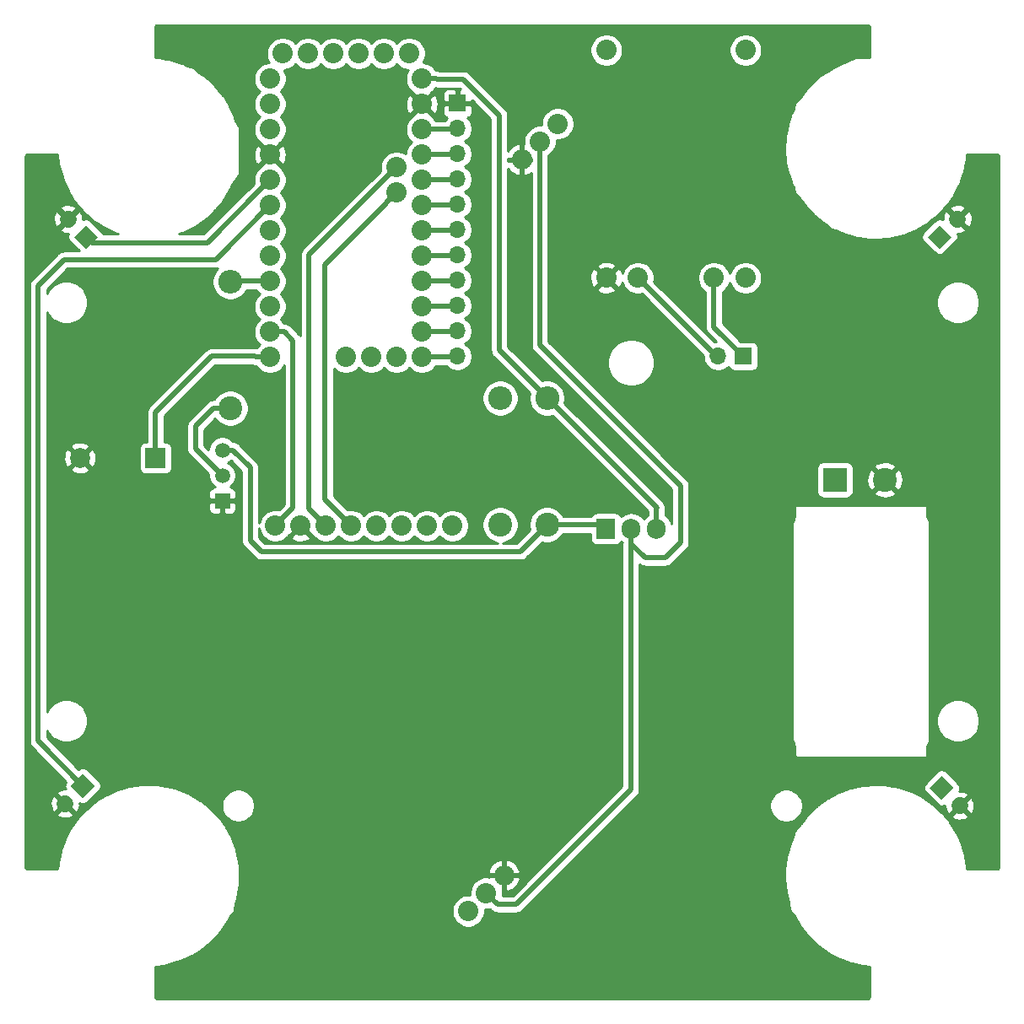
<source format=gtl>
G04 #@! TF.GenerationSoftware,KiCad,Pcbnew,5.1.5-52549c5~84~ubuntu18.04.1*
G04 #@! TF.CreationDate,2020-01-22T12:05:47-05:00*
G04 #@! TF.ProjectId,GeaiRareDit_PCB_Kicad5,47656169-5261-4726-9544-69745f504342,1.0*
G04 #@! TF.SameCoordinates,Original*
G04 #@! TF.FileFunction,Copper,L1,Top*
G04 #@! TF.FilePolarity,Positive*
%FSLAX46Y46*%
G04 Gerber Fmt 4.6, Leading zero omitted, Abs format (unit mm)*
G04 Created by KiCad (PCBNEW 5.1.5-52549c5~84~ubuntu18.04.1) date 2020-01-22 12:05:47*
%MOMM*%
%LPD*%
G04 APERTURE LIST*
%ADD10C,2.032000*%
%ADD11R,1.700000X1.700000*%
%ADD12O,1.700000X1.700000*%
%ADD13R,1.905000X2.000000*%
%ADD14O,1.905000X2.000000*%
%ADD15C,1.500000*%
%ADD16R,1.500000X1.500000*%
%ADD17C,2.400000*%
%ADD18O,2.400000X2.400000*%
%ADD19C,0.100000*%
%ADD20C,1.700000*%
%ADD21R,2.000000X2.000000*%
%ADD22C,2.000000*%
%ADD23R,2.400000X2.400000*%
%ADD24C,0.500000*%
%ADD25C,0.254000*%
G04 APERTURE END LIST*
D10*
X151859501Y-66368411D03*
X153655552Y-64572360D03*
X155451604Y-62776308D03*
X146471347Y-141802562D03*
X148267399Y-140006511D03*
X150063450Y-138210460D03*
D11*
X145382500Y-60723000D03*
D12*
X145382500Y-63263000D03*
X145382500Y-65803000D03*
X145382500Y-68343000D03*
X145382500Y-70883000D03*
X145382500Y-73423000D03*
X145382500Y-75963000D03*
X145382500Y-78503000D03*
X145382500Y-81043000D03*
X145382500Y-83583000D03*
X145382500Y-86123000D03*
D13*
X160282500Y-103423000D03*
D14*
X162822500Y-103423000D03*
X165362500Y-103423000D03*
D15*
X121782500Y-98083000D03*
X121782500Y-95543000D03*
D16*
X121782500Y-100623000D03*
D10*
X127842500Y-55723000D03*
X130382500Y-55723000D03*
X132922500Y-55723000D03*
X135462500Y-55723000D03*
X138002500Y-55723000D03*
X140542500Y-55723000D03*
X126572500Y-58263000D03*
X126572500Y-60803000D03*
X126572500Y-63343000D03*
X126572500Y-65883000D03*
X126572500Y-68423000D03*
X126572500Y-70963000D03*
X126572500Y-73503000D03*
X126572500Y-76043000D03*
X126572500Y-78583000D03*
X126572500Y-81123000D03*
X126572500Y-83663000D03*
X126572500Y-86203000D03*
X141812500Y-58263000D03*
X141812500Y-60803000D03*
X141812500Y-63343000D03*
X141812500Y-65883000D03*
X141812500Y-68423000D03*
X141812500Y-70963000D03*
X141812500Y-73503000D03*
X141812500Y-76043000D03*
X141812500Y-78583000D03*
X141812500Y-81123000D03*
X141812500Y-83663000D03*
X141812500Y-86203000D03*
X139272500Y-67153000D03*
X139272500Y-69693000D03*
X139272500Y-86203000D03*
X136732500Y-86203000D03*
X134192500Y-86203000D03*
D17*
X122582500Y-91323000D03*
D18*
X122582500Y-78623000D03*
D10*
X127102500Y-103123000D03*
X129642500Y-103123000D03*
X132182500Y-103123000D03*
X134722500Y-103123000D03*
X137262500Y-103123000D03*
X139802500Y-103123000D03*
X142342500Y-103123000D03*
X144882500Y-103123000D03*
G04 #@! TA.AperFunction,ComponentPad*
D19*
G36*
X106580418Y-129223000D02*
G01*
X107782500Y-128020918D01*
X108984582Y-129223000D01*
X107782500Y-130425082D01*
X106580418Y-129223000D01*
G37*
G04 #@! TD.AperFunction*
D20*
X105986449Y-131019051D02*
X105986449Y-131019051D01*
G04 #@! TA.AperFunction,ComponentPad*
D19*
G36*
X194984582Y-74123000D02*
G01*
X193782500Y-75325082D01*
X192580418Y-74123000D01*
X193782500Y-72920918D01*
X194984582Y-74123000D01*
G37*
G04 #@! TD.AperFunction*
D20*
X195578551Y-72326949D02*
X195578551Y-72326949D01*
D11*
X174082500Y-86123000D03*
D12*
X171542500Y-86123000D03*
D18*
X154382500Y-90323000D03*
D17*
X154382500Y-103023000D03*
D20*
X106286449Y-72326949D02*
X106286449Y-72326949D01*
G04 #@! TA.AperFunction,ComponentPad*
D19*
G36*
X108082500Y-72920918D02*
G01*
X109284582Y-74123000D01*
X108082500Y-75325082D01*
X106880418Y-74123000D01*
X108082500Y-72920918D01*
G37*
G04 #@! TD.AperFunction*
D17*
X149682500Y-103023000D03*
D18*
X149682500Y-90323000D03*
D20*
X195782500Y-131223000D02*
X195782500Y-131223000D01*
G04 #@! TA.AperFunction,ComponentPad*
D19*
G36*
X193986449Y-130629031D02*
G01*
X192784367Y-129426949D01*
X193986449Y-128224867D01*
X195188531Y-129426949D01*
X193986449Y-130629031D01*
G37*
G04 #@! TD.AperFunction*
D21*
X115082500Y-96323000D03*
D22*
X107482500Y-96323000D03*
D23*
X183282500Y-98523000D03*
D17*
X188282500Y-98523000D03*
D10*
X171122500Y-78243000D03*
X163502500Y-78243000D03*
X174297500Y-78243000D03*
X160327500Y-78243000D03*
X160327500Y-55383000D03*
X174297500Y-55383000D03*
D24*
X143249340Y-58263000D02*
X143309340Y-58323000D01*
X141812500Y-58263000D02*
X143249340Y-58263000D01*
X143309340Y-58323000D02*
X145982500Y-58323000D01*
X145982500Y-58323000D02*
X149582500Y-61923000D01*
X149582500Y-85523000D02*
X154382500Y-90323000D01*
X149582500Y-61923000D02*
X149582500Y-85523000D01*
X154382500Y-90323000D02*
X165382500Y-101323000D01*
X165362500Y-101343000D02*
X165362500Y-103423000D01*
X165382500Y-101323000D02*
X165362500Y-101343000D01*
X171122500Y-83163000D02*
X174082500Y-86123000D01*
X171122500Y-78243000D02*
X171122500Y-83163000D01*
X171382500Y-86123000D02*
X171542500Y-86123000D01*
X163502500Y-78243000D02*
X171382500Y-86123000D01*
X126572500Y-70963000D02*
X121112500Y-76423000D01*
X121112500Y-76423000D02*
X105882500Y-76423000D01*
X105882500Y-76423000D02*
X103282500Y-79023000D01*
X103282500Y-124723000D02*
X107782500Y-129223000D01*
X103282500Y-79023000D02*
X103282500Y-124723000D01*
X125556501Y-69438999D02*
X126572500Y-68423000D01*
X120271459Y-74724041D02*
X125556501Y-69438999D01*
X108683541Y-74724041D02*
X120271459Y-74724041D01*
X108082500Y-74123000D02*
X108683541Y-74724041D01*
X120885444Y-91323000D02*
X119082500Y-93125944D01*
X122582500Y-91323000D02*
X120885444Y-91323000D01*
X119082500Y-95383000D02*
X121782500Y-98083000D01*
X119082500Y-93125944D02*
X119082500Y-95383000D01*
X122843160Y-95543000D02*
X124582500Y-97282340D01*
X121782500Y-95543000D02*
X122843160Y-95543000D01*
X124582500Y-97282340D02*
X124582500Y-104623000D01*
X124582500Y-104623000D02*
X125682500Y-105723000D01*
X151682500Y-105723000D02*
X154382500Y-103023000D01*
X125682500Y-105723000D02*
X151682500Y-105723000D01*
X159882500Y-103023000D02*
X160282500Y-103423000D01*
X154382500Y-103023000D02*
X159882500Y-103023000D01*
X128009340Y-83663000D02*
X128882500Y-84536160D01*
X126572500Y-83663000D02*
X128009340Y-83663000D01*
X128882500Y-101343000D02*
X127102500Y-103123000D01*
X128882500Y-84536160D02*
X128882500Y-101343000D01*
X139272500Y-67153000D02*
X130482500Y-75943000D01*
X130482500Y-101423000D02*
X132182500Y-103123000D01*
X130482500Y-75943000D02*
X130482500Y-101423000D01*
X138256501Y-70708999D02*
X138256501Y-70748999D01*
X139272500Y-69693000D02*
X138256501Y-70708999D01*
X138256501Y-70748999D02*
X132082500Y-76923000D01*
X132082500Y-100483000D02*
X134722500Y-103123000D01*
X132082500Y-76923000D02*
X132082500Y-100483000D01*
X122622500Y-78583000D02*
X122582500Y-78623000D01*
X126572500Y-78583000D02*
X122622500Y-78583000D01*
X125135660Y-86203000D02*
X125055660Y-86123000D01*
X126572500Y-86203000D02*
X125135660Y-86203000D01*
X125055660Y-86123000D02*
X120682500Y-86123000D01*
X115082500Y-91723000D02*
X115082500Y-96323000D01*
X120682500Y-86123000D02*
X115082500Y-91723000D01*
X149383888Y-141123000D02*
X148267399Y-140006511D01*
X151282500Y-141123000D02*
X149383888Y-141123000D01*
X162782500Y-104963000D02*
X162782500Y-129623000D01*
X162822500Y-103423000D02*
X162822500Y-104923000D01*
X162782500Y-129623000D02*
X151282500Y-141123000D01*
X162822500Y-104923000D02*
X162782500Y-104963000D01*
X153655552Y-84996052D02*
X153655552Y-64572360D01*
X166282500Y-106323000D02*
X167782500Y-104823000D01*
X167782500Y-104823000D02*
X167782500Y-99123000D01*
X162822500Y-104923000D02*
X164222500Y-106323000D01*
X167782500Y-99123000D02*
X153655552Y-84996052D01*
X164222500Y-106323000D02*
X166282500Y-106323000D01*
X145328000Y-65883000D02*
X145355000Y-65910000D01*
X145328000Y-76043000D02*
X145355000Y-76070000D01*
X145328000Y-73503000D02*
X145355000Y-73530000D01*
X145328000Y-70963000D02*
X145355000Y-70990000D01*
X145328000Y-68423000D02*
X145355000Y-68450000D01*
X145328000Y-86203000D02*
X145355000Y-86230000D01*
X145328000Y-83663000D02*
X145355000Y-83690000D01*
X145328000Y-81123000D02*
X145355000Y-81150000D01*
X145328000Y-78583000D02*
X145355000Y-78610000D01*
X145328000Y-60803000D02*
X145355000Y-60830000D01*
X145328000Y-63343000D02*
X145355000Y-63370000D01*
X145302500Y-63343000D02*
X145382500Y-63263000D01*
X141812500Y-63343000D02*
X145302500Y-63343000D01*
X145302500Y-65883000D02*
X145382500Y-65803000D01*
X141812500Y-65883000D02*
X145302500Y-65883000D01*
X145302500Y-68423000D02*
X145382500Y-68343000D01*
X141812500Y-68423000D02*
X145302500Y-68423000D01*
X145302500Y-70963000D02*
X145382500Y-70883000D01*
X141812500Y-70963000D02*
X145302500Y-70963000D01*
X145302500Y-73503000D02*
X145382500Y-73423000D01*
X141812500Y-73503000D02*
X145302500Y-73503000D01*
X145302500Y-76043000D02*
X145382500Y-75963000D01*
X141812500Y-76043000D02*
X145302500Y-76043000D01*
X145302500Y-78583000D02*
X145382500Y-78503000D01*
X141812500Y-78583000D02*
X145302500Y-78583000D01*
X145302500Y-81123000D02*
X145382500Y-81043000D01*
X141812500Y-81123000D02*
X145302500Y-81123000D01*
X145302500Y-83663000D02*
X145382500Y-83583000D01*
X141812500Y-83663000D02*
X145302500Y-83663000D01*
X145302500Y-86203000D02*
X145382500Y-86123000D01*
X141812500Y-86203000D02*
X145302500Y-86203000D01*
D25*
G36*
X186722501Y-52996382D02*
G01*
X186722500Y-56090083D01*
X186643600Y-56093390D01*
X186619961Y-56096000D01*
X185382500Y-56096000D01*
X185357724Y-56098440D01*
X185325704Y-56109408D01*
X184393553Y-56575484D01*
X184232188Y-56623282D01*
X184193343Y-56637728D01*
X184154352Y-56651766D01*
X184148053Y-56654571D01*
X184148039Y-56654576D01*
X184148027Y-56654582D01*
X183094219Y-57130395D01*
X183057687Y-57149983D01*
X183020969Y-57169179D01*
X183015107Y-57172814D01*
X183015095Y-57172820D01*
X183015085Y-57172827D01*
X182035602Y-57787256D01*
X182002097Y-57811599D01*
X181968293Y-57835622D01*
X181962968Y-57840027D01*
X181075926Y-58581709D01*
X181046007Y-58610400D01*
X181015804Y-58638762D01*
X181011134Y-58643842D01*
X181011126Y-58643849D01*
X181011120Y-58643857D01*
X180232949Y-59499056D01*
X180207180Y-59531569D01*
X180181127Y-59563741D01*
X180177190Y-59569406D01*
X180177182Y-59569416D01*
X180177176Y-59569426D01*
X179783135Y-60142759D01*
X179292697Y-60633197D01*
X179276903Y-60652443D01*
X179265167Y-60674399D01*
X179258524Y-60695450D01*
X179124083Y-61300436D01*
X178957038Y-61632567D01*
X178940982Y-61670763D01*
X178924519Y-61708806D01*
X178922254Y-61715313D01*
X178922246Y-61715332D01*
X178922241Y-61715350D01*
X178547714Y-62809252D01*
X178536993Y-62849264D01*
X178525843Y-62889199D01*
X178524477Y-62895974D01*
X178301872Y-64030604D01*
X178296679Y-64071712D01*
X178291053Y-64112779D01*
X178290619Y-64119676D01*
X178224060Y-65274018D01*
X178224494Y-65315467D01*
X178224494Y-65356900D01*
X178225000Y-65363777D01*
X178225000Y-65363793D01*
X178225002Y-65363807D01*
X178315720Y-66516489D01*
X178321773Y-66557482D01*
X178327398Y-66598546D01*
X178328832Y-66605293D01*
X178328834Y-66605305D01*
X178328837Y-66605316D01*
X178575154Y-67735024D01*
X178586725Y-67774854D01*
X178597861Y-67814737D01*
X178600197Y-67821225D01*
X178600201Y-67821239D01*
X178600207Y-67821252D01*
X178997562Y-68907077D01*
X179014411Y-68944922D01*
X179030876Y-68982970D01*
X179034069Y-68989075D01*
X179034078Y-68989095D01*
X179034088Y-68989112D01*
X179129260Y-69168860D01*
X179258524Y-69750550D01*
X179266281Y-69774207D01*
X179278504Y-69795897D01*
X179292697Y-69812803D01*
X179763591Y-70283697D01*
X180297162Y-71026241D01*
X180323580Y-71058175D01*
X180349659Y-71090380D01*
X180354382Y-71095409D01*
X180354389Y-71095418D01*
X180354397Y-71095425D01*
X181150307Y-71934139D01*
X181180803Y-71962182D01*
X181211023Y-71990560D01*
X181216394Y-71994909D01*
X182118775Y-72717852D01*
X182152777Y-72741485D01*
X182186586Y-72765511D01*
X182192490Y-72769086D01*
X182192497Y-72769091D01*
X182192504Y-72769094D01*
X182333182Y-72853288D01*
X182792697Y-73312803D01*
X182811943Y-73328597D01*
X182833899Y-73340333D01*
X182859782Y-73347951D01*
X183337884Y-73434879D01*
X184328191Y-73857281D01*
X184367316Y-73870906D01*
X184406321Y-73884949D01*
X184412973Y-73886806D01*
X184412981Y-73886808D01*
X185528257Y-74191913D01*
X185568866Y-74200101D01*
X185609419Y-74208721D01*
X185616263Y-74209659D01*
X185616267Y-74209659D01*
X186762634Y-74360581D01*
X186803998Y-74363183D01*
X186845326Y-74366218D01*
X186852237Y-74366218D01*
X188008481Y-74360164D01*
X188049812Y-74357129D01*
X188091172Y-74354527D01*
X188098020Y-74353589D01*
X188262243Y-74330217D01*
X188359782Y-74347951D01*
X188384595Y-74349983D01*
X188409328Y-74347134D01*
X188434080Y-74339054D01*
X188544278Y-74290077D01*
X189242743Y-74190671D01*
X189283285Y-74182054D01*
X189323906Y-74173863D01*
X189330550Y-74172007D01*
X189330561Y-74172005D01*
X189330571Y-74172002D01*
X189502593Y-74123000D01*
X191942346Y-74123000D01*
X191954606Y-74247482D01*
X191990916Y-74367180D01*
X192049881Y-74477494D01*
X192129233Y-74574185D01*
X193331315Y-75776267D01*
X193428006Y-75855619D01*
X193538320Y-75914584D01*
X193658018Y-75950894D01*
X193782500Y-75963154D01*
X193906982Y-75950894D01*
X194026680Y-75914584D01*
X194136994Y-75855619D01*
X194233685Y-75776267D01*
X195435767Y-74574185D01*
X195515119Y-74477494D01*
X195574084Y-74367180D01*
X195610394Y-74247482D01*
X195622654Y-74123000D01*
X195610394Y-73998518D01*
X195574084Y-73878820D01*
X195534357Y-73804497D01*
X195647366Y-73810358D01*
X195935443Y-73768429D01*
X196209804Y-73671105D01*
X196345469Y-73598586D01*
X196422239Y-73350242D01*
X195578551Y-72506554D01*
X195564409Y-72520697D01*
X195384804Y-72341092D01*
X195398946Y-72326949D01*
X195758156Y-72326949D01*
X196601844Y-73170637D01*
X196850188Y-73093867D01*
X196922707Y-72958202D01*
X197020031Y-72683841D01*
X197061960Y-72395764D01*
X197046882Y-72105043D01*
X196975376Y-71822849D01*
X196850192Y-71560028D01*
X196602310Y-71482795D01*
X195758156Y-72326949D01*
X195398946Y-72326949D01*
X194555258Y-71483261D01*
X194306914Y-71560031D01*
X194234395Y-71695696D01*
X194137071Y-71970057D01*
X194095142Y-72258134D01*
X194101003Y-72371143D01*
X194026680Y-72331416D01*
X193906982Y-72295106D01*
X193782500Y-72282846D01*
X193658018Y-72295106D01*
X193538320Y-72331416D01*
X193428006Y-72390381D01*
X193331315Y-72469733D01*
X192129233Y-73671815D01*
X192049881Y-73768506D01*
X191990916Y-73878820D01*
X191954606Y-73998518D01*
X191942346Y-74123000D01*
X189502593Y-74123000D01*
X190442585Y-73855236D01*
X190481569Y-73841201D01*
X190520715Y-73827569D01*
X190527049Y-73824828D01*
X190527057Y-73824825D01*
X190527064Y-73824822D01*
X191585802Y-73360067D01*
X191622520Y-73340872D01*
X191659453Y-73322053D01*
X191665365Y-73318473D01*
X192651239Y-72714329D01*
X192685023Y-72690320D01*
X192719051Y-72666670D01*
X192724422Y-72662320D01*
X193619182Y-71929967D01*
X193649397Y-71901593D01*
X193679897Y-71873547D01*
X193684621Y-71868517D01*
X193684629Y-71868509D01*
X193684636Y-71868501D01*
X194209522Y-71303656D01*
X194734863Y-71303656D01*
X195578551Y-72147344D01*
X196422705Y-71303190D01*
X196345472Y-71055308D01*
X196082651Y-70930124D01*
X195800457Y-70858618D01*
X195509736Y-70843540D01*
X195221659Y-70885469D01*
X194947298Y-70982793D01*
X194811633Y-71055312D01*
X194734863Y-71303656D01*
X194209522Y-71303656D01*
X194471719Y-71021499D01*
X194497790Y-70989304D01*
X194524217Y-70957360D01*
X194528220Y-70951726D01*
X195193075Y-70005733D01*
X195214556Y-69970265D01*
X195236382Y-69935063D01*
X195239577Y-69928951D01*
X195239584Y-69928939D01*
X195239589Y-69928927D01*
X195769901Y-68901466D01*
X195786379Y-68863389D01*
X195803216Y-68825572D01*
X195805552Y-68819084D01*
X195805558Y-68819070D01*
X195805562Y-68819057D01*
X196191525Y-67729131D01*
X196202672Y-67689207D01*
X196214232Y-67649418D01*
X196215669Y-67642658D01*
X196450144Y-66510422D01*
X196455768Y-66469364D01*
X196461823Y-66428364D01*
X196462329Y-66421472D01*
X196499038Y-65883000D01*
X199609120Y-65883000D01*
X199722500Y-65996381D01*
X199722501Y-137449618D01*
X199609120Y-137563000D01*
X196515417Y-137563000D01*
X196512110Y-137484100D01*
X196508509Y-137451486D01*
X196506105Y-137418743D01*
X196505095Y-137411906D01*
X196330198Y-136268950D01*
X196321157Y-136228503D01*
X196312541Y-136187969D01*
X196310613Y-136181332D01*
X195982218Y-135072688D01*
X195967772Y-135033843D01*
X195953734Y-134994852D01*
X195950929Y-134988553D01*
X195950924Y-134988539D01*
X195950918Y-134988527D01*
X195475105Y-133934719D01*
X195455517Y-133898187D01*
X195436321Y-133861469D01*
X195432686Y-133855607D01*
X195432680Y-133855595D01*
X195432673Y-133855585D01*
X194818244Y-132876102D01*
X194793901Y-132842597D01*
X194769878Y-132808793D01*
X194765473Y-132803468D01*
X194299603Y-132246293D01*
X194938812Y-132246293D01*
X195015582Y-132494637D01*
X195151247Y-132567156D01*
X195425608Y-132664480D01*
X195713685Y-132706409D01*
X196004406Y-132691331D01*
X196286600Y-132619825D01*
X196549421Y-132494641D01*
X196626654Y-132246759D01*
X195782500Y-131402605D01*
X194938812Y-132246293D01*
X194299603Y-132246293D01*
X194023791Y-131916426D01*
X193995100Y-131886507D01*
X193966738Y-131856304D01*
X193961658Y-131851634D01*
X193961651Y-131851626D01*
X193961643Y-131851620D01*
X193106444Y-131073449D01*
X193073931Y-131047680D01*
X193041759Y-131021627D01*
X193036094Y-131017690D01*
X193036084Y-131017682D01*
X193036074Y-131017676D01*
X192083180Y-130362770D01*
X192047526Y-130341684D01*
X192012061Y-130320206D01*
X192005903Y-130317068D01*
X190972933Y-129797538D01*
X190934737Y-129781482D01*
X190896694Y-129765019D01*
X190890187Y-129762754D01*
X190890168Y-129762746D01*
X190890150Y-129762741D01*
X189909384Y-129426949D01*
X192146295Y-129426949D01*
X192158555Y-129551431D01*
X192194865Y-129671129D01*
X192253830Y-129781443D01*
X192333182Y-129878134D01*
X193535264Y-131080216D01*
X193631955Y-131159568D01*
X193742269Y-131218533D01*
X193861967Y-131254843D01*
X193986449Y-131267103D01*
X194110931Y-131254843D01*
X194230629Y-131218533D01*
X194304952Y-131178806D01*
X194299091Y-131291815D01*
X194341020Y-131579892D01*
X194438344Y-131854253D01*
X194510863Y-131989918D01*
X194759207Y-132066688D01*
X195602895Y-131223000D01*
X195962105Y-131223000D01*
X196806259Y-132067154D01*
X197054141Y-131989921D01*
X197179325Y-131727100D01*
X197250831Y-131444906D01*
X197265909Y-131154185D01*
X197223980Y-130866108D01*
X197126656Y-130591747D01*
X197054137Y-130456082D01*
X196805793Y-130379312D01*
X195962105Y-131223000D01*
X195602895Y-131223000D01*
X195588753Y-131208858D01*
X195768358Y-131029253D01*
X195782500Y-131043395D01*
X196626188Y-130199707D01*
X196549418Y-129951363D01*
X196413753Y-129878844D01*
X196139392Y-129781520D01*
X195851315Y-129739591D01*
X195738306Y-129745452D01*
X195778033Y-129671129D01*
X195814343Y-129551431D01*
X195826603Y-129426949D01*
X195814343Y-129302467D01*
X195778033Y-129182769D01*
X195719068Y-129072455D01*
X195639716Y-128975764D01*
X194437634Y-127773682D01*
X194340943Y-127694330D01*
X194230629Y-127635365D01*
X194110931Y-127599055D01*
X193986449Y-127586795D01*
X193861967Y-127599055D01*
X193742269Y-127635365D01*
X193631955Y-127694330D01*
X193535264Y-127773682D01*
X192333182Y-128975764D01*
X192253830Y-129072455D01*
X192194865Y-129182769D01*
X192158555Y-129302467D01*
X192146295Y-129426949D01*
X189909384Y-129426949D01*
X189796248Y-129388214D01*
X189756236Y-129377493D01*
X189716301Y-129366343D01*
X189709530Y-129364978D01*
X189709527Y-129364977D01*
X189709524Y-129364977D01*
X188574896Y-129142372D01*
X188533788Y-129137179D01*
X188492721Y-129131553D01*
X188485824Y-129131119D01*
X187331482Y-129064560D01*
X187290033Y-129064994D01*
X187248599Y-129064994D01*
X187241723Y-129065500D01*
X187241707Y-129065500D01*
X187241693Y-129065502D01*
X186089011Y-129156220D01*
X186048024Y-129162272D01*
X186006953Y-129167898D01*
X186000206Y-129169332D01*
X186000194Y-129169334D01*
X186000183Y-129169337D01*
X184870476Y-129415654D01*
X184830623Y-129427232D01*
X184790763Y-129438361D01*
X184784280Y-129440695D01*
X184784260Y-129440701D01*
X184784243Y-129440709D01*
X183698424Y-129838062D01*
X183660597Y-129854903D01*
X183622530Y-129871376D01*
X183616412Y-129874575D01*
X183616405Y-129874578D01*
X183616399Y-129874582D01*
X182594543Y-130415627D01*
X182559350Y-130437447D01*
X182523872Y-130458933D01*
X182518250Y-130462929D01*
X182518239Y-130462936D01*
X182518230Y-130462944D01*
X181579259Y-131137662D01*
X181547325Y-131164080D01*
X181515120Y-131190159D01*
X181510091Y-131194882D01*
X181510082Y-131194889D01*
X181510075Y-131194897D01*
X180671361Y-131990807D01*
X180643318Y-132021303D01*
X180614940Y-132051523D01*
X180610591Y-132056894D01*
X179887648Y-132959275D01*
X179864015Y-132993277D01*
X179839989Y-133027086D01*
X179836414Y-133032990D01*
X179836409Y-133032997D01*
X179836406Y-133033004D01*
X179752212Y-133173682D01*
X179292697Y-133633197D01*
X179276903Y-133652443D01*
X179265167Y-133674399D01*
X179259292Y-133692198D01*
X179091189Y-134364610D01*
X178748219Y-135168691D01*
X178734578Y-135207862D01*
X178720552Y-135246821D01*
X178718693Y-135253478D01*
X178413587Y-136368757D01*
X178405399Y-136409366D01*
X178396779Y-136449919D01*
X178395841Y-136456766D01*
X178244919Y-137603134D01*
X178242317Y-137644498D01*
X178239282Y-137685826D01*
X178239282Y-137692737D01*
X178245336Y-138848981D01*
X178248371Y-138890312D01*
X178250973Y-138931672D01*
X178251911Y-138938520D01*
X178414829Y-140083243D01*
X178423446Y-140123785D01*
X178431637Y-140164406D01*
X178433493Y-140171050D01*
X178433495Y-140171061D01*
X178433498Y-140171071D01*
X178659846Y-140965670D01*
X178756481Y-141738752D01*
X178761975Y-141763035D01*
X178772102Y-141785779D01*
X178783330Y-141802336D01*
X179200360Y-142323624D01*
X179245433Y-142426302D01*
X179264628Y-142463020D01*
X179283447Y-142499953D01*
X179287027Y-142505865D01*
X179891171Y-143491739D01*
X179915180Y-143525523D01*
X179938830Y-143559551D01*
X179943180Y-143564922D01*
X180675533Y-144459682D01*
X180703907Y-144489897D01*
X180731953Y-144520397D01*
X180736983Y-144525121D01*
X180736991Y-144525129D01*
X180736999Y-144525136D01*
X181584001Y-145312219D01*
X181616196Y-145338290D01*
X181648140Y-145364717D01*
X181653768Y-145368716D01*
X181653772Y-145368719D01*
X181653774Y-145368720D01*
X182599767Y-146033575D01*
X182635235Y-146055056D01*
X182670437Y-146076882D01*
X182676549Y-146080077D01*
X182676561Y-146080084D01*
X182676573Y-146080089D01*
X183704034Y-146610401D01*
X183742111Y-146626879D01*
X183779928Y-146643716D01*
X183786416Y-146646052D01*
X183786430Y-146646058D01*
X183786443Y-146646062D01*
X184876369Y-147032025D01*
X184916293Y-147043172D01*
X184956082Y-147054732D01*
X184962838Y-147056168D01*
X184962841Y-147056169D01*
X184962844Y-147056169D01*
X186095078Y-147290644D01*
X186136136Y-147296268D01*
X186177136Y-147302323D01*
X186184028Y-147302829D01*
X186722500Y-147339538D01*
X186722501Y-150449618D01*
X186609120Y-150563000D01*
X115155881Y-150563000D01*
X115042500Y-150449620D01*
X115042500Y-147355917D01*
X115121400Y-147352610D01*
X115154023Y-147349009D01*
X115186757Y-147346605D01*
X115193594Y-147345595D01*
X116336550Y-147170698D01*
X116376988Y-147161659D01*
X116417531Y-147153041D01*
X116424168Y-147151113D01*
X117532812Y-146822718D01*
X117571657Y-146808272D01*
X117610648Y-146794234D01*
X117616947Y-146791429D01*
X117616961Y-146791424D01*
X117616973Y-146791418D01*
X118670782Y-146315605D01*
X118707295Y-146296027D01*
X118744032Y-146276821D01*
X118749893Y-146273186D01*
X118749905Y-146273180D01*
X118749915Y-146273173D01*
X119729398Y-145658744D01*
X119762869Y-145634426D01*
X119796707Y-145610379D01*
X119802032Y-145605973D01*
X120689073Y-144864291D01*
X120718950Y-144835640D01*
X120749196Y-144807237D01*
X120753874Y-144802150D01*
X121532051Y-143946944D01*
X121557820Y-143914431D01*
X121583873Y-143882259D01*
X121587810Y-143876594D01*
X121587818Y-143876584D01*
X121587824Y-143876574D01*
X122242730Y-142923680D01*
X122263793Y-142888064D01*
X122285295Y-142852561D01*
X122288432Y-142846403D01*
X122557552Y-142311318D01*
X122980064Y-141804303D01*
X122994051Y-141783707D01*
X123003751Y-141760778D01*
X123008723Y-141737025D01*
X123089508Y-141009956D01*
X123217286Y-140636748D01*
X123228010Y-140596725D01*
X123239157Y-140556801D01*
X123240523Y-140550026D01*
X123463128Y-139415397D01*
X123468322Y-139374283D01*
X123473947Y-139333222D01*
X123474381Y-139326324D01*
X123540940Y-138171983D01*
X123540506Y-138130534D01*
X123540506Y-138089099D01*
X123540000Y-138082223D01*
X123540000Y-138082208D01*
X123539998Y-138082195D01*
X123519856Y-137826262D01*
X148449562Y-137826262D01*
X148568597Y-138083460D01*
X149936450Y-138083460D01*
X149936450Y-136715607D01*
X150190450Y-136715607D01*
X150190450Y-138083460D01*
X151558303Y-138083460D01*
X151677338Y-137826262D01*
X151571374Y-137518790D01*
X151407462Y-137237899D01*
X151191900Y-136994383D01*
X150932972Y-136797600D01*
X150640629Y-136655112D01*
X150447648Y-136596572D01*
X150190450Y-136715607D01*
X149936450Y-136715607D01*
X149679252Y-136596572D01*
X149371780Y-136702536D01*
X149090889Y-136866448D01*
X148847373Y-137082010D01*
X148650590Y-137340938D01*
X148508102Y-137633281D01*
X148449562Y-137826262D01*
X123519856Y-137826262D01*
X123488094Y-137422688D01*
X123508723Y-137237025D01*
X123509034Y-137212130D01*
X123504482Y-137187654D01*
X123499231Y-137172972D01*
X123461515Y-137084967D01*
X123449280Y-136929511D01*
X123443228Y-136888524D01*
X123437602Y-136847453D01*
X123436168Y-136840706D01*
X123436166Y-136840694D01*
X123436163Y-136840683D01*
X123189846Y-135710976D01*
X123178268Y-135671123D01*
X123167139Y-135631263D01*
X123164805Y-135624780D01*
X123164799Y-135624760D01*
X123164791Y-135624743D01*
X122767438Y-134538924D01*
X122750597Y-134501097D01*
X122734124Y-134463030D01*
X122730922Y-134456906D01*
X122730922Y-134456905D01*
X122730918Y-134456899D01*
X122189873Y-133435043D01*
X122168053Y-133399850D01*
X122146567Y-133364372D01*
X122142571Y-133358750D01*
X122142564Y-133358739D01*
X122142556Y-133358730D01*
X121467838Y-132419759D01*
X121441420Y-132387825D01*
X121415341Y-132355620D01*
X121410618Y-132350591D01*
X121410611Y-132350582D01*
X121410603Y-132350575D01*
X120614693Y-131511861D01*
X120584197Y-131483818D01*
X120553977Y-131455440D01*
X120548606Y-131451091D01*
X120058362Y-131058331D01*
X121710590Y-131058331D01*
X121710590Y-131387669D01*
X121774840Y-131710678D01*
X121900872Y-132014947D01*
X122083842Y-132288781D01*
X122316719Y-132521658D01*
X122590553Y-132704628D01*
X122894822Y-132830660D01*
X123217831Y-132894910D01*
X123547169Y-132894910D01*
X123870178Y-132830660D01*
X124174447Y-132704628D01*
X124448281Y-132521658D01*
X124681158Y-132288781D01*
X124864128Y-132014947D01*
X124990160Y-131710678D01*
X125054410Y-131387669D01*
X125054410Y-131058331D01*
X124990160Y-130735322D01*
X124864128Y-130431053D01*
X124681158Y-130157219D01*
X124448281Y-129924342D01*
X124174447Y-129741372D01*
X123870178Y-129615340D01*
X123547169Y-129551090D01*
X123217831Y-129551090D01*
X122894822Y-129615340D01*
X122590553Y-129741372D01*
X122316719Y-129924342D01*
X122083842Y-130157219D01*
X121900872Y-130431053D01*
X121774840Y-130735322D01*
X121710590Y-131058331D01*
X120058362Y-131058331D01*
X119646225Y-130728148D01*
X119612223Y-130704515D01*
X119578414Y-130680489D01*
X119572510Y-130676914D01*
X119572503Y-130676909D01*
X119572496Y-130676906D01*
X118580356Y-130083122D01*
X118543459Y-130064322D01*
X118506704Y-130045107D01*
X118500368Y-130042366D01*
X118500362Y-130042363D01*
X118500357Y-130042361D01*
X117436809Y-129588719D01*
X117397638Y-129575078D01*
X117358679Y-129561052D01*
X117352027Y-129559194D01*
X117352019Y-129559192D01*
X116236743Y-129254087D01*
X116196134Y-129245899D01*
X116155581Y-129237279D01*
X116148737Y-129236341D01*
X116148733Y-129236341D01*
X115546964Y-129157117D01*
X115434080Y-129106946D01*
X115410447Y-129099113D01*
X115385741Y-129096041D01*
X115357593Y-129098466D01*
X115255922Y-129118800D01*
X115002366Y-129085419D01*
X114961006Y-129082817D01*
X114919675Y-129079782D01*
X114912763Y-129079782D01*
X113756519Y-129085836D01*
X113715194Y-129088871D01*
X113673827Y-129091473D01*
X113666980Y-129092411D01*
X112522256Y-129255329D01*
X112481695Y-129263950D01*
X112441094Y-129272137D01*
X112434453Y-129273992D01*
X112434438Y-129273995D01*
X112434425Y-129274000D01*
X111322415Y-129590764D01*
X111283447Y-129604793D01*
X111244284Y-129618431D01*
X111237951Y-129621172D01*
X111237943Y-129621175D01*
X111237936Y-129621178D01*
X110179198Y-130085933D01*
X110142501Y-130105118D01*
X110105546Y-130123947D01*
X110099635Y-130127527D01*
X109113761Y-130731671D01*
X109079953Y-130755697D01*
X109045950Y-130779330D01*
X109040579Y-130783679D01*
X108145818Y-131516033D01*
X108115626Y-131544385D01*
X108085102Y-131572453D01*
X108080372Y-131577491D01*
X107293281Y-132424501D01*
X107267205Y-132456701D01*
X107240783Y-132488640D01*
X107236786Y-132494266D01*
X107236780Y-132494273D01*
X107236776Y-132494280D01*
X106571925Y-133440267D01*
X106550464Y-133475703D01*
X106528618Y-133510937D01*
X106525420Y-133517055D01*
X106525416Y-133517061D01*
X106525416Y-133517062D01*
X105995099Y-134544534D01*
X105978656Y-134582531D01*
X105961783Y-134620428D01*
X105959450Y-134626911D01*
X105959442Y-134626930D01*
X105959437Y-134626948D01*
X105573475Y-135716869D01*
X105562331Y-135756781D01*
X105550768Y-135796582D01*
X105549331Y-135803342D01*
X105314856Y-136935578D01*
X105309233Y-136976628D01*
X105303177Y-137017635D01*
X105302671Y-137024528D01*
X105265962Y-137563000D01*
X102155881Y-137563000D01*
X102042500Y-137449620D01*
X102042500Y-132042810D01*
X105142295Y-132042810D01*
X105219528Y-132290692D01*
X105482349Y-132415876D01*
X105764543Y-132487382D01*
X106055264Y-132502460D01*
X106343341Y-132460531D01*
X106617702Y-132363207D01*
X106753367Y-132290688D01*
X106830137Y-132042344D01*
X105986449Y-131198656D01*
X105142295Y-132042810D01*
X102042500Y-132042810D01*
X102042500Y-130950236D01*
X104503040Y-130950236D01*
X104518118Y-131240957D01*
X104589624Y-131523151D01*
X104714808Y-131785972D01*
X104962690Y-131863205D01*
X105806844Y-131019051D01*
X104963156Y-130175363D01*
X104714812Y-130252133D01*
X104642293Y-130387798D01*
X104544969Y-130662159D01*
X104503040Y-130950236D01*
X102042500Y-130950236D01*
X102042500Y-72395764D01*
X104803040Y-72395764D01*
X104844969Y-72683841D01*
X104942293Y-72958202D01*
X105014812Y-73093867D01*
X105263156Y-73170637D01*
X106106844Y-72326949D01*
X105262690Y-71482795D01*
X105014808Y-71560028D01*
X104889624Y-71822849D01*
X104818118Y-72105043D01*
X104803040Y-72395764D01*
X102042500Y-72395764D01*
X102042500Y-71303190D01*
X105442295Y-71303190D01*
X106286449Y-72147344D01*
X107130137Y-71303656D01*
X107053367Y-71055312D01*
X106917702Y-70982793D01*
X106643341Y-70885469D01*
X106355264Y-70843540D01*
X106064543Y-70858618D01*
X105782349Y-70930124D01*
X105519528Y-71055308D01*
X105442295Y-71303190D01*
X102042500Y-71303190D01*
X102042500Y-65996380D01*
X102155881Y-65883000D01*
X105249583Y-65883000D01*
X105252890Y-65961900D01*
X105256491Y-65994523D01*
X105258895Y-66027257D01*
X105259905Y-66034094D01*
X105434802Y-67177050D01*
X105443841Y-67217488D01*
X105452459Y-67258031D01*
X105454387Y-67264668D01*
X105782782Y-68373312D01*
X105797228Y-68412157D01*
X105811266Y-68451148D01*
X105814071Y-68457447D01*
X105814076Y-68457461D01*
X105814082Y-68457473D01*
X106289895Y-69511282D01*
X106309473Y-69547795D01*
X106328679Y-69584532D01*
X106332314Y-69590393D01*
X106332320Y-69590405D01*
X106332327Y-69590415D01*
X106946756Y-70569898D01*
X106971074Y-70603369D01*
X106995121Y-70637207D01*
X106999527Y-70642532D01*
X107741209Y-71529573D01*
X107769860Y-71559450D01*
X107798263Y-71589696D01*
X107803350Y-71594374D01*
X108658556Y-72372551D01*
X108691069Y-72398320D01*
X108723241Y-72424373D01*
X108728906Y-72428310D01*
X108728916Y-72428318D01*
X108728926Y-72428324D01*
X109681820Y-73083230D01*
X109717436Y-73104293D01*
X109752939Y-73125795D01*
X109759097Y-73128932D01*
X110792068Y-73648462D01*
X110830282Y-73664526D01*
X110868306Y-73680981D01*
X110874818Y-73683248D01*
X110874832Y-73683254D01*
X110874845Y-73683258D01*
X111329851Y-73839041D01*
X109852821Y-73839041D01*
X109815119Y-73768506D01*
X109735767Y-73671815D01*
X108533685Y-72469733D01*
X108436994Y-72390381D01*
X108326680Y-72331416D01*
X108206982Y-72295106D01*
X108082500Y-72282846D01*
X107958018Y-72295106D01*
X107838320Y-72331416D01*
X107763997Y-72371143D01*
X107769858Y-72258134D01*
X107727929Y-71970057D01*
X107630605Y-71695696D01*
X107558086Y-71560031D01*
X107309742Y-71483261D01*
X106466054Y-72326949D01*
X106480197Y-72341092D01*
X106300592Y-72520697D01*
X106286449Y-72506554D01*
X105442761Y-73350242D01*
X105519531Y-73598586D01*
X105655196Y-73671105D01*
X105929557Y-73768429D01*
X106217634Y-73810358D01*
X106330643Y-73804497D01*
X106290916Y-73878820D01*
X106254606Y-73998518D01*
X106242346Y-74123000D01*
X106254606Y-74247482D01*
X106290916Y-74367180D01*
X106349881Y-74477494D01*
X106429233Y-74574185D01*
X107393048Y-75538000D01*
X105925965Y-75538000D01*
X105882499Y-75533719D01*
X105839033Y-75538000D01*
X105839023Y-75538000D01*
X105709010Y-75550805D01*
X105542187Y-75601411D01*
X105388441Y-75683589D01*
X105388439Y-75683590D01*
X105388440Y-75683590D01*
X105287453Y-75766468D01*
X105287451Y-75766470D01*
X105253683Y-75794183D01*
X105225970Y-75827951D01*
X102687456Y-78366466D01*
X102653683Y-78394183D01*
X102543089Y-78528942D01*
X102460911Y-78682688D01*
X102410305Y-78849511D01*
X102397500Y-78979524D01*
X102397500Y-78979531D01*
X102393219Y-79023000D01*
X102397500Y-79066469D01*
X102397501Y-124679521D01*
X102393219Y-124723000D01*
X102410305Y-124896490D01*
X102460912Y-125063313D01*
X102543090Y-125217059D01*
X102625968Y-125318046D01*
X102625971Y-125318049D01*
X102653684Y-125351817D01*
X102687452Y-125379530D01*
X106106922Y-128799001D01*
X106049881Y-128868506D01*
X105990916Y-128978820D01*
X105954606Y-129098518D01*
X105942346Y-129223000D01*
X105954606Y-129347482D01*
X105990916Y-129467180D01*
X106030643Y-129541503D01*
X105917634Y-129535642D01*
X105629557Y-129577571D01*
X105355196Y-129674895D01*
X105219531Y-129747414D01*
X105142761Y-129995758D01*
X105986449Y-130839446D01*
X106000592Y-130825304D01*
X106180197Y-131004909D01*
X106166054Y-131019051D01*
X107009742Y-131862739D01*
X107258086Y-131785969D01*
X107330605Y-131650304D01*
X107427929Y-131375943D01*
X107469858Y-131087866D01*
X107463997Y-130974857D01*
X107538320Y-131014584D01*
X107658018Y-131050894D01*
X107782500Y-131063154D01*
X107906982Y-131050894D01*
X108026680Y-131014584D01*
X108136994Y-130955619D01*
X108233685Y-130876267D01*
X109435767Y-129674185D01*
X109515119Y-129577494D01*
X109574084Y-129467180D01*
X109610394Y-129347482D01*
X109622654Y-129223000D01*
X109610394Y-129098518D01*
X109574084Y-128978820D01*
X109515119Y-128868506D01*
X109435767Y-128771815D01*
X108233685Y-127569733D01*
X108136994Y-127490381D01*
X108026680Y-127431416D01*
X107906982Y-127395106D01*
X107782500Y-127382846D01*
X107658018Y-127395106D01*
X107538320Y-127431416D01*
X107428006Y-127490381D01*
X107358501Y-127547422D01*
X104167500Y-124356422D01*
X104167500Y-123648254D01*
X104209912Y-123750645D01*
X104447337Y-124105977D01*
X104749523Y-124408163D01*
X105104855Y-124645588D01*
X105499679Y-124809130D01*
X105918823Y-124892503D01*
X106346177Y-124892503D01*
X106765321Y-124809130D01*
X107160145Y-124645588D01*
X107515477Y-124408163D01*
X107817663Y-124105977D01*
X108055088Y-123750645D01*
X108218630Y-123355821D01*
X108302003Y-122936677D01*
X108302003Y-122509323D01*
X108218630Y-122090179D01*
X108055088Y-121695355D01*
X107817663Y-121340023D01*
X107515477Y-121037837D01*
X107160145Y-120800412D01*
X106765321Y-120636870D01*
X106346177Y-120553497D01*
X105918823Y-120553497D01*
X105499679Y-120636870D01*
X105104855Y-120800412D01*
X104749523Y-121037837D01*
X104447337Y-121340023D01*
X104209912Y-121695355D01*
X104167500Y-121797746D01*
X104167500Y-101373000D01*
X120394428Y-101373000D01*
X120406688Y-101497482D01*
X120442998Y-101617180D01*
X120501963Y-101727494D01*
X120581315Y-101824185D01*
X120678006Y-101903537D01*
X120788320Y-101962502D01*
X120908018Y-101998812D01*
X121032500Y-102011072D01*
X121496750Y-102008000D01*
X121655500Y-101849250D01*
X121655500Y-100750000D01*
X121909500Y-100750000D01*
X121909500Y-101849250D01*
X122068250Y-102008000D01*
X122532500Y-102011072D01*
X122656982Y-101998812D01*
X122776680Y-101962502D01*
X122886994Y-101903537D01*
X122983685Y-101824185D01*
X123063037Y-101727494D01*
X123122002Y-101617180D01*
X123158312Y-101497482D01*
X123170572Y-101373000D01*
X123167500Y-100908750D01*
X123008750Y-100750000D01*
X121909500Y-100750000D01*
X121655500Y-100750000D01*
X120556250Y-100750000D01*
X120397500Y-100908750D01*
X120394428Y-101373000D01*
X104167500Y-101373000D01*
X104167500Y-97458413D01*
X106526692Y-97458413D01*
X106622456Y-97722814D01*
X106912071Y-97863704D01*
X107223608Y-97945384D01*
X107545095Y-97964718D01*
X107864175Y-97920961D01*
X108168588Y-97815795D01*
X108342544Y-97722814D01*
X108438308Y-97458413D01*
X107482500Y-96502605D01*
X106526692Y-97458413D01*
X104167500Y-97458413D01*
X104167500Y-96385595D01*
X105840782Y-96385595D01*
X105884539Y-96704675D01*
X105989705Y-97009088D01*
X106082686Y-97183044D01*
X106347087Y-97278808D01*
X107302895Y-96323000D01*
X107662105Y-96323000D01*
X108617913Y-97278808D01*
X108882314Y-97183044D01*
X109023204Y-96893429D01*
X109104884Y-96581892D01*
X109124218Y-96260405D01*
X109080461Y-95941325D01*
X108975295Y-95636912D01*
X108882314Y-95462956D01*
X108617913Y-95367192D01*
X107662105Y-96323000D01*
X107302895Y-96323000D01*
X106347087Y-95367192D01*
X106082686Y-95462956D01*
X105941796Y-95752571D01*
X105860116Y-96064108D01*
X105840782Y-96385595D01*
X104167500Y-96385595D01*
X104167500Y-95187587D01*
X106526692Y-95187587D01*
X107482500Y-96143395D01*
X108438308Y-95187587D01*
X108342544Y-94923186D01*
X108052929Y-94782296D01*
X107741392Y-94700616D01*
X107419905Y-94681282D01*
X107100825Y-94725039D01*
X106796412Y-94830205D01*
X106622456Y-94923186D01*
X106526692Y-95187587D01*
X104167500Y-95187587D01*
X104167500Y-81648254D01*
X104209912Y-81750645D01*
X104447337Y-82105977D01*
X104749523Y-82408163D01*
X105104855Y-82645588D01*
X105499679Y-82809130D01*
X105918823Y-82892503D01*
X106346177Y-82892503D01*
X106765321Y-82809130D01*
X107160145Y-82645588D01*
X107515477Y-82408163D01*
X107817663Y-82105977D01*
X108055088Y-81750645D01*
X108218630Y-81355821D01*
X108302003Y-80936677D01*
X108302003Y-80509323D01*
X108218630Y-80090179D01*
X108055088Y-79695355D01*
X107817663Y-79340023D01*
X107515477Y-79037837D01*
X107160145Y-78800412D01*
X106765321Y-78636870D01*
X106346177Y-78553497D01*
X105918823Y-78553497D01*
X105499679Y-78636870D01*
X105104855Y-78800412D01*
X104749523Y-79037837D01*
X104447337Y-79340023D01*
X104209912Y-79695355D01*
X104167500Y-79797746D01*
X104167500Y-79389578D01*
X106249079Y-77308000D01*
X121069031Y-77308000D01*
X121112500Y-77312281D01*
X121155969Y-77308000D01*
X121155977Y-77308000D01*
X121285990Y-77295195D01*
X121327952Y-77282466D01*
X121157162Y-77453256D01*
X120956344Y-77753801D01*
X120818018Y-78087750D01*
X120747500Y-78442268D01*
X120747500Y-78803732D01*
X120818018Y-79158250D01*
X120956344Y-79492199D01*
X121157162Y-79792744D01*
X121412756Y-80048338D01*
X121713301Y-80249156D01*
X122047250Y-80387482D01*
X122401768Y-80458000D01*
X122763232Y-80458000D01*
X123117750Y-80387482D01*
X123451699Y-80249156D01*
X123752244Y-80048338D01*
X124007838Y-79792744D01*
X124208656Y-79492199D01*
X124218680Y-79468000D01*
X125178198Y-79468000D01*
X125290085Y-79635451D01*
X125507634Y-79853000D01*
X125290085Y-80070549D01*
X125109403Y-80340958D01*
X124984947Y-80641421D01*
X124921500Y-80960391D01*
X124921500Y-81285609D01*
X124984947Y-81604579D01*
X125109403Y-81905042D01*
X125290085Y-82175451D01*
X125507634Y-82393000D01*
X125290085Y-82610549D01*
X125109403Y-82880958D01*
X124984947Y-83181421D01*
X124921500Y-83500391D01*
X124921500Y-83825609D01*
X124984947Y-84144579D01*
X125109403Y-84445042D01*
X125290085Y-84715451D01*
X125507634Y-84933000D01*
X125290085Y-85150549D01*
X125223470Y-85250246D01*
X125099137Y-85238000D01*
X125099129Y-85238000D01*
X125055660Y-85233719D01*
X125012191Y-85238000D01*
X120725969Y-85238000D01*
X120682500Y-85233719D01*
X120639031Y-85238000D01*
X120639023Y-85238000D01*
X120523806Y-85249348D01*
X120509009Y-85250805D01*
X120458403Y-85266157D01*
X120342187Y-85301411D01*
X120188441Y-85383589D01*
X120188439Y-85383590D01*
X120188440Y-85383590D01*
X120087453Y-85466468D01*
X120087451Y-85466470D01*
X120053683Y-85494183D01*
X120025970Y-85527951D01*
X114487456Y-91066466D01*
X114453683Y-91094183D01*
X114343089Y-91228942D01*
X114260911Y-91382688D01*
X114210305Y-91549511D01*
X114197500Y-91679524D01*
X114197500Y-91679531D01*
X114193219Y-91723000D01*
X114197500Y-91766469D01*
X114197501Y-94684928D01*
X114082500Y-94684928D01*
X113958018Y-94697188D01*
X113838320Y-94733498D01*
X113728006Y-94792463D01*
X113631315Y-94871815D01*
X113551963Y-94968506D01*
X113492998Y-95078820D01*
X113456688Y-95198518D01*
X113444428Y-95323000D01*
X113444428Y-97323000D01*
X113456688Y-97447482D01*
X113492998Y-97567180D01*
X113551963Y-97677494D01*
X113631315Y-97774185D01*
X113728006Y-97853537D01*
X113838320Y-97912502D01*
X113958018Y-97948812D01*
X114082500Y-97961072D01*
X116082500Y-97961072D01*
X116206982Y-97948812D01*
X116326680Y-97912502D01*
X116436994Y-97853537D01*
X116533685Y-97774185D01*
X116613037Y-97677494D01*
X116672002Y-97567180D01*
X116708312Y-97447482D01*
X116720572Y-97323000D01*
X116720572Y-95323000D01*
X116708312Y-95198518D01*
X116672002Y-95078820D01*
X116613037Y-94968506D01*
X116533685Y-94871815D01*
X116436994Y-94792463D01*
X116326680Y-94733498D01*
X116206982Y-94697188D01*
X116082500Y-94684928D01*
X115967500Y-94684928D01*
X115967500Y-92089578D01*
X121049079Y-87008000D01*
X124764311Y-87008000D01*
X124795347Y-87024589D01*
X124962170Y-87075195D01*
X125092183Y-87088000D01*
X125092193Y-87088000D01*
X125135659Y-87092281D01*
X125178255Y-87088086D01*
X125290085Y-87255451D01*
X125520049Y-87485415D01*
X125790458Y-87666097D01*
X126090921Y-87790553D01*
X126409891Y-87854000D01*
X126735109Y-87854000D01*
X127054079Y-87790553D01*
X127354542Y-87666097D01*
X127624951Y-87485415D01*
X127854915Y-87255451D01*
X127997500Y-87042058D01*
X127997501Y-100976420D01*
X127462632Y-101511290D01*
X127265109Y-101472000D01*
X126939891Y-101472000D01*
X126620921Y-101535447D01*
X126320458Y-101659903D01*
X126050049Y-101840585D01*
X125820085Y-102070549D01*
X125639403Y-102340958D01*
X125514947Y-102641421D01*
X125467500Y-102879953D01*
X125467500Y-97325805D01*
X125471781Y-97282339D01*
X125467500Y-97238873D01*
X125467500Y-97238863D01*
X125454695Y-97108850D01*
X125404089Y-96942027D01*
X125321911Y-96788281D01*
X125291500Y-96751225D01*
X125239032Y-96687293D01*
X125239030Y-96687291D01*
X125211317Y-96653523D01*
X125177550Y-96625811D01*
X123499694Y-94947956D01*
X123471977Y-94914183D01*
X123337219Y-94803589D01*
X123183473Y-94721411D01*
X123016650Y-94670805D01*
X122886637Y-94658000D01*
X122886629Y-94658000D01*
X122852859Y-94654674D01*
X122665386Y-94467201D01*
X122438543Y-94315629D01*
X122186489Y-94211225D01*
X121918911Y-94158000D01*
X121646089Y-94158000D01*
X121378511Y-94211225D01*
X121126457Y-94315629D01*
X120899614Y-94467201D01*
X120706701Y-94660114D01*
X120555129Y-94886957D01*
X120450725Y-95139011D01*
X120397500Y-95406589D01*
X120397500Y-95446422D01*
X119967500Y-95016422D01*
X119967500Y-93492522D01*
X121081105Y-92378917D01*
X121157162Y-92492744D01*
X121412756Y-92748338D01*
X121713301Y-92949156D01*
X122047250Y-93087482D01*
X122401768Y-93158000D01*
X122763232Y-93158000D01*
X123117750Y-93087482D01*
X123451699Y-92949156D01*
X123752244Y-92748338D01*
X124007838Y-92492744D01*
X124208656Y-92192199D01*
X124346982Y-91858250D01*
X124417500Y-91503732D01*
X124417500Y-91142268D01*
X124346982Y-90787750D01*
X124208656Y-90453801D01*
X124007838Y-90153256D01*
X123752244Y-89897662D01*
X123451699Y-89696844D01*
X123117750Y-89558518D01*
X122763232Y-89488000D01*
X122401768Y-89488000D01*
X122047250Y-89558518D01*
X121713301Y-89696844D01*
X121412756Y-89897662D01*
X121157162Y-90153256D01*
X120966902Y-90438000D01*
X120928913Y-90438000D01*
X120885444Y-90433719D01*
X120841975Y-90438000D01*
X120841967Y-90438000D01*
X120711954Y-90450805D01*
X120545131Y-90501411D01*
X120391385Y-90583589D01*
X120290397Y-90666468D01*
X120290395Y-90666470D01*
X120256627Y-90694183D01*
X120228914Y-90727951D01*
X118487456Y-92469410D01*
X118453683Y-92497127D01*
X118343089Y-92631886D01*
X118260911Y-92785632D01*
X118225657Y-92901848D01*
X118211306Y-92949156D01*
X118210305Y-92952455D01*
X118197500Y-93082468D01*
X118197500Y-93082475D01*
X118193219Y-93125944D01*
X118197500Y-93169413D01*
X118197501Y-95339521D01*
X118193219Y-95383000D01*
X118210305Y-95556490D01*
X118260912Y-95723313D01*
X118343090Y-95877059D01*
X118425968Y-95978046D01*
X118425971Y-95978049D01*
X118453684Y-96011817D01*
X118487451Y-96039529D01*
X120397500Y-97949579D01*
X120397500Y-98219411D01*
X120450725Y-98486989D01*
X120555129Y-98739043D01*
X120706701Y-98965886D01*
X120899614Y-99158799D01*
X121015983Y-99236555D01*
X120908018Y-99247188D01*
X120788320Y-99283498D01*
X120678006Y-99342463D01*
X120581315Y-99421815D01*
X120501963Y-99518506D01*
X120442998Y-99628820D01*
X120406688Y-99748518D01*
X120394428Y-99873000D01*
X120397500Y-100337250D01*
X120556250Y-100496000D01*
X121655500Y-100496000D01*
X121655500Y-100476000D01*
X121909500Y-100476000D01*
X121909500Y-100496000D01*
X123008750Y-100496000D01*
X123167500Y-100337250D01*
X123170572Y-99873000D01*
X123158312Y-99748518D01*
X123122002Y-99628820D01*
X123063037Y-99518506D01*
X122983685Y-99421815D01*
X122886994Y-99342463D01*
X122776680Y-99283498D01*
X122656982Y-99247188D01*
X122549017Y-99236555D01*
X122665386Y-99158799D01*
X122858299Y-98965886D01*
X123009871Y-98739043D01*
X123114275Y-98486989D01*
X123167500Y-98219411D01*
X123167500Y-97946589D01*
X123114275Y-97679011D01*
X123009871Y-97426957D01*
X122858299Y-97200114D01*
X122665386Y-97007201D01*
X122438543Y-96855629D01*
X122335627Y-96813000D01*
X122438543Y-96770371D01*
X122665386Y-96618799D01*
X122666383Y-96617802D01*
X123697500Y-97648919D01*
X123697501Y-104579521D01*
X123693219Y-104623000D01*
X123710305Y-104796490D01*
X123760912Y-104963313D01*
X123843090Y-105117059D01*
X123925968Y-105218046D01*
X123925971Y-105218049D01*
X123953684Y-105251817D01*
X123987451Y-105279529D01*
X125025970Y-106318049D01*
X125053683Y-106351817D01*
X125087451Y-106379530D01*
X125087453Y-106379532D01*
X125188440Y-106462410D01*
X125188441Y-106462411D01*
X125342187Y-106544589D01*
X125458403Y-106579843D01*
X125509009Y-106595195D01*
X125523806Y-106596652D01*
X125639023Y-106608000D01*
X125639031Y-106608000D01*
X125682500Y-106612281D01*
X125725969Y-106608000D01*
X151639031Y-106608000D01*
X151682500Y-106612281D01*
X151725969Y-106608000D01*
X151725977Y-106608000D01*
X151855990Y-106595195D01*
X152022813Y-106544589D01*
X152176559Y-106462411D01*
X152311317Y-106351817D01*
X152339034Y-106318044D01*
X153865889Y-104791190D01*
X154201768Y-104858000D01*
X154563232Y-104858000D01*
X154917750Y-104787482D01*
X155251699Y-104649156D01*
X155552244Y-104448338D01*
X155807838Y-104192744D01*
X155998098Y-103908000D01*
X158691928Y-103908000D01*
X158691928Y-104423000D01*
X158704188Y-104547482D01*
X158740498Y-104667180D01*
X158799463Y-104777494D01*
X158878815Y-104874185D01*
X158975506Y-104953537D01*
X159085820Y-105012502D01*
X159205518Y-105048812D01*
X159330000Y-105061072D01*
X161235000Y-105061072D01*
X161359482Y-105048812D01*
X161479180Y-105012502D01*
X161589494Y-104953537D01*
X161686185Y-104874185D01*
X161765537Y-104777494D01*
X161810405Y-104693553D01*
X161913698Y-104778324D01*
X161910921Y-104787482D01*
X161910305Y-104789511D01*
X161897500Y-104919524D01*
X161897500Y-104919531D01*
X161893219Y-104963000D01*
X161897500Y-105006469D01*
X161897501Y-129256420D01*
X150915922Y-140238000D01*
X149904698Y-140238000D01*
X149918399Y-140169120D01*
X149918399Y-139843902D01*
X149894678Y-139724646D01*
X149936450Y-139705313D01*
X149936450Y-138517068D01*
X150049309Y-138404209D01*
X149982560Y-138337460D01*
X150190450Y-138337460D01*
X150190450Y-139705313D01*
X150447648Y-139824348D01*
X150755120Y-139718384D01*
X151036011Y-139554472D01*
X151279527Y-139338910D01*
X151476310Y-139079982D01*
X151618798Y-138787639D01*
X151677338Y-138594658D01*
X151558303Y-138337460D01*
X150190450Y-138337460D01*
X149982560Y-138337460D01*
X149869701Y-138224601D01*
X149756842Y-138337460D01*
X148568597Y-138337460D01*
X148549264Y-138379232D01*
X148430008Y-138355511D01*
X148104790Y-138355511D01*
X147785820Y-138418958D01*
X147485357Y-138543414D01*
X147214948Y-138724096D01*
X146984984Y-138954060D01*
X146804302Y-139224469D01*
X146679846Y-139524932D01*
X146616399Y-139843902D01*
X146616399Y-140151562D01*
X146308738Y-140151562D01*
X145989768Y-140215009D01*
X145689305Y-140339465D01*
X145418896Y-140520147D01*
X145188932Y-140750111D01*
X145008250Y-141020520D01*
X144883794Y-141320983D01*
X144820347Y-141639953D01*
X144820347Y-141965171D01*
X144883794Y-142284141D01*
X145008250Y-142584604D01*
X145188932Y-142855013D01*
X145418896Y-143084977D01*
X145689305Y-143265659D01*
X145989768Y-143390115D01*
X146308738Y-143453562D01*
X146633956Y-143453562D01*
X146952926Y-143390115D01*
X147253389Y-143265659D01*
X147523798Y-143084977D01*
X147753762Y-142855013D01*
X147934444Y-142584604D01*
X148058900Y-142284141D01*
X148122347Y-141965171D01*
X148122347Y-141657511D01*
X148430008Y-141657511D01*
X148627531Y-141618221D01*
X148727358Y-141718049D01*
X148755071Y-141751817D01*
X148788839Y-141779530D01*
X148788841Y-141779532D01*
X148830148Y-141813432D01*
X148889829Y-141862411D01*
X149043575Y-141944589D01*
X149210398Y-141995195D01*
X149340411Y-142008000D01*
X149340419Y-142008000D01*
X149383888Y-142012281D01*
X149427357Y-142008000D01*
X151239031Y-142008000D01*
X151282500Y-142012281D01*
X151325969Y-142008000D01*
X151325977Y-142008000D01*
X151455990Y-141995195D01*
X151622813Y-141944589D01*
X151776559Y-141862411D01*
X151911317Y-141751817D01*
X151939034Y-141718044D01*
X162598747Y-131058331D01*
X176710590Y-131058331D01*
X176710590Y-131387669D01*
X176774840Y-131710678D01*
X176900872Y-132014947D01*
X177083842Y-132288781D01*
X177316719Y-132521658D01*
X177590553Y-132704628D01*
X177894822Y-132830660D01*
X178217831Y-132894910D01*
X178547169Y-132894910D01*
X178870178Y-132830660D01*
X179174447Y-132704628D01*
X179448281Y-132521658D01*
X179681158Y-132288781D01*
X179864128Y-132014947D01*
X179990160Y-131710678D01*
X180054410Y-131387669D01*
X180054410Y-131058331D01*
X179990160Y-130735322D01*
X179864128Y-130431053D01*
X179681158Y-130157219D01*
X179448281Y-129924342D01*
X179174447Y-129741372D01*
X178870178Y-129615340D01*
X178547169Y-129551090D01*
X178217831Y-129551090D01*
X177894822Y-129615340D01*
X177590553Y-129741372D01*
X177316719Y-129924342D01*
X177083842Y-130157219D01*
X176900872Y-130431053D01*
X176774840Y-130735322D01*
X176710590Y-131058331D01*
X162598747Y-131058331D01*
X163377549Y-130279530D01*
X163411317Y-130251817D01*
X163444443Y-130211454D01*
X163501855Y-130141497D01*
X163521911Y-130117059D01*
X163604089Y-129963313D01*
X163648687Y-129816297D01*
X163654695Y-129796491D01*
X163657564Y-129767361D01*
X163667500Y-129666477D01*
X163667500Y-129666469D01*
X163671781Y-129623000D01*
X163667500Y-129579531D01*
X163667500Y-107012398D01*
X163698952Y-107038210D01*
X163728441Y-107062411D01*
X163882187Y-107144589D01*
X163998403Y-107179843D01*
X164049009Y-107195195D01*
X164063806Y-107196652D01*
X164179023Y-107208000D01*
X164179031Y-107208000D01*
X164222500Y-107212281D01*
X164265969Y-107208000D01*
X166239031Y-107208000D01*
X166282500Y-107212281D01*
X166325969Y-107208000D01*
X166325977Y-107208000D01*
X166455990Y-107195195D01*
X166622813Y-107144589D01*
X166776559Y-107062411D01*
X166911317Y-106951817D01*
X166939034Y-106918044D01*
X168377550Y-105479529D01*
X168411317Y-105451817D01*
X168439843Y-105417059D01*
X168521910Y-105317060D01*
X168521911Y-105317059D01*
X168604089Y-105163313D01*
X168654695Y-104996490D01*
X168667500Y-104866477D01*
X168667500Y-104866467D01*
X168671781Y-104823001D01*
X168667500Y-104779535D01*
X168667500Y-103190582D01*
X178972500Y-103190582D01*
X178972501Y-124255419D01*
X178975318Y-124284018D01*
X178975253Y-124293288D01*
X178976152Y-124302460D01*
X179006752Y-124593605D01*
X179018783Y-124652217D01*
X179029989Y-124710963D01*
X179032653Y-124719784D01*
X179119221Y-124999440D01*
X179142399Y-125054578D01*
X179164811Y-125110050D01*
X179169138Y-125118186D01*
X179255500Y-125277908D01*
X179255500Y-126223000D01*
X179257940Y-126247776D01*
X179265167Y-126271601D01*
X179276903Y-126293557D01*
X179292697Y-126312803D01*
X179311943Y-126328597D01*
X179333899Y-126340333D01*
X179357724Y-126347560D01*
X179382500Y-126350000D01*
X180766074Y-126350000D01*
X180767579Y-126350320D01*
X180776742Y-126351283D01*
X180776744Y-126351283D01*
X181068096Y-126379850D01*
X181068098Y-126379850D01*
X181100081Y-126383000D01*
X190664919Y-126383000D01*
X190693528Y-126380182D01*
X190702788Y-126380247D01*
X190711960Y-126379348D01*
X190991193Y-126350000D01*
X192382500Y-126350000D01*
X192407276Y-126347560D01*
X192431101Y-126340333D01*
X192453057Y-126328597D01*
X192472303Y-126312803D01*
X192488097Y-126293557D01*
X192499833Y-126271601D01*
X192507060Y-126247776D01*
X192509500Y-126223000D01*
X192509500Y-125278545D01*
X192602064Y-125104458D01*
X192624855Y-125049164D01*
X192648425Y-124994171D01*
X192651150Y-124985368D01*
X192735764Y-124705113D01*
X192747382Y-124646436D01*
X192759820Y-124587921D01*
X192760783Y-124578756D01*
X192789350Y-124287404D01*
X192789350Y-124287402D01*
X192792500Y-124255419D01*
X192792500Y-122509323D01*
X193462997Y-122509323D01*
X193462997Y-122936677D01*
X193546370Y-123355821D01*
X193709912Y-123750645D01*
X193947337Y-124105977D01*
X194249523Y-124408163D01*
X194604855Y-124645588D01*
X194999679Y-124809130D01*
X195418823Y-124892503D01*
X195846177Y-124892503D01*
X196265321Y-124809130D01*
X196660145Y-124645588D01*
X197015477Y-124408163D01*
X197317663Y-124105977D01*
X197555088Y-123750645D01*
X197718630Y-123355821D01*
X197802003Y-122936677D01*
X197802003Y-122509323D01*
X197718630Y-122090179D01*
X197555088Y-121695355D01*
X197317663Y-121340023D01*
X197015477Y-121037837D01*
X196660145Y-120800412D01*
X196265321Y-120636870D01*
X195846177Y-120553497D01*
X195418823Y-120553497D01*
X194999679Y-120636870D01*
X194604855Y-120800412D01*
X194249523Y-121037837D01*
X193947337Y-121340023D01*
X193709912Y-121695355D01*
X193546370Y-122090179D01*
X193462997Y-122509323D01*
X192792500Y-122509323D01*
X192792500Y-103190581D01*
X192789682Y-103161972D01*
X192789747Y-103152712D01*
X192788848Y-103143541D01*
X192758248Y-102852395D01*
X192746210Y-102793753D01*
X192735010Y-102735037D01*
X192732347Y-102726216D01*
X192645779Y-102446560D01*
X192622601Y-102391422D01*
X192600189Y-102335950D01*
X192595862Y-102327814D01*
X192509500Y-102168092D01*
X192509500Y-101223000D01*
X192507060Y-101198224D01*
X192499833Y-101174399D01*
X192488097Y-101152443D01*
X192472303Y-101133197D01*
X192453057Y-101117403D01*
X192431101Y-101105667D01*
X192407276Y-101098440D01*
X192382500Y-101096000D01*
X190998926Y-101096000D01*
X190997421Y-101095680D01*
X190988258Y-101094717D01*
X190988256Y-101094717D01*
X190696904Y-101066150D01*
X190696902Y-101066150D01*
X190664919Y-101063000D01*
X181100081Y-101063000D01*
X181071472Y-101065818D01*
X181062212Y-101065753D01*
X181053041Y-101066652D01*
X180773807Y-101096000D01*
X179382500Y-101096000D01*
X179357724Y-101098440D01*
X179333899Y-101105667D01*
X179311943Y-101117403D01*
X179292697Y-101133197D01*
X179276903Y-101152443D01*
X179265167Y-101174399D01*
X179257940Y-101198224D01*
X179255500Y-101223000D01*
X179255500Y-102167455D01*
X179162936Y-102341542D01*
X179140145Y-102396836D01*
X179116575Y-102451829D01*
X179113850Y-102460632D01*
X179029236Y-102740886D01*
X179017616Y-102799571D01*
X179005180Y-102858079D01*
X179004217Y-102867244D01*
X178975650Y-103158596D01*
X178972500Y-103190582D01*
X168667500Y-103190582D01*
X168667500Y-99166465D01*
X168671781Y-99122999D01*
X168667500Y-99079533D01*
X168667500Y-99079523D01*
X168654695Y-98949510D01*
X168604089Y-98782687D01*
X168521911Y-98628941D01*
X168411317Y-98494183D01*
X168377549Y-98466470D01*
X167234079Y-97323000D01*
X181444428Y-97323000D01*
X181444428Y-99723000D01*
X181456688Y-99847482D01*
X181492998Y-99967180D01*
X181551963Y-100077494D01*
X181631315Y-100174185D01*
X181728006Y-100253537D01*
X181838320Y-100312502D01*
X181958018Y-100348812D01*
X182082500Y-100361072D01*
X184482500Y-100361072D01*
X184606982Y-100348812D01*
X184726680Y-100312502D01*
X184836994Y-100253537D01*
X184933685Y-100174185D01*
X185013037Y-100077494D01*
X185072002Y-99967180D01*
X185108312Y-99847482D01*
X185112891Y-99800980D01*
X187184126Y-99800980D01*
X187304014Y-100085836D01*
X187627710Y-100246699D01*
X187976569Y-100341322D01*
X188337184Y-100366067D01*
X188695698Y-100319985D01*
X189038333Y-100204846D01*
X189260986Y-100085836D01*
X189380874Y-99800980D01*
X188282500Y-98702605D01*
X187184126Y-99800980D01*
X185112891Y-99800980D01*
X185120572Y-99723000D01*
X185120572Y-98577684D01*
X186439433Y-98577684D01*
X186485515Y-98936198D01*
X186600654Y-99278833D01*
X186719664Y-99501486D01*
X187004520Y-99621374D01*
X188102895Y-98523000D01*
X188462105Y-98523000D01*
X189560480Y-99621374D01*
X189845336Y-99501486D01*
X190006199Y-99177790D01*
X190100822Y-98828931D01*
X190125567Y-98468316D01*
X190079485Y-98109802D01*
X189964346Y-97767167D01*
X189845336Y-97544514D01*
X189560480Y-97424626D01*
X188462105Y-98523000D01*
X188102895Y-98523000D01*
X187004520Y-97424626D01*
X186719664Y-97544514D01*
X186558801Y-97868210D01*
X186464178Y-98217069D01*
X186439433Y-98577684D01*
X185120572Y-98577684D01*
X185120572Y-97323000D01*
X185112892Y-97245020D01*
X187184126Y-97245020D01*
X188282500Y-98343395D01*
X189380874Y-97245020D01*
X189260986Y-96960164D01*
X188937290Y-96799301D01*
X188588431Y-96704678D01*
X188227816Y-96679933D01*
X187869302Y-96726015D01*
X187526667Y-96841154D01*
X187304014Y-96960164D01*
X187184126Y-97245020D01*
X185112892Y-97245020D01*
X185108312Y-97198518D01*
X185072002Y-97078820D01*
X185013037Y-96968506D01*
X184933685Y-96871815D01*
X184836994Y-96792463D01*
X184726680Y-96733498D01*
X184606982Y-96697188D01*
X184482500Y-96684928D01*
X182082500Y-96684928D01*
X181958018Y-96697188D01*
X181838320Y-96733498D01*
X181728006Y-96792463D01*
X181631315Y-96871815D01*
X181551963Y-96968506D01*
X181492998Y-97078820D01*
X181456688Y-97198518D01*
X181444428Y-97323000D01*
X167234079Y-97323000D01*
X156439177Y-86528098D01*
X160437500Y-86528098D01*
X160437500Y-86997902D01*
X160529154Y-87458679D01*
X160708940Y-87892721D01*
X160969950Y-88283349D01*
X161302151Y-88615550D01*
X161692779Y-88876560D01*
X162126821Y-89056346D01*
X162587598Y-89148000D01*
X163057402Y-89148000D01*
X163518179Y-89056346D01*
X163952221Y-88876560D01*
X164342849Y-88615550D01*
X164675050Y-88283349D01*
X164936060Y-87892721D01*
X165115846Y-87458679D01*
X165207500Y-86997902D01*
X165207500Y-86528098D01*
X165115846Y-86067321D01*
X164936060Y-85633279D01*
X164675050Y-85242651D01*
X164342849Y-84910450D01*
X163952221Y-84649440D01*
X163518179Y-84469654D01*
X163057402Y-84378000D01*
X162587598Y-84378000D01*
X162126821Y-84469654D01*
X161692779Y-84649440D01*
X161302151Y-84910450D01*
X160969950Y-85242651D01*
X160708940Y-85633279D01*
X160529154Y-86067321D01*
X160437500Y-86528098D01*
X156439177Y-86528098D01*
X154540552Y-84629474D01*
X154540552Y-79389823D01*
X159360282Y-79389823D01*
X159457978Y-79655860D01*
X159750321Y-79798348D01*
X160064844Y-79881064D01*
X160389462Y-79900831D01*
X160711698Y-79856888D01*
X161019170Y-79750924D01*
X161197022Y-79655860D01*
X161294718Y-79389823D01*
X160327500Y-78422605D01*
X159360282Y-79389823D01*
X154540552Y-79389823D01*
X154540552Y-78304962D01*
X158669669Y-78304962D01*
X158713612Y-78627198D01*
X158819576Y-78934670D01*
X158914640Y-79112522D01*
X159180677Y-79210218D01*
X160147895Y-78243000D01*
X160507105Y-78243000D01*
X161474323Y-79210218D01*
X161740360Y-79112522D01*
X161882848Y-78820179D01*
X161911951Y-78709517D01*
X161914947Y-78724579D01*
X162039403Y-79025042D01*
X162220085Y-79295451D01*
X162450049Y-79525415D01*
X162720458Y-79706097D01*
X163020921Y-79830553D01*
X163339891Y-79894000D01*
X163665109Y-79894000D01*
X163862632Y-79854710D01*
X170057500Y-86049579D01*
X170057500Y-86269260D01*
X170114568Y-86556158D01*
X170226510Y-86826411D01*
X170389025Y-87069632D01*
X170595868Y-87276475D01*
X170839089Y-87438990D01*
X171109342Y-87550932D01*
X171396240Y-87608000D01*
X171688760Y-87608000D01*
X171975658Y-87550932D01*
X172245911Y-87438990D01*
X172489132Y-87276475D01*
X172620987Y-87144620D01*
X172642998Y-87217180D01*
X172701963Y-87327494D01*
X172781315Y-87424185D01*
X172878006Y-87503537D01*
X172988320Y-87562502D01*
X173108018Y-87598812D01*
X173232500Y-87611072D01*
X174932500Y-87611072D01*
X175056982Y-87598812D01*
X175176680Y-87562502D01*
X175286994Y-87503537D01*
X175383685Y-87424185D01*
X175463037Y-87327494D01*
X175522002Y-87217180D01*
X175558312Y-87097482D01*
X175570572Y-86973000D01*
X175570572Y-85273000D01*
X175558312Y-85148518D01*
X175522002Y-85028820D01*
X175463037Y-84918506D01*
X175383685Y-84821815D01*
X175286994Y-84742463D01*
X175176680Y-84683498D01*
X175056982Y-84647188D01*
X174932500Y-84634928D01*
X173846007Y-84634928D01*
X172007500Y-82796422D01*
X172007500Y-80509323D01*
X193462997Y-80509323D01*
X193462997Y-80936677D01*
X193546370Y-81355821D01*
X193709912Y-81750645D01*
X193947337Y-82105977D01*
X194249523Y-82408163D01*
X194604855Y-82645588D01*
X194999679Y-82809130D01*
X195418823Y-82892503D01*
X195846177Y-82892503D01*
X196265321Y-82809130D01*
X196660145Y-82645588D01*
X197015477Y-82408163D01*
X197317663Y-82105977D01*
X197555088Y-81750645D01*
X197718630Y-81355821D01*
X197802003Y-80936677D01*
X197802003Y-80509323D01*
X197718630Y-80090179D01*
X197555088Y-79695355D01*
X197317663Y-79340023D01*
X197015477Y-79037837D01*
X196660145Y-78800412D01*
X196265321Y-78636870D01*
X195846177Y-78553497D01*
X195418823Y-78553497D01*
X194999679Y-78636870D01*
X194604855Y-78800412D01*
X194249523Y-79037837D01*
X193947337Y-79340023D01*
X193709912Y-79695355D01*
X193546370Y-80090179D01*
X193462997Y-80509323D01*
X172007500Y-80509323D01*
X172007500Y-79637302D01*
X172174951Y-79525415D01*
X172404915Y-79295451D01*
X172585597Y-79025042D01*
X172710000Y-78724707D01*
X172834403Y-79025042D01*
X173015085Y-79295451D01*
X173245049Y-79525415D01*
X173515458Y-79706097D01*
X173815921Y-79830553D01*
X174134891Y-79894000D01*
X174460109Y-79894000D01*
X174779079Y-79830553D01*
X175079542Y-79706097D01*
X175349951Y-79525415D01*
X175579915Y-79295451D01*
X175760597Y-79025042D01*
X175885053Y-78724579D01*
X175948500Y-78405609D01*
X175948500Y-78080391D01*
X175885053Y-77761421D01*
X175760597Y-77460958D01*
X175579915Y-77190549D01*
X175349951Y-76960585D01*
X175079542Y-76779903D01*
X174779079Y-76655447D01*
X174460109Y-76592000D01*
X174134891Y-76592000D01*
X173815921Y-76655447D01*
X173515458Y-76779903D01*
X173245049Y-76960585D01*
X173015085Y-77190549D01*
X172834403Y-77460958D01*
X172710000Y-77761293D01*
X172585597Y-77460958D01*
X172404915Y-77190549D01*
X172174951Y-76960585D01*
X171904542Y-76779903D01*
X171604079Y-76655447D01*
X171285109Y-76592000D01*
X170959891Y-76592000D01*
X170640921Y-76655447D01*
X170340458Y-76779903D01*
X170070049Y-76960585D01*
X169840085Y-77190549D01*
X169659403Y-77460958D01*
X169534947Y-77761421D01*
X169471500Y-78080391D01*
X169471500Y-78405609D01*
X169534947Y-78724579D01*
X169659403Y-79025042D01*
X169840085Y-79295451D01*
X170070049Y-79525415D01*
X170237500Y-79637303D01*
X170237501Y-83119521D01*
X170233219Y-83163000D01*
X170250305Y-83336490D01*
X170300912Y-83503313D01*
X170383090Y-83657059D01*
X170465968Y-83758046D01*
X170465971Y-83758049D01*
X170493684Y-83791817D01*
X170527451Y-83819529D01*
X171354270Y-84646348D01*
X171190086Y-84679007D01*
X165114210Y-78603132D01*
X165153500Y-78405609D01*
X165153500Y-78080391D01*
X165090053Y-77761421D01*
X164965597Y-77460958D01*
X164784915Y-77190549D01*
X164554951Y-76960585D01*
X164284542Y-76779903D01*
X163984079Y-76655447D01*
X163665109Y-76592000D01*
X163339891Y-76592000D01*
X163020921Y-76655447D01*
X162720458Y-76779903D01*
X162450049Y-76960585D01*
X162220085Y-77190549D01*
X162039403Y-77460958D01*
X161914947Y-77761421D01*
X161912342Y-77774519D01*
X161835424Y-77551330D01*
X161740360Y-77373478D01*
X161474323Y-77275782D01*
X160507105Y-78243000D01*
X160147895Y-78243000D01*
X159180677Y-77275782D01*
X158914640Y-77373478D01*
X158772152Y-77665821D01*
X158689436Y-77980344D01*
X158669669Y-78304962D01*
X154540552Y-78304962D01*
X154540552Y-77096177D01*
X159360282Y-77096177D01*
X160327500Y-78063395D01*
X161294718Y-77096177D01*
X161197022Y-76830140D01*
X160904679Y-76687652D01*
X160590156Y-76604936D01*
X160265538Y-76585169D01*
X159943302Y-76629112D01*
X159635830Y-76735076D01*
X159457978Y-76830140D01*
X159360282Y-77096177D01*
X154540552Y-77096177D01*
X154540552Y-65966662D01*
X154708003Y-65854775D01*
X154937967Y-65624811D01*
X155118649Y-65354402D01*
X155243105Y-65053939D01*
X155306552Y-64734969D01*
X155306552Y-64427308D01*
X155614213Y-64427308D01*
X155933183Y-64363861D01*
X156233646Y-64239405D01*
X156504055Y-64058723D01*
X156734019Y-63828759D01*
X156914701Y-63558350D01*
X157039157Y-63257887D01*
X157102604Y-62938917D01*
X157102604Y-62613699D01*
X157039157Y-62294729D01*
X156914701Y-61994266D01*
X156734019Y-61723857D01*
X156504055Y-61493893D01*
X156233646Y-61313211D01*
X155933183Y-61188755D01*
X155614213Y-61125308D01*
X155288995Y-61125308D01*
X154970025Y-61188755D01*
X154669562Y-61313211D01*
X154399153Y-61493893D01*
X154169189Y-61723857D01*
X153988507Y-61994266D01*
X153864051Y-62294729D01*
X153800604Y-62613699D01*
X153800604Y-62921360D01*
X153492943Y-62921360D01*
X153173973Y-62984807D01*
X152873510Y-63109263D01*
X152603101Y-63289945D01*
X152373137Y-63519909D01*
X152192455Y-63790318D01*
X152067999Y-64090781D01*
X152004552Y-64409751D01*
X152004552Y-64734969D01*
X152028273Y-64854225D01*
X151986501Y-64873558D01*
X151986501Y-66061803D01*
X151873642Y-66174662D01*
X152053250Y-66354270D01*
X152166109Y-66241411D01*
X152770553Y-66241411D01*
X152770553Y-66495411D01*
X152166109Y-66495411D01*
X152053250Y-66382552D01*
X151873642Y-66562160D01*
X151986501Y-66675019D01*
X151986501Y-67863264D01*
X152243699Y-67982299D01*
X152551171Y-67876335D01*
X152770553Y-67748316D01*
X152770552Y-84952583D01*
X152766271Y-84996052D01*
X152770552Y-85039521D01*
X152770552Y-85039528D01*
X152783357Y-85169541D01*
X152833963Y-85336364D01*
X152916141Y-85490110D01*
X153026735Y-85624869D01*
X153060508Y-85652586D01*
X166897501Y-99489580D01*
X166897500Y-102966950D01*
X166836255Y-102765051D01*
X166688845Y-102489265D01*
X166490463Y-102247537D01*
X166248734Y-102049155D01*
X166247500Y-102048495D01*
X166247500Y-101520205D01*
X166254694Y-101496490D01*
X166271781Y-101323001D01*
X166269469Y-101299523D01*
X166254694Y-101149509D01*
X166204088Y-100982686D01*
X166121910Y-100828940D01*
X166039032Y-100727953D01*
X166039027Y-100727948D01*
X166011317Y-100694183D01*
X165977552Y-100666473D01*
X156150689Y-90839611D01*
X156217500Y-90503732D01*
X156217500Y-90142268D01*
X156146982Y-89787750D01*
X156008656Y-89453801D01*
X155807838Y-89153256D01*
X155552244Y-88897662D01*
X155251699Y-88696844D01*
X154917750Y-88558518D01*
X154563232Y-88488000D01*
X154201768Y-88488000D01*
X153865889Y-88554810D01*
X150467500Y-85156422D01*
X150467500Y-67258735D01*
X150515489Y-67340972D01*
X150731051Y-67584488D01*
X150989979Y-67781271D01*
X151282322Y-67923759D01*
X151475303Y-67982299D01*
X151732501Y-67863264D01*
X151732501Y-66495411D01*
X150467500Y-66495411D01*
X150467500Y-66241411D01*
X151732501Y-66241411D01*
X151732501Y-64873558D01*
X151475303Y-64754523D01*
X151167831Y-64860487D01*
X150886940Y-65024399D01*
X150643424Y-65239961D01*
X150467500Y-65471443D01*
X150467500Y-61966469D01*
X150471781Y-61923000D01*
X150467500Y-61879531D01*
X150467500Y-61879523D01*
X150454695Y-61749510D01*
X150404089Y-61582687D01*
X150321911Y-61428941D01*
X150309678Y-61414035D01*
X150239032Y-61327953D01*
X150239030Y-61327951D01*
X150211317Y-61294183D01*
X150177550Y-61266471D01*
X146639032Y-57727954D01*
X146611317Y-57694183D01*
X146476559Y-57583589D01*
X146322813Y-57501411D01*
X146155990Y-57450805D01*
X146025977Y-57438000D01*
X146025969Y-57438000D01*
X145982500Y-57433719D01*
X145939031Y-57438000D01*
X143578409Y-57438000D01*
X143422830Y-57390805D01*
X143292817Y-57378000D01*
X143292809Y-57378000D01*
X143249340Y-57373719D01*
X143206745Y-57377914D01*
X143094915Y-57210549D01*
X142864951Y-56980585D01*
X142594542Y-56799903D01*
X142294079Y-56675447D01*
X141975109Y-56612000D01*
X141934130Y-56612000D01*
X142005597Y-56505042D01*
X142130053Y-56204579D01*
X142193500Y-55885609D01*
X142193500Y-55560391D01*
X142130053Y-55241421D01*
X142121343Y-55220391D01*
X158676500Y-55220391D01*
X158676500Y-55545609D01*
X158739947Y-55864579D01*
X158864403Y-56165042D01*
X159045085Y-56435451D01*
X159275049Y-56665415D01*
X159545458Y-56846097D01*
X159845921Y-56970553D01*
X160164891Y-57034000D01*
X160490109Y-57034000D01*
X160809079Y-56970553D01*
X161109542Y-56846097D01*
X161379951Y-56665415D01*
X161609915Y-56435451D01*
X161790597Y-56165042D01*
X161915053Y-55864579D01*
X161978500Y-55545609D01*
X161978500Y-55220391D01*
X172646500Y-55220391D01*
X172646500Y-55545609D01*
X172709947Y-55864579D01*
X172834403Y-56165042D01*
X173015085Y-56435451D01*
X173245049Y-56665415D01*
X173515458Y-56846097D01*
X173815921Y-56970553D01*
X174134891Y-57034000D01*
X174460109Y-57034000D01*
X174779079Y-56970553D01*
X175079542Y-56846097D01*
X175349951Y-56665415D01*
X175579915Y-56435451D01*
X175760597Y-56165042D01*
X175885053Y-55864579D01*
X175948500Y-55545609D01*
X175948500Y-55220391D01*
X175885053Y-54901421D01*
X175760597Y-54600958D01*
X175579915Y-54330549D01*
X175349951Y-54100585D01*
X175079542Y-53919903D01*
X174779079Y-53795447D01*
X174460109Y-53732000D01*
X174134891Y-53732000D01*
X173815921Y-53795447D01*
X173515458Y-53919903D01*
X173245049Y-54100585D01*
X173015085Y-54330549D01*
X172834403Y-54600958D01*
X172709947Y-54901421D01*
X172646500Y-55220391D01*
X161978500Y-55220391D01*
X161915053Y-54901421D01*
X161790597Y-54600958D01*
X161609915Y-54330549D01*
X161379951Y-54100585D01*
X161109542Y-53919903D01*
X160809079Y-53795447D01*
X160490109Y-53732000D01*
X160164891Y-53732000D01*
X159845921Y-53795447D01*
X159545458Y-53919903D01*
X159275049Y-54100585D01*
X159045085Y-54330549D01*
X158864403Y-54600958D01*
X158739947Y-54901421D01*
X158676500Y-55220391D01*
X142121343Y-55220391D01*
X142005597Y-54940958D01*
X141824915Y-54670549D01*
X141594951Y-54440585D01*
X141324542Y-54259903D01*
X141024079Y-54135447D01*
X140705109Y-54072000D01*
X140379891Y-54072000D01*
X140060921Y-54135447D01*
X139760458Y-54259903D01*
X139490049Y-54440585D01*
X139272500Y-54658134D01*
X139054951Y-54440585D01*
X138784542Y-54259903D01*
X138484079Y-54135447D01*
X138165109Y-54072000D01*
X137839891Y-54072000D01*
X137520921Y-54135447D01*
X137220458Y-54259903D01*
X136950049Y-54440585D01*
X136732500Y-54658134D01*
X136514951Y-54440585D01*
X136244542Y-54259903D01*
X135944079Y-54135447D01*
X135625109Y-54072000D01*
X135299891Y-54072000D01*
X134980921Y-54135447D01*
X134680458Y-54259903D01*
X134410049Y-54440585D01*
X134192500Y-54658134D01*
X133974951Y-54440585D01*
X133704542Y-54259903D01*
X133404079Y-54135447D01*
X133085109Y-54072000D01*
X132759891Y-54072000D01*
X132440921Y-54135447D01*
X132140458Y-54259903D01*
X131870049Y-54440585D01*
X131652500Y-54658134D01*
X131434951Y-54440585D01*
X131164542Y-54259903D01*
X130864079Y-54135447D01*
X130545109Y-54072000D01*
X130219891Y-54072000D01*
X129900921Y-54135447D01*
X129600458Y-54259903D01*
X129330049Y-54440585D01*
X129112500Y-54658134D01*
X128894951Y-54440585D01*
X128624542Y-54259903D01*
X128324079Y-54135447D01*
X128005109Y-54072000D01*
X127679891Y-54072000D01*
X127360921Y-54135447D01*
X127060458Y-54259903D01*
X126790049Y-54440585D01*
X126560085Y-54670549D01*
X126379403Y-54940958D01*
X126254947Y-55241421D01*
X126191500Y-55560391D01*
X126191500Y-55885609D01*
X126254947Y-56204579D01*
X126379403Y-56505042D01*
X126450870Y-56612000D01*
X126409891Y-56612000D01*
X126090921Y-56675447D01*
X125790458Y-56799903D01*
X125520049Y-56980585D01*
X125290085Y-57210549D01*
X125109403Y-57480958D01*
X124984947Y-57781421D01*
X124921500Y-58100391D01*
X124921500Y-58425609D01*
X124984947Y-58744579D01*
X125109403Y-59045042D01*
X125290085Y-59315451D01*
X125507634Y-59533000D01*
X125290085Y-59750549D01*
X125109403Y-60020958D01*
X124984947Y-60321421D01*
X124921500Y-60640391D01*
X124921500Y-60965609D01*
X124984947Y-61284579D01*
X125109403Y-61585042D01*
X125290085Y-61855451D01*
X125507634Y-62073000D01*
X125290085Y-62290549D01*
X125109403Y-62560958D01*
X124984947Y-62861421D01*
X124921500Y-63180391D01*
X124921500Y-63505609D01*
X124984947Y-63824579D01*
X125109403Y-64125042D01*
X125290085Y-64395451D01*
X125520049Y-64625415D01*
X125621149Y-64692968D01*
X125605282Y-64736177D01*
X126572500Y-65703395D01*
X127539718Y-64736177D01*
X127523851Y-64692968D01*
X127624951Y-64625415D01*
X127854915Y-64395451D01*
X128035597Y-64125042D01*
X128160053Y-63824579D01*
X128223500Y-63505609D01*
X128223500Y-63180391D01*
X128160053Y-62861421D01*
X128035597Y-62560958D01*
X127854915Y-62290549D01*
X127637366Y-62073000D01*
X127854915Y-61855451D01*
X128035597Y-61585042D01*
X128160053Y-61284579D01*
X128223500Y-60965609D01*
X128223500Y-60864962D01*
X140154669Y-60864962D01*
X140198612Y-61187198D01*
X140304576Y-61494670D01*
X140399640Y-61672522D01*
X140665677Y-61770218D01*
X141632895Y-60803000D01*
X141992105Y-60803000D01*
X142959323Y-61770218D01*
X143225360Y-61672522D01*
X143367848Y-61380179D01*
X143450564Y-61065656D01*
X143470331Y-60741038D01*
X143426388Y-60418802D01*
X143320424Y-60111330D01*
X143225360Y-59933478D01*
X143060672Y-59873000D01*
X143894428Y-59873000D01*
X143897500Y-60437250D01*
X144056250Y-60596000D01*
X145255500Y-60596000D01*
X145255500Y-59396750D01*
X145096750Y-59238000D01*
X144532500Y-59234928D01*
X144408018Y-59247188D01*
X144288320Y-59283498D01*
X144178006Y-59342463D01*
X144081315Y-59421815D01*
X144001963Y-59518506D01*
X143942998Y-59628820D01*
X143906688Y-59748518D01*
X143894428Y-59873000D01*
X143060672Y-59873000D01*
X142959323Y-59835782D01*
X141992105Y-60803000D01*
X141632895Y-60803000D01*
X140665677Y-59835782D01*
X140399640Y-59933478D01*
X140257152Y-60225821D01*
X140174436Y-60540344D01*
X140154669Y-60864962D01*
X128223500Y-60864962D01*
X128223500Y-60640391D01*
X128160053Y-60321421D01*
X128035597Y-60020958D01*
X127854915Y-59750549D01*
X127637366Y-59533000D01*
X127854915Y-59315451D01*
X128035597Y-59045042D01*
X128160053Y-58744579D01*
X128223500Y-58425609D01*
X128223500Y-58100391D01*
X128160053Y-57781421D01*
X128035597Y-57480958D01*
X127964130Y-57374000D01*
X128005109Y-57374000D01*
X128324079Y-57310553D01*
X128624542Y-57186097D01*
X128894951Y-57005415D01*
X129112500Y-56787866D01*
X129330049Y-57005415D01*
X129600458Y-57186097D01*
X129900921Y-57310553D01*
X130219891Y-57374000D01*
X130545109Y-57374000D01*
X130864079Y-57310553D01*
X131164542Y-57186097D01*
X131434951Y-57005415D01*
X131652500Y-56787866D01*
X131870049Y-57005415D01*
X132140458Y-57186097D01*
X132440921Y-57310553D01*
X132759891Y-57374000D01*
X133085109Y-57374000D01*
X133404079Y-57310553D01*
X133704542Y-57186097D01*
X133974951Y-57005415D01*
X134192500Y-56787866D01*
X134410049Y-57005415D01*
X134680458Y-57186097D01*
X134980921Y-57310553D01*
X135299891Y-57374000D01*
X135625109Y-57374000D01*
X135944079Y-57310553D01*
X136244542Y-57186097D01*
X136514951Y-57005415D01*
X136732500Y-56787866D01*
X136950049Y-57005415D01*
X137220458Y-57186097D01*
X137520921Y-57310553D01*
X137839891Y-57374000D01*
X138165109Y-57374000D01*
X138484079Y-57310553D01*
X138784542Y-57186097D01*
X139054951Y-57005415D01*
X139272500Y-56787866D01*
X139490049Y-57005415D01*
X139760458Y-57186097D01*
X140060921Y-57310553D01*
X140379891Y-57374000D01*
X140420870Y-57374000D01*
X140349403Y-57480958D01*
X140224947Y-57781421D01*
X140161500Y-58100391D01*
X140161500Y-58425609D01*
X140224947Y-58744579D01*
X140349403Y-59045042D01*
X140530085Y-59315451D01*
X140760049Y-59545415D01*
X140861149Y-59612968D01*
X140845282Y-59656177D01*
X141812500Y-60623395D01*
X142779718Y-59656177D01*
X142763851Y-59612968D01*
X142864951Y-59545415D01*
X143094915Y-59315451D01*
X143172834Y-59198838D01*
X143265863Y-59208000D01*
X143265871Y-59208000D01*
X143309340Y-59212281D01*
X143352809Y-59208000D01*
X145615922Y-59208000D01*
X145657086Y-59249164D01*
X145509500Y-59396750D01*
X145509500Y-60596000D01*
X146708750Y-60596000D01*
X146856336Y-60448414D01*
X148697500Y-62289579D01*
X148697501Y-85479521D01*
X148693219Y-85523000D01*
X148710305Y-85696490D01*
X148760912Y-85863313D01*
X148843090Y-86017059D01*
X148925968Y-86118046D01*
X148925971Y-86118049D01*
X148953684Y-86151817D01*
X148987452Y-86179530D01*
X152614310Y-89806389D01*
X152547500Y-90142268D01*
X152547500Y-90503732D01*
X152618018Y-90858250D01*
X152756344Y-91192199D01*
X152957162Y-91492744D01*
X153212756Y-91748338D01*
X153513301Y-91949156D01*
X153847250Y-92087482D01*
X154201768Y-92158000D01*
X154563232Y-92158000D01*
X154899111Y-92091189D01*
X164477500Y-101669579D01*
X164477500Y-102048495D01*
X164476265Y-102049155D01*
X164234537Y-102247537D01*
X164092500Y-102420609D01*
X163950463Y-102247537D01*
X163708734Y-102049155D01*
X163432948Y-101901745D01*
X163133703Y-101810970D01*
X162822500Y-101780319D01*
X162511296Y-101810970D01*
X162212051Y-101901745D01*
X161936265Y-102049155D01*
X161810405Y-102152446D01*
X161765537Y-102068506D01*
X161686185Y-101971815D01*
X161589494Y-101892463D01*
X161479180Y-101833498D01*
X161359482Y-101797188D01*
X161235000Y-101784928D01*
X159330000Y-101784928D01*
X159205518Y-101797188D01*
X159085820Y-101833498D01*
X158975506Y-101892463D01*
X158878815Y-101971815D01*
X158799463Y-102068506D01*
X158762317Y-102138000D01*
X155998098Y-102138000D01*
X155807838Y-101853256D01*
X155552244Y-101597662D01*
X155251699Y-101396844D01*
X154917750Y-101258518D01*
X154563232Y-101188000D01*
X154201768Y-101188000D01*
X153847250Y-101258518D01*
X153513301Y-101396844D01*
X153212756Y-101597662D01*
X152957162Y-101853256D01*
X152756344Y-102153801D01*
X152618018Y-102487750D01*
X152547500Y-102842268D01*
X152547500Y-103203732D01*
X152614310Y-103539611D01*
X151315922Y-104838000D01*
X149963779Y-104838000D01*
X150217750Y-104787482D01*
X150551699Y-104649156D01*
X150852244Y-104448338D01*
X151107838Y-104192744D01*
X151308656Y-103892199D01*
X151446982Y-103558250D01*
X151517500Y-103203732D01*
X151517500Y-102842268D01*
X151446982Y-102487750D01*
X151308656Y-102153801D01*
X151107838Y-101853256D01*
X150852244Y-101597662D01*
X150551699Y-101396844D01*
X150217750Y-101258518D01*
X149863232Y-101188000D01*
X149501768Y-101188000D01*
X149147250Y-101258518D01*
X148813301Y-101396844D01*
X148512756Y-101597662D01*
X148257162Y-101853256D01*
X148056344Y-102153801D01*
X147918018Y-102487750D01*
X147847500Y-102842268D01*
X147847500Y-103203732D01*
X147918018Y-103558250D01*
X148056344Y-103892199D01*
X148257162Y-104192744D01*
X148512756Y-104448338D01*
X148813301Y-104649156D01*
X149147250Y-104787482D01*
X149401221Y-104838000D01*
X126049079Y-104838000D01*
X125467500Y-104256422D01*
X125467500Y-103366047D01*
X125514947Y-103604579D01*
X125639403Y-103905042D01*
X125820085Y-104175451D01*
X126050049Y-104405415D01*
X126320458Y-104586097D01*
X126620921Y-104710553D01*
X126939891Y-104774000D01*
X127265109Y-104774000D01*
X127584079Y-104710553D01*
X127884542Y-104586097D01*
X128154951Y-104405415D01*
X128290543Y-104269823D01*
X128675282Y-104269823D01*
X128772978Y-104535860D01*
X129065321Y-104678348D01*
X129379844Y-104761064D01*
X129704462Y-104780831D01*
X130026698Y-104736888D01*
X130334170Y-104630924D01*
X130512022Y-104535860D01*
X130609718Y-104269823D01*
X129642500Y-103302605D01*
X128675282Y-104269823D01*
X128290543Y-104269823D01*
X128384915Y-104175451D01*
X128452468Y-104074351D01*
X128495677Y-104090218D01*
X129462895Y-103123000D01*
X129448753Y-103108858D01*
X129628358Y-102929253D01*
X129642500Y-102943395D01*
X129656643Y-102929253D01*
X129836248Y-103108858D01*
X129822105Y-103123000D01*
X130789323Y-104090218D01*
X130832532Y-104074351D01*
X130900085Y-104175451D01*
X131130049Y-104405415D01*
X131400458Y-104586097D01*
X131700921Y-104710553D01*
X132019891Y-104774000D01*
X132345109Y-104774000D01*
X132664079Y-104710553D01*
X132964542Y-104586097D01*
X133234951Y-104405415D01*
X133452500Y-104187866D01*
X133670049Y-104405415D01*
X133940458Y-104586097D01*
X134240921Y-104710553D01*
X134559891Y-104774000D01*
X134885109Y-104774000D01*
X135204079Y-104710553D01*
X135504542Y-104586097D01*
X135774951Y-104405415D01*
X135992500Y-104187866D01*
X136210049Y-104405415D01*
X136480458Y-104586097D01*
X136780921Y-104710553D01*
X137099891Y-104774000D01*
X137425109Y-104774000D01*
X137744079Y-104710553D01*
X138044542Y-104586097D01*
X138314951Y-104405415D01*
X138532500Y-104187866D01*
X138750049Y-104405415D01*
X139020458Y-104586097D01*
X139320921Y-104710553D01*
X139639891Y-104774000D01*
X139965109Y-104774000D01*
X140284079Y-104710553D01*
X140584542Y-104586097D01*
X140854951Y-104405415D01*
X141072500Y-104187866D01*
X141290049Y-104405415D01*
X141560458Y-104586097D01*
X141860921Y-104710553D01*
X142179891Y-104774000D01*
X142505109Y-104774000D01*
X142824079Y-104710553D01*
X143124542Y-104586097D01*
X143394951Y-104405415D01*
X143612500Y-104187866D01*
X143830049Y-104405415D01*
X144100458Y-104586097D01*
X144400921Y-104710553D01*
X144719891Y-104774000D01*
X145045109Y-104774000D01*
X145364079Y-104710553D01*
X145664542Y-104586097D01*
X145934951Y-104405415D01*
X146164915Y-104175451D01*
X146345597Y-103905042D01*
X146470053Y-103604579D01*
X146533500Y-103285609D01*
X146533500Y-102960391D01*
X146470053Y-102641421D01*
X146345597Y-102340958D01*
X146164915Y-102070549D01*
X145934951Y-101840585D01*
X145664542Y-101659903D01*
X145364079Y-101535447D01*
X145045109Y-101472000D01*
X144719891Y-101472000D01*
X144400921Y-101535447D01*
X144100458Y-101659903D01*
X143830049Y-101840585D01*
X143612500Y-102058134D01*
X143394951Y-101840585D01*
X143124542Y-101659903D01*
X142824079Y-101535447D01*
X142505109Y-101472000D01*
X142179891Y-101472000D01*
X141860921Y-101535447D01*
X141560458Y-101659903D01*
X141290049Y-101840585D01*
X141072500Y-102058134D01*
X140854951Y-101840585D01*
X140584542Y-101659903D01*
X140284079Y-101535447D01*
X139965109Y-101472000D01*
X139639891Y-101472000D01*
X139320921Y-101535447D01*
X139020458Y-101659903D01*
X138750049Y-101840585D01*
X138532500Y-102058134D01*
X138314951Y-101840585D01*
X138044542Y-101659903D01*
X137744079Y-101535447D01*
X137425109Y-101472000D01*
X137099891Y-101472000D01*
X136780921Y-101535447D01*
X136480458Y-101659903D01*
X136210049Y-101840585D01*
X135992500Y-102058134D01*
X135774951Y-101840585D01*
X135504542Y-101659903D01*
X135204079Y-101535447D01*
X134885109Y-101472000D01*
X134559891Y-101472000D01*
X134362368Y-101511290D01*
X132967500Y-100116422D01*
X132967500Y-90142268D01*
X147847500Y-90142268D01*
X147847500Y-90503732D01*
X147918018Y-90858250D01*
X148056344Y-91192199D01*
X148257162Y-91492744D01*
X148512756Y-91748338D01*
X148813301Y-91949156D01*
X149147250Y-92087482D01*
X149501768Y-92158000D01*
X149863232Y-92158000D01*
X150217750Y-92087482D01*
X150551699Y-91949156D01*
X150852244Y-91748338D01*
X151107838Y-91492744D01*
X151308656Y-91192199D01*
X151446982Y-90858250D01*
X151517500Y-90503732D01*
X151517500Y-90142268D01*
X151446982Y-89787750D01*
X151308656Y-89453801D01*
X151107838Y-89153256D01*
X150852244Y-88897662D01*
X150551699Y-88696844D01*
X150217750Y-88558518D01*
X149863232Y-88488000D01*
X149501768Y-88488000D01*
X149147250Y-88558518D01*
X148813301Y-88696844D01*
X148512756Y-88897662D01*
X148257162Y-89153256D01*
X148056344Y-89453801D01*
X147918018Y-89787750D01*
X147847500Y-90142268D01*
X132967500Y-90142268D01*
X132967500Y-87312866D01*
X133140049Y-87485415D01*
X133410458Y-87666097D01*
X133710921Y-87790553D01*
X134029891Y-87854000D01*
X134355109Y-87854000D01*
X134674079Y-87790553D01*
X134974542Y-87666097D01*
X135244951Y-87485415D01*
X135462500Y-87267866D01*
X135680049Y-87485415D01*
X135950458Y-87666097D01*
X136250921Y-87790553D01*
X136569891Y-87854000D01*
X136895109Y-87854000D01*
X137214079Y-87790553D01*
X137514542Y-87666097D01*
X137784951Y-87485415D01*
X138002500Y-87267866D01*
X138220049Y-87485415D01*
X138490458Y-87666097D01*
X138790921Y-87790553D01*
X139109891Y-87854000D01*
X139435109Y-87854000D01*
X139754079Y-87790553D01*
X140054542Y-87666097D01*
X140324951Y-87485415D01*
X140542500Y-87267866D01*
X140760049Y-87485415D01*
X141030458Y-87666097D01*
X141330921Y-87790553D01*
X141649891Y-87854000D01*
X141975109Y-87854000D01*
X142294079Y-87790553D01*
X142594542Y-87666097D01*
X142864951Y-87485415D01*
X143094915Y-87255451D01*
X143206802Y-87088000D01*
X144247393Y-87088000D01*
X144435868Y-87276475D01*
X144679089Y-87438990D01*
X144949342Y-87550932D01*
X145236240Y-87608000D01*
X145528760Y-87608000D01*
X145815658Y-87550932D01*
X146085911Y-87438990D01*
X146329132Y-87276475D01*
X146535975Y-87069632D01*
X146698490Y-86826411D01*
X146810432Y-86556158D01*
X146867500Y-86269260D01*
X146867500Y-85976740D01*
X146810432Y-85689842D01*
X146698490Y-85419589D01*
X146535975Y-85176368D01*
X146329132Y-84969525D01*
X146154740Y-84853000D01*
X146329132Y-84736475D01*
X146535975Y-84529632D01*
X146698490Y-84286411D01*
X146810432Y-84016158D01*
X146867500Y-83729260D01*
X146867500Y-83436740D01*
X146810432Y-83149842D01*
X146698490Y-82879589D01*
X146535975Y-82636368D01*
X146329132Y-82429525D01*
X146154740Y-82313000D01*
X146329132Y-82196475D01*
X146535975Y-81989632D01*
X146698490Y-81746411D01*
X146810432Y-81476158D01*
X146867500Y-81189260D01*
X146867500Y-80896740D01*
X146810432Y-80609842D01*
X146698490Y-80339589D01*
X146535975Y-80096368D01*
X146329132Y-79889525D01*
X146154740Y-79773000D01*
X146329132Y-79656475D01*
X146535975Y-79449632D01*
X146698490Y-79206411D01*
X146810432Y-78936158D01*
X146867500Y-78649260D01*
X146867500Y-78356740D01*
X146810432Y-78069842D01*
X146698490Y-77799589D01*
X146535975Y-77556368D01*
X146329132Y-77349525D01*
X146154740Y-77233000D01*
X146329132Y-77116475D01*
X146535975Y-76909632D01*
X146698490Y-76666411D01*
X146810432Y-76396158D01*
X146867500Y-76109260D01*
X146867500Y-75816740D01*
X146810432Y-75529842D01*
X146698490Y-75259589D01*
X146535975Y-75016368D01*
X146329132Y-74809525D01*
X146154740Y-74693000D01*
X146329132Y-74576475D01*
X146535975Y-74369632D01*
X146698490Y-74126411D01*
X146810432Y-73856158D01*
X146867500Y-73569260D01*
X146867500Y-73276740D01*
X146810432Y-72989842D01*
X146698490Y-72719589D01*
X146535975Y-72476368D01*
X146329132Y-72269525D01*
X146154740Y-72153000D01*
X146329132Y-72036475D01*
X146535975Y-71829632D01*
X146698490Y-71586411D01*
X146810432Y-71316158D01*
X146867500Y-71029260D01*
X146867500Y-70736740D01*
X146810432Y-70449842D01*
X146698490Y-70179589D01*
X146535975Y-69936368D01*
X146329132Y-69729525D01*
X146154740Y-69613000D01*
X146329132Y-69496475D01*
X146535975Y-69289632D01*
X146698490Y-69046411D01*
X146810432Y-68776158D01*
X146867500Y-68489260D01*
X146867500Y-68196740D01*
X146810432Y-67909842D01*
X146698490Y-67639589D01*
X146535975Y-67396368D01*
X146329132Y-67189525D01*
X146154740Y-67073000D01*
X146329132Y-66956475D01*
X146535975Y-66749632D01*
X146698490Y-66506411D01*
X146810432Y-66236158D01*
X146867500Y-65949260D01*
X146867500Y-65656740D01*
X146810432Y-65369842D01*
X146698490Y-65099589D01*
X146535975Y-64856368D01*
X146329132Y-64649525D01*
X146154740Y-64533000D01*
X146329132Y-64416475D01*
X146535975Y-64209632D01*
X146698490Y-63966411D01*
X146810432Y-63696158D01*
X146867500Y-63409260D01*
X146867500Y-63116740D01*
X146810432Y-62829842D01*
X146698490Y-62559589D01*
X146535975Y-62316368D01*
X146404120Y-62184513D01*
X146476680Y-62162502D01*
X146586994Y-62103537D01*
X146683685Y-62024185D01*
X146763037Y-61927494D01*
X146822002Y-61817180D01*
X146858312Y-61697482D01*
X146870572Y-61573000D01*
X146867500Y-61008750D01*
X146708750Y-60850000D01*
X145509500Y-60850000D01*
X145509500Y-60870000D01*
X145255500Y-60870000D01*
X145255500Y-60850000D01*
X144056250Y-60850000D01*
X143897500Y-61008750D01*
X143894428Y-61573000D01*
X143906688Y-61697482D01*
X143942998Y-61817180D01*
X144001963Y-61927494D01*
X144081315Y-62024185D01*
X144178006Y-62103537D01*
X144288320Y-62162502D01*
X144360880Y-62184513D01*
X144229025Y-62316368D01*
X144134390Y-62458000D01*
X143206802Y-62458000D01*
X143094915Y-62290549D01*
X142864951Y-62060585D01*
X142763851Y-61993032D01*
X142779718Y-61949823D01*
X141812500Y-60982605D01*
X140845282Y-61949823D01*
X140861149Y-61993032D01*
X140760049Y-62060585D01*
X140530085Y-62290549D01*
X140349403Y-62560958D01*
X140224947Y-62861421D01*
X140161500Y-63180391D01*
X140161500Y-63505609D01*
X140224947Y-63824579D01*
X140349403Y-64125042D01*
X140530085Y-64395451D01*
X140747634Y-64613000D01*
X140530085Y-64830549D01*
X140349403Y-65100958D01*
X140224947Y-65401421D01*
X140161500Y-65720391D01*
X140161500Y-65761370D01*
X140054542Y-65689903D01*
X139754079Y-65565447D01*
X139435109Y-65502000D01*
X139109891Y-65502000D01*
X138790921Y-65565447D01*
X138490458Y-65689903D01*
X138220049Y-65870585D01*
X137990085Y-66100549D01*
X137809403Y-66370958D01*
X137684947Y-66671421D01*
X137621500Y-66990391D01*
X137621500Y-67315609D01*
X137660790Y-67513131D01*
X129887456Y-75286466D01*
X129853683Y-75314183D01*
X129743089Y-75448942D01*
X129660911Y-75602688D01*
X129610305Y-75769511D01*
X129597500Y-75899524D01*
X129597500Y-75899531D01*
X129593219Y-75943000D01*
X129597500Y-75986469D01*
X129597500Y-84012357D01*
X129511317Y-83907343D01*
X129477550Y-83879631D01*
X128665872Y-83067954D01*
X128638157Y-83034183D01*
X128503399Y-82923589D01*
X128349653Y-82841411D01*
X128182830Y-82790805D01*
X128052817Y-82778000D01*
X128052809Y-82778000D01*
X128009340Y-82773719D01*
X127966745Y-82777914D01*
X127854915Y-82610549D01*
X127637366Y-82393000D01*
X127854915Y-82175451D01*
X128035597Y-81905042D01*
X128160053Y-81604579D01*
X128223500Y-81285609D01*
X128223500Y-80960391D01*
X128160053Y-80641421D01*
X128035597Y-80340958D01*
X127854915Y-80070549D01*
X127637366Y-79853000D01*
X127854915Y-79635451D01*
X128035597Y-79365042D01*
X128160053Y-79064579D01*
X128223500Y-78745609D01*
X128223500Y-78420391D01*
X128160053Y-78101421D01*
X128035597Y-77800958D01*
X127854915Y-77530549D01*
X127637366Y-77313000D01*
X127854915Y-77095451D01*
X128035597Y-76825042D01*
X128160053Y-76524579D01*
X128223500Y-76205609D01*
X128223500Y-75880391D01*
X128160053Y-75561421D01*
X128035597Y-75260958D01*
X127854915Y-74990549D01*
X127637366Y-74773000D01*
X127854915Y-74555451D01*
X128035597Y-74285042D01*
X128160053Y-73984579D01*
X128223500Y-73665609D01*
X128223500Y-73340391D01*
X128160053Y-73021421D01*
X128035597Y-72720958D01*
X127854915Y-72450549D01*
X127637366Y-72233000D01*
X127854915Y-72015451D01*
X128035597Y-71745042D01*
X128160053Y-71444579D01*
X128223500Y-71125609D01*
X128223500Y-70800391D01*
X128160053Y-70481421D01*
X128035597Y-70180958D01*
X127854915Y-69910549D01*
X127637366Y-69693000D01*
X127854915Y-69475451D01*
X128035597Y-69205042D01*
X128160053Y-68904579D01*
X128223500Y-68585609D01*
X128223500Y-68260391D01*
X128160053Y-67941421D01*
X128035597Y-67640958D01*
X127854915Y-67370549D01*
X127624951Y-67140585D01*
X127523851Y-67073032D01*
X127539718Y-67029823D01*
X126572500Y-66062605D01*
X125605282Y-67029823D01*
X125621149Y-67073032D01*
X125520049Y-67140585D01*
X125290085Y-67370549D01*
X125109403Y-67640958D01*
X124984947Y-67941421D01*
X124921500Y-68260391D01*
X124921500Y-68585609D01*
X124960790Y-68783131D01*
X119904881Y-73839041D01*
X117435058Y-73839041D01*
X118066577Y-73607938D01*
X118104422Y-73591089D01*
X118142470Y-73574624D01*
X118148575Y-73571431D01*
X118148595Y-73571422D01*
X118148612Y-73571412D01*
X119170458Y-73030373D01*
X119205673Y-73008539D01*
X119241128Y-72987067D01*
X119246750Y-72983071D01*
X119246761Y-72983064D01*
X119246770Y-72983056D01*
X120185741Y-72308338D01*
X120217675Y-72281920D01*
X120249880Y-72255841D01*
X120254909Y-72251118D01*
X120254918Y-72251111D01*
X120254925Y-72251103D01*
X121093639Y-71455193D01*
X121121682Y-71424697D01*
X121150060Y-71394477D01*
X121154409Y-71389106D01*
X121877352Y-70486725D01*
X121900985Y-70452723D01*
X121925011Y-70418914D01*
X121928586Y-70413010D01*
X121928591Y-70413003D01*
X121928594Y-70412996D01*
X122522378Y-69420856D01*
X122541196Y-69383925D01*
X122560393Y-69347204D01*
X122563131Y-69340875D01*
X122563138Y-69340862D01*
X122563142Y-69340849D01*
X122752446Y-68897034D01*
X123488170Y-67793447D01*
X123499883Y-67771478D01*
X123507086Y-67747646D01*
X123509500Y-67723000D01*
X123509500Y-65944962D01*
X124914669Y-65944962D01*
X124958612Y-66267198D01*
X125064576Y-66574670D01*
X125159640Y-66752522D01*
X125425677Y-66850218D01*
X126392895Y-65883000D01*
X126752105Y-65883000D01*
X127719323Y-66850218D01*
X127985360Y-66752522D01*
X128127848Y-66460179D01*
X128210564Y-66145656D01*
X128230331Y-65821038D01*
X128186388Y-65498802D01*
X128080424Y-65191330D01*
X127985360Y-65013478D01*
X127719323Y-64915782D01*
X126752105Y-65883000D01*
X126392895Y-65883000D01*
X125425677Y-64915782D01*
X125159640Y-65013478D01*
X125017152Y-65305821D01*
X124934436Y-65620344D01*
X124914669Y-65944962D01*
X123509500Y-65944962D01*
X123509500Y-65923237D01*
X123520081Y-65842866D01*
X123522683Y-65801506D01*
X123525718Y-65760175D01*
X123525718Y-65753263D01*
X123519664Y-64597019D01*
X123516629Y-64555694D01*
X123514027Y-64514327D01*
X123513089Y-64507480D01*
X123509500Y-64482262D01*
X123509500Y-63223000D01*
X123507060Y-63198224D01*
X123499833Y-63174399D01*
X123492767Y-63159990D01*
X123105913Y-62482996D01*
X123014736Y-62162915D01*
X123000707Y-62123947D01*
X122987069Y-62084784D01*
X122984328Y-62078451D01*
X122984325Y-62078443D01*
X122984322Y-62078436D01*
X122519567Y-61019698D01*
X122500382Y-60983001D01*
X122481553Y-60946046D01*
X122477973Y-60940135D01*
X121873829Y-59954261D01*
X121849803Y-59920453D01*
X121826170Y-59886450D01*
X121821821Y-59881079D01*
X121089467Y-58986318D01*
X121061115Y-58956126D01*
X121033047Y-58925602D01*
X121028009Y-58920872D01*
X120180999Y-58133781D01*
X120148799Y-58107705D01*
X120116860Y-58081283D01*
X120111234Y-58077286D01*
X120111227Y-58077280D01*
X120111220Y-58077276D01*
X119455615Y-57616509D01*
X118972303Y-57133197D01*
X118953057Y-57117403D01*
X118931101Y-57105667D01*
X118913302Y-57099792D01*
X118253006Y-56934718D01*
X118060966Y-56835599D01*
X118022969Y-56819156D01*
X117985072Y-56802283D01*
X117978589Y-56799950D01*
X117978570Y-56799942D01*
X117978552Y-56799937D01*
X116888631Y-56413975D01*
X116848719Y-56402831D01*
X116808918Y-56391268D01*
X116802158Y-56389831D01*
X115669922Y-56155356D01*
X115628872Y-56149733D01*
X115587865Y-56143677D01*
X115580974Y-56143171D01*
X115580972Y-56143171D01*
X115042500Y-56106462D01*
X115042500Y-52996380D01*
X115155881Y-52883000D01*
X186609120Y-52883000D01*
X186722501Y-52996382D01*
G37*
X186722501Y-52996382D02*
X186722500Y-56090083D01*
X186643600Y-56093390D01*
X186619961Y-56096000D01*
X185382500Y-56096000D01*
X185357724Y-56098440D01*
X185325704Y-56109408D01*
X184393553Y-56575484D01*
X184232188Y-56623282D01*
X184193343Y-56637728D01*
X184154352Y-56651766D01*
X184148053Y-56654571D01*
X184148039Y-56654576D01*
X184148027Y-56654582D01*
X183094219Y-57130395D01*
X183057687Y-57149983D01*
X183020969Y-57169179D01*
X183015107Y-57172814D01*
X183015095Y-57172820D01*
X183015085Y-57172827D01*
X182035602Y-57787256D01*
X182002097Y-57811599D01*
X181968293Y-57835622D01*
X181962968Y-57840027D01*
X181075926Y-58581709D01*
X181046007Y-58610400D01*
X181015804Y-58638762D01*
X181011134Y-58643842D01*
X181011126Y-58643849D01*
X181011120Y-58643857D01*
X180232949Y-59499056D01*
X180207180Y-59531569D01*
X180181127Y-59563741D01*
X180177190Y-59569406D01*
X180177182Y-59569416D01*
X180177176Y-59569426D01*
X179783135Y-60142759D01*
X179292697Y-60633197D01*
X179276903Y-60652443D01*
X179265167Y-60674399D01*
X179258524Y-60695450D01*
X179124083Y-61300436D01*
X178957038Y-61632567D01*
X178940982Y-61670763D01*
X178924519Y-61708806D01*
X178922254Y-61715313D01*
X178922246Y-61715332D01*
X178922241Y-61715350D01*
X178547714Y-62809252D01*
X178536993Y-62849264D01*
X178525843Y-62889199D01*
X178524477Y-62895974D01*
X178301872Y-64030604D01*
X178296679Y-64071712D01*
X178291053Y-64112779D01*
X178290619Y-64119676D01*
X178224060Y-65274018D01*
X178224494Y-65315467D01*
X178224494Y-65356900D01*
X178225000Y-65363777D01*
X178225000Y-65363793D01*
X178225002Y-65363807D01*
X178315720Y-66516489D01*
X178321773Y-66557482D01*
X178327398Y-66598546D01*
X178328832Y-66605293D01*
X178328834Y-66605305D01*
X178328837Y-66605316D01*
X178575154Y-67735024D01*
X178586725Y-67774854D01*
X178597861Y-67814737D01*
X178600197Y-67821225D01*
X178600201Y-67821239D01*
X178600207Y-67821252D01*
X178997562Y-68907077D01*
X179014411Y-68944922D01*
X179030876Y-68982970D01*
X179034069Y-68989075D01*
X179034078Y-68989095D01*
X179034088Y-68989112D01*
X179129260Y-69168860D01*
X179258524Y-69750550D01*
X179266281Y-69774207D01*
X179278504Y-69795897D01*
X179292697Y-69812803D01*
X179763591Y-70283697D01*
X180297162Y-71026241D01*
X180323580Y-71058175D01*
X180349659Y-71090380D01*
X180354382Y-71095409D01*
X180354389Y-71095418D01*
X180354397Y-71095425D01*
X181150307Y-71934139D01*
X181180803Y-71962182D01*
X181211023Y-71990560D01*
X181216394Y-71994909D01*
X182118775Y-72717852D01*
X182152777Y-72741485D01*
X182186586Y-72765511D01*
X182192490Y-72769086D01*
X182192497Y-72769091D01*
X182192504Y-72769094D01*
X182333182Y-72853288D01*
X182792697Y-73312803D01*
X182811943Y-73328597D01*
X182833899Y-73340333D01*
X182859782Y-73347951D01*
X183337884Y-73434879D01*
X184328191Y-73857281D01*
X184367316Y-73870906D01*
X184406321Y-73884949D01*
X184412973Y-73886806D01*
X184412981Y-73886808D01*
X185528257Y-74191913D01*
X185568866Y-74200101D01*
X185609419Y-74208721D01*
X185616263Y-74209659D01*
X185616267Y-74209659D01*
X186762634Y-74360581D01*
X186803998Y-74363183D01*
X186845326Y-74366218D01*
X186852237Y-74366218D01*
X188008481Y-74360164D01*
X188049812Y-74357129D01*
X188091172Y-74354527D01*
X188098020Y-74353589D01*
X188262243Y-74330217D01*
X188359782Y-74347951D01*
X188384595Y-74349983D01*
X188409328Y-74347134D01*
X188434080Y-74339054D01*
X188544278Y-74290077D01*
X189242743Y-74190671D01*
X189283285Y-74182054D01*
X189323906Y-74173863D01*
X189330550Y-74172007D01*
X189330561Y-74172005D01*
X189330571Y-74172002D01*
X189502593Y-74123000D01*
X191942346Y-74123000D01*
X191954606Y-74247482D01*
X191990916Y-74367180D01*
X192049881Y-74477494D01*
X192129233Y-74574185D01*
X193331315Y-75776267D01*
X193428006Y-75855619D01*
X193538320Y-75914584D01*
X193658018Y-75950894D01*
X193782500Y-75963154D01*
X193906982Y-75950894D01*
X194026680Y-75914584D01*
X194136994Y-75855619D01*
X194233685Y-75776267D01*
X195435767Y-74574185D01*
X195515119Y-74477494D01*
X195574084Y-74367180D01*
X195610394Y-74247482D01*
X195622654Y-74123000D01*
X195610394Y-73998518D01*
X195574084Y-73878820D01*
X195534357Y-73804497D01*
X195647366Y-73810358D01*
X195935443Y-73768429D01*
X196209804Y-73671105D01*
X196345469Y-73598586D01*
X196422239Y-73350242D01*
X195578551Y-72506554D01*
X195564409Y-72520697D01*
X195384804Y-72341092D01*
X195398946Y-72326949D01*
X195758156Y-72326949D01*
X196601844Y-73170637D01*
X196850188Y-73093867D01*
X196922707Y-72958202D01*
X197020031Y-72683841D01*
X197061960Y-72395764D01*
X197046882Y-72105043D01*
X196975376Y-71822849D01*
X196850192Y-71560028D01*
X196602310Y-71482795D01*
X195758156Y-72326949D01*
X195398946Y-72326949D01*
X194555258Y-71483261D01*
X194306914Y-71560031D01*
X194234395Y-71695696D01*
X194137071Y-71970057D01*
X194095142Y-72258134D01*
X194101003Y-72371143D01*
X194026680Y-72331416D01*
X193906982Y-72295106D01*
X193782500Y-72282846D01*
X193658018Y-72295106D01*
X193538320Y-72331416D01*
X193428006Y-72390381D01*
X193331315Y-72469733D01*
X192129233Y-73671815D01*
X192049881Y-73768506D01*
X191990916Y-73878820D01*
X191954606Y-73998518D01*
X191942346Y-74123000D01*
X189502593Y-74123000D01*
X190442585Y-73855236D01*
X190481569Y-73841201D01*
X190520715Y-73827569D01*
X190527049Y-73824828D01*
X190527057Y-73824825D01*
X190527064Y-73824822D01*
X191585802Y-73360067D01*
X191622520Y-73340872D01*
X191659453Y-73322053D01*
X191665365Y-73318473D01*
X192651239Y-72714329D01*
X192685023Y-72690320D01*
X192719051Y-72666670D01*
X192724422Y-72662320D01*
X193619182Y-71929967D01*
X193649397Y-71901593D01*
X193679897Y-71873547D01*
X193684621Y-71868517D01*
X193684629Y-71868509D01*
X193684636Y-71868501D01*
X194209522Y-71303656D01*
X194734863Y-71303656D01*
X195578551Y-72147344D01*
X196422705Y-71303190D01*
X196345472Y-71055308D01*
X196082651Y-70930124D01*
X195800457Y-70858618D01*
X195509736Y-70843540D01*
X195221659Y-70885469D01*
X194947298Y-70982793D01*
X194811633Y-71055312D01*
X194734863Y-71303656D01*
X194209522Y-71303656D01*
X194471719Y-71021499D01*
X194497790Y-70989304D01*
X194524217Y-70957360D01*
X194528220Y-70951726D01*
X195193075Y-70005733D01*
X195214556Y-69970265D01*
X195236382Y-69935063D01*
X195239577Y-69928951D01*
X195239584Y-69928939D01*
X195239589Y-69928927D01*
X195769901Y-68901466D01*
X195786379Y-68863389D01*
X195803216Y-68825572D01*
X195805552Y-68819084D01*
X195805558Y-68819070D01*
X195805562Y-68819057D01*
X196191525Y-67729131D01*
X196202672Y-67689207D01*
X196214232Y-67649418D01*
X196215669Y-67642658D01*
X196450144Y-66510422D01*
X196455768Y-66469364D01*
X196461823Y-66428364D01*
X196462329Y-66421472D01*
X196499038Y-65883000D01*
X199609120Y-65883000D01*
X199722500Y-65996381D01*
X199722501Y-137449618D01*
X199609120Y-137563000D01*
X196515417Y-137563000D01*
X196512110Y-137484100D01*
X196508509Y-137451486D01*
X196506105Y-137418743D01*
X196505095Y-137411906D01*
X196330198Y-136268950D01*
X196321157Y-136228503D01*
X196312541Y-136187969D01*
X196310613Y-136181332D01*
X195982218Y-135072688D01*
X195967772Y-135033843D01*
X195953734Y-134994852D01*
X195950929Y-134988553D01*
X195950924Y-134988539D01*
X195950918Y-134988527D01*
X195475105Y-133934719D01*
X195455517Y-133898187D01*
X195436321Y-133861469D01*
X195432686Y-133855607D01*
X195432680Y-133855595D01*
X195432673Y-133855585D01*
X194818244Y-132876102D01*
X194793901Y-132842597D01*
X194769878Y-132808793D01*
X194765473Y-132803468D01*
X194299603Y-132246293D01*
X194938812Y-132246293D01*
X195015582Y-132494637D01*
X195151247Y-132567156D01*
X195425608Y-132664480D01*
X195713685Y-132706409D01*
X196004406Y-132691331D01*
X196286600Y-132619825D01*
X196549421Y-132494641D01*
X196626654Y-132246759D01*
X195782500Y-131402605D01*
X194938812Y-132246293D01*
X194299603Y-132246293D01*
X194023791Y-131916426D01*
X193995100Y-131886507D01*
X193966738Y-131856304D01*
X193961658Y-131851634D01*
X193961651Y-131851626D01*
X193961643Y-131851620D01*
X193106444Y-131073449D01*
X193073931Y-131047680D01*
X193041759Y-131021627D01*
X193036094Y-131017690D01*
X193036084Y-131017682D01*
X193036074Y-131017676D01*
X192083180Y-130362770D01*
X192047526Y-130341684D01*
X192012061Y-130320206D01*
X192005903Y-130317068D01*
X190972933Y-129797538D01*
X190934737Y-129781482D01*
X190896694Y-129765019D01*
X190890187Y-129762754D01*
X190890168Y-129762746D01*
X190890150Y-129762741D01*
X189909384Y-129426949D01*
X192146295Y-129426949D01*
X192158555Y-129551431D01*
X192194865Y-129671129D01*
X192253830Y-129781443D01*
X192333182Y-129878134D01*
X193535264Y-131080216D01*
X193631955Y-131159568D01*
X193742269Y-131218533D01*
X193861967Y-131254843D01*
X193986449Y-131267103D01*
X194110931Y-131254843D01*
X194230629Y-131218533D01*
X194304952Y-131178806D01*
X194299091Y-131291815D01*
X194341020Y-131579892D01*
X194438344Y-131854253D01*
X194510863Y-131989918D01*
X194759207Y-132066688D01*
X195602895Y-131223000D01*
X195962105Y-131223000D01*
X196806259Y-132067154D01*
X197054141Y-131989921D01*
X197179325Y-131727100D01*
X197250831Y-131444906D01*
X197265909Y-131154185D01*
X197223980Y-130866108D01*
X197126656Y-130591747D01*
X197054137Y-130456082D01*
X196805793Y-130379312D01*
X195962105Y-131223000D01*
X195602895Y-131223000D01*
X195588753Y-131208858D01*
X195768358Y-131029253D01*
X195782500Y-131043395D01*
X196626188Y-130199707D01*
X196549418Y-129951363D01*
X196413753Y-129878844D01*
X196139392Y-129781520D01*
X195851315Y-129739591D01*
X195738306Y-129745452D01*
X195778033Y-129671129D01*
X195814343Y-129551431D01*
X195826603Y-129426949D01*
X195814343Y-129302467D01*
X195778033Y-129182769D01*
X195719068Y-129072455D01*
X195639716Y-128975764D01*
X194437634Y-127773682D01*
X194340943Y-127694330D01*
X194230629Y-127635365D01*
X194110931Y-127599055D01*
X193986449Y-127586795D01*
X193861967Y-127599055D01*
X193742269Y-127635365D01*
X193631955Y-127694330D01*
X193535264Y-127773682D01*
X192333182Y-128975764D01*
X192253830Y-129072455D01*
X192194865Y-129182769D01*
X192158555Y-129302467D01*
X192146295Y-129426949D01*
X189909384Y-129426949D01*
X189796248Y-129388214D01*
X189756236Y-129377493D01*
X189716301Y-129366343D01*
X189709530Y-129364978D01*
X189709527Y-129364977D01*
X189709524Y-129364977D01*
X188574896Y-129142372D01*
X188533788Y-129137179D01*
X188492721Y-129131553D01*
X188485824Y-129131119D01*
X187331482Y-129064560D01*
X187290033Y-129064994D01*
X187248599Y-129064994D01*
X187241723Y-129065500D01*
X187241707Y-129065500D01*
X187241693Y-129065502D01*
X186089011Y-129156220D01*
X186048024Y-129162272D01*
X186006953Y-129167898D01*
X186000206Y-129169332D01*
X186000194Y-129169334D01*
X186000183Y-129169337D01*
X184870476Y-129415654D01*
X184830623Y-129427232D01*
X184790763Y-129438361D01*
X184784280Y-129440695D01*
X184784260Y-129440701D01*
X184784243Y-129440709D01*
X183698424Y-129838062D01*
X183660597Y-129854903D01*
X183622530Y-129871376D01*
X183616412Y-129874575D01*
X183616405Y-129874578D01*
X183616399Y-129874582D01*
X182594543Y-130415627D01*
X182559350Y-130437447D01*
X182523872Y-130458933D01*
X182518250Y-130462929D01*
X182518239Y-130462936D01*
X182518230Y-130462944D01*
X181579259Y-131137662D01*
X181547325Y-131164080D01*
X181515120Y-131190159D01*
X181510091Y-131194882D01*
X181510082Y-131194889D01*
X181510075Y-131194897D01*
X180671361Y-131990807D01*
X180643318Y-132021303D01*
X180614940Y-132051523D01*
X180610591Y-132056894D01*
X179887648Y-132959275D01*
X179864015Y-132993277D01*
X179839989Y-133027086D01*
X179836414Y-133032990D01*
X179836409Y-133032997D01*
X179836406Y-133033004D01*
X179752212Y-133173682D01*
X179292697Y-133633197D01*
X179276903Y-133652443D01*
X179265167Y-133674399D01*
X179259292Y-133692198D01*
X179091189Y-134364610D01*
X178748219Y-135168691D01*
X178734578Y-135207862D01*
X178720552Y-135246821D01*
X178718693Y-135253478D01*
X178413587Y-136368757D01*
X178405399Y-136409366D01*
X178396779Y-136449919D01*
X178395841Y-136456766D01*
X178244919Y-137603134D01*
X178242317Y-137644498D01*
X178239282Y-137685826D01*
X178239282Y-137692737D01*
X178245336Y-138848981D01*
X178248371Y-138890312D01*
X178250973Y-138931672D01*
X178251911Y-138938520D01*
X178414829Y-140083243D01*
X178423446Y-140123785D01*
X178431637Y-140164406D01*
X178433493Y-140171050D01*
X178433495Y-140171061D01*
X178433498Y-140171071D01*
X178659846Y-140965670D01*
X178756481Y-141738752D01*
X178761975Y-141763035D01*
X178772102Y-141785779D01*
X178783330Y-141802336D01*
X179200360Y-142323624D01*
X179245433Y-142426302D01*
X179264628Y-142463020D01*
X179283447Y-142499953D01*
X179287027Y-142505865D01*
X179891171Y-143491739D01*
X179915180Y-143525523D01*
X179938830Y-143559551D01*
X179943180Y-143564922D01*
X180675533Y-144459682D01*
X180703907Y-144489897D01*
X180731953Y-144520397D01*
X180736983Y-144525121D01*
X180736991Y-144525129D01*
X180736999Y-144525136D01*
X181584001Y-145312219D01*
X181616196Y-145338290D01*
X181648140Y-145364717D01*
X181653768Y-145368716D01*
X181653772Y-145368719D01*
X181653774Y-145368720D01*
X182599767Y-146033575D01*
X182635235Y-146055056D01*
X182670437Y-146076882D01*
X182676549Y-146080077D01*
X182676561Y-146080084D01*
X182676573Y-146080089D01*
X183704034Y-146610401D01*
X183742111Y-146626879D01*
X183779928Y-146643716D01*
X183786416Y-146646052D01*
X183786430Y-146646058D01*
X183786443Y-146646062D01*
X184876369Y-147032025D01*
X184916293Y-147043172D01*
X184956082Y-147054732D01*
X184962838Y-147056168D01*
X184962841Y-147056169D01*
X184962844Y-147056169D01*
X186095078Y-147290644D01*
X186136136Y-147296268D01*
X186177136Y-147302323D01*
X186184028Y-147302829D01*
X186722500Y-147339538D01*
X186722501Y-150449618D01*
X186609120Y-150563000D01*
X115155881Y-150563000D01*
X115042500Y-150449620D01*
X115042500Y-147355917D01*
X115121400Y-147352610D01*
X115154023Y-147349009D01*
X115186757Y-147346605D01*
X115193594Y-147345595D01*
X116336550Y-147170698D01*
X116376988Y-147161659D01*
X116417531Y-147153041D01*
X116424168Y-147151113D01*
X117532812Y-146822718D01*
X117571657Y-146808272D01*
X117610648Y-146794234D01*
X117616947Y-146791429D01*
X117616961Y-146791424D01*
X117616973Y-146791418D01*
X118670782Y-146315605D01*
X118707295Y-146296027D01*
X118744032Y-146276821D01*
X118749893Y-146273186D01*
X118749905Y-146273180D01*
X118749915Y-146273173D01*
X119729398Y-145658744D01*
X119762869Y-145634426D01*
X119796707Y-145610379D01*
X119802032Y-145605973D01*
X120689073Y-144864291D01*
X120718950Y-144835640D01*
X120749196Y-144807237D01*
X120753874Y-144802150D01*
X121532051Y-143946944D01*
X121557820Y-143914431D01*
X121583873Y-143882259D01*
X121587810Y-143876594D01*
X121587818Y-143876584D01*
X121587824Y-143876574D01*
X122242730Y-142923680D01*
X122263793Y-142888064D01*
X122285295Y-142852561D01*
X122288432Y-142846403D01*
X122557552Y-142311318D01*
X122980064Y-141804303D01*
X122994051Y-141783707D01*
X123003751Y-141760778D01*
X123008723Y-141737025D01*
X123089508Y-141009956D01*
X123217286Y-140636748D01*
X123228010Y-140596725D01*
X123239157Y-140556801D01*
X123240523Y-140550026D01*
X123463128Y-139415397D01*
X123468322Y-139374283D01*
X123473947Y-139333222D01*
X123474381Y-139326324D01*
X123540940Y-138171983D01*
X123540506Y-138130534D01*
X123540506Y-138089099D01*
X123540000Y-138082223D01*
X123540000Y-138082208D01*
X123539998Y-138082195D01*
X123519856Y-137826262D01*
X148449562Y-137826262D01*
X148568597Y-138083460D01*
X149936450Y-138083460D01*
X149936450Y-136715607D01*
X150190450Y-136715607D01*
X150190450Y-138083460D01*
X151558303Y-138083460D01*
X151677338Y-137826262D01*
X151571374Y-137518790D01*
X151407462Y-137237899D01*
X151191900Y-136994383D01*
X150932972Y-136797600D01*
X150640629Y-136655112D01*
X150447648Y-136596572D01*
X150190450Y-136715607D01*
X149936450Y-136715607D01*
X149679252Y-136596572D01*
X149371780Y-136702536D01*
X149090889Y-136866448D01*
X148847373Y-137082010D01*
X148650590Y-137340938D01*
X148508102Y-137633281D01*
X148449562Y-137826262D01*
X123519856Y-137826262D01*
X123488094Y-137422688D01*
X123508723Y-137237025D01*
X123509034Y-137212130D01*
X123504482Y-137187654D01*
X123499231Y-137172972D01*
X123461515Y-137084967D01*
X123449280Y-136929511D01*
X123443228Y-136888524D01*
X123437602Y-136847453D01*
X123436168Y-136840706D01*
X123436166Y-136840694D01*
X123436163Y-136840683D01*
X123189846Y-135710976D01*
X123178268Y-135671123D01*
X123167139Y-135631263D01*
X123164805Y-135624780D01*
X123164799Y-135624760D01*
X123164791Y-135624743D01*
X122767438Y-134538924D01*
X122750597Y-134501097D01*
X122734124Y-134463030D01*
X122730922Y-134456906D01*
X122730922Y-134456905D01*
X122730918Y-134456899D01*
X122189873Y-133435043D01*
X122168053Y-133399850D01*
X122146567Y-133364372D01*
X122142571Y-133358750D01*
X122142564Y-133358739D01*
X122142556Y-133358730D01*
X121467838Y-132419759D01*
X121441420Y-132387825D01*
X121415341Y-132355620D01*
X121410618Y-132350591D01*
X121410611Y-132350582D01*
X121410603Y-132350575D01*
X120614693Y-131511861D01*
X120584197Y-131483818D01*
X120553977Y-131455440D01*
X120548606Y-131451091D01*
X120058362Y-131058331D01*
X121710590Y-131058331D01*
X121710590Y-131387669D01*
X121774840Y-131710678D01*
X121900872Y-132014947D01*
X122083842Y-132288781D01*
X122316719Y-132521658D01*
X122590553Y-132704628D01*
X122894822Y-132830660D01*
X123217831Y-132894910D01*
X123547169Y-132894910D01*
X123870178Y-132830660D01*
X124174447Y-132704628D01*
X124448281Y-132521658D01*
X124681158Y-132288781D01*
X124864128Y-132014947D01*
X124990160Y-131710678D01*
X125054410Y-131387669D01*
X125054410Y-131058331D01*
X124990160Y-130735322D01*
X124864128Y-130431053D01*
X124681158Y-130157219D01*
X124448281Y-129924342D01*
X124174447Y-129741372D01*
X123870178Y-129615340D01*
X123547169Y-129551090D01*
X123217831Y-129551090D01*
X122894822Y-129615340D01*
X122590553Y-129741372D01*
X122316719Y-129924342D01*
X122083842Y-130157219D01*
X121900872Y-130431053D01*
X121774840Y-130735322D01*
X121710590Y-131058331D01*
X120058362Y-131058331D01*
X119646225Y-130728148D01*
X119612223Y-130704515D01*
X119578414Y-130680489D01*
X119572510Y-130676914D01*
X119572503Y-130676909D01*
X119572496Y-130676906D01*
X118580356Y-130083122D01*
X118543459Y-130064322D01*
X118506704Y-130045107D01*
X118500368Y-130042366D01*
X118500362Y-130042363D01*
X118500357Y-130042361D01*
X117436809Y-129588719D01*
X117397638Y-129575078D01*
X117358679Y-129561052D01*
X117352027Y-129559194D01*
X117352019Y-129559192D01*
X116236743Y-129254087D01*
X116196134Y-129245899D01*
X116155581Y-129237279D01*
X116148737Y-129236341D01*
X116148733Y-129236341D01*
X115546964Y-129157117D01*
X115434080Y-129106946D01*
X115410447Y-129099113D01*
X115385741Y-129096041D01*
X115357593Y-129098466D01*
X115255922Y-129118800D01*
X115002366Y-129085419D01*
X114961006Y-129082817D01*
X114919675Y-129079782D01*
X114912763Y-129079782D01*
X113756519Y-129085836D01*
X113715194Y-129088871D01*
X113673827Y-129091473D01*
X113666980Y-129092411D01*
X112522256Y-129255329D01*
X112481695Y-129263950D01*
X112441094Y-129272137D01*
X112434453Y-129273992D01*
X112434438Y-129273995D01*
X112434425Y-129274000D01*
X111322415Y-129590764D01*
X111283447Y-129604793D01*
X111244284Y-129618431D01*
X111237951Y-129621172D01*
X111237943Y-129621175D01*
X111237936Y-129621178D01*
X110179198Y-130085933D01*
X110142501Y-130105118D01*
X110105546Y-130123947D01*
X110099635Y-130127527D01*
X109113761Y-130731671D01*
X109079953Y-130755697D01*
X109045950Y-130779330D01*
X109040579Y-130783679D01*
X108145818Y-131516033D01*
X108115626Y-131544385D01*
X108085102Y-131572453D01*
X108080372Y-131577491D01*
X107293281Y-132424501D01*
X107267205Y-132456701D01*
X107240783Y-132488640D01*
X107236786Y-132494266D01*
X107236780Y-132494273D01*
X107236776Y-132494280D01*
X106571925Y-133440267D01*
X106550464Y-133475703D01*
X106528618Y-133510937D01*
X106525420Y-133517055D01*
X106525416Y-133517061D01*
X106525416Y-133517062D01*
X105995099Y-134544534D01*
X105978656Y-134582531D01*
X105961783Y-134620428D01*
X105959450Y-134626911D01*
X105959442Y-134626930D01*
X105959437Y-134626948D01*
X105573475Y-135716869D01*
X105562331Y-135756781D01*
X105550768Y-135796582D01*
X105549331Y-135803342D01*
X105314856Y-136935578D01*
X105309233Y-136976628D01*
X105303177Y-137017635D01*
X105302671Y-137024528D01*
X105265962Y-137563000D01*
X102155881Y-137563000D01*
X102042500Y-137449620D01*
X102042500Y-132042810D01*
X105142295Y-132042810D01*
X105219528Y-132290692D01*
X105482349Y-132415876D01*
X105764543Y-132487382D01*
X106055264Y-132502460D01*
X106343341Y-132460531D01*
X106617702Y-132363207D01*
X106753367Y-132290688D01*
X106830137Y-132042344D01*
X105986449Y-131198656D01*
X105142295Y-132042810D01*
X102042500Y-132042810D01*
X102042500Y-130950236D01*
X104503040Y-130950236D01*
X104518118Y-131240957D01*
X104589624Y-131523151D01*
X104714808Y-131785972D01*
X104962690Y-131863205D01*
X105806844Y-131019051D01*
X104963156Y-130175363D01*
X104714812Y-130252133D01*
X104642293Y-130387798D01*
X104544969Y-130662159D01*
X104503040Y-130950236D01*
X102042500Y-130950236D01*
X102042500Y-72395764D01*
X104803040Y-72395764D01*
X104844969Y-72683841D01*
X104942293Y-72958202D01*
X105014812Y-73093867D01*
X105263156Y-73170637D01*
X106106844Y-72326949D01*
X105262690Y-71482795D01*
X105014808Y-71560028D01*
X104889624Y-71822849D01*
X104818118Y-72105043D01*
X104803040Y-72395764D01*
X102042500Y-72395764D01*
X102042500Y-71303190D01*
X105442295Y-71303190D01*
X106286449Y-72147344D01*
X107130137Y-71303656D01*
X107053367Y-71055312D01*
X106917702Y-70982793D01*
X106643341Y-70885469D01*
X106355264Y-70843540D01*
X106064543Y-70858618D01*
X105782349Y-70930124D01*
X105519528Y-71055308D01*
X105442295Y-71303190D01*
X102042500Y-71303190D01*
X102042500Y-65996380D01*
X102155881Y-65883000D01*
X105249583Y-65883000D01*
X105252890Y-65961900D01*
X105256491Y-65994523D01*
X105258895Y-66027257D01*
X105259905Y-66034094D01*
X105434802Y-67177050D01*
X105443841Y-67217488D01*
X105452459Y-67258031D01*
X105454387Y-67264668D01*
X105782782Y-68373312D01*
X105797228Y-68412157D01*
X105811266Y-68451148D01*
X105814071Y-68457447D01*
X105814076Y-68457461D01*
X105814082Y-68457473D01*
X106289895Y-69511282D01*
X106309473Y-69547795D01*
X106328679Y-69584532D01*
X106332314Y-69590393D01*
X106332320Y-69590405D01*
X106332327Y-69590415D01*
X106946756Y-70569898D01*
X106971074Y-70603369D01*
X106995121Y-70637207D01*
X106999527Y-70642532D01*
X107741209Y-71529573D01*
X107769860Y-71559450D01*
X107798263Y-71589696D01*
X107803350Y-71594374D01*
X108658556Y-72372551D01*
X108691069Y-72398320D01*
X108723241Y-72424373D01*
X108728906Y-72428310D01*
X108728916Y-72428318D01*
X108728926Y-72428324D01*
X109681820Y-73083230D01*
X109717436Y-73104293D01*
X109752939Y-73125795D01*
X109759097Y-73128932D01*
X110792068Y-73648462D01*
X110830282Y-73664526D01*
X110868306Y-73680981D01*
X110874818Y-73683248D01*
X110874832Y-73683254D01*
X110874845Y-73683258D01*
X111329851Y-73839041D01*
X109852821Y-73839041D01*
X109815119Y-73768506D01*
X109735767Y-73671815D01*
X108533685Y-72469733D01*
X108436994Y-72390381D01*
X108326680Y-72331416D01*
X108206982Y-72295106D01*
X108082500Y-72282846D01*
X107958018Y-72295106D01*
X107838320Y-72331416D01*
X107763997Y-72371143D01*
X107769858Y-72258134D01*
X107727929Y-71970057D01*
X107630605Y-71695696D01*
X107558086Y-71560031D01*
X107309742Y-71483261D01*
X106466054Y-72326949D01*
X106480197Y-72341092D01*
X106300592Y-72520697D01*
X106286449Y-72506554D01*
X105442761Y-73350242D01*
X105519531Y-73598586D01*
X105655196Y-73671105D01*
X105929557Y-73768429D01*
X106217634Y-73810358D01*
X106330643Y-73804497D01*
X106290916Y-73878820D01*
X106254606Y-73998518D01*
X106242346Y-74123000D01*
X106254606Y-74247482D01*
X106290916Y-74367180D01*
X106349881Y-74477494D01*
X106429233Y-74574185D01*
X107393048Y-75538000D01*
X105925965Y-75538000D01*
X105882499Y-75533719D01*
X105839033Y-75538000D01*
X105839023Y-75538000D01*
X105709010Y-75550805D01*
X105542187Y-75601411D01*
X105388441Y-75683589D01*
X105388439Y-75683590D01*
X105388440Y-75683590D01*
X105287453Y-75766468D01*
X105287451Y-75766470D01*
X105253683Y-75794183D01*
X105225970Y-75827951D01*
X102687456Y-78366466D01*
X102653683Y-78394183D01*
X102543089Y-78528942D01*
X102460911Y-78682688D01*
X102410305Y-78849511D01*
X102397500Y-78979524D01*
X102397500Y-78979531D01*
X102393219Y-79023000D01*
X102397500Y-79066469D01*
X102397501Y-124679521D01*
X102393219Y-124723000D01*
X102410305Y-124896490D01*
X102460912Y-125063313D01*
X102543090Y-125217059D01*
X102625968Y-125318046D01*
X102625971Y-125318049D01*
X102653684Y-125351817D01*
X102687452Y-125379530D01*
X106106922Y-128799001D01*
X106049881Y-128868506D01*
X105990916Y-128978820D01*
X105954606Y-129098518D01*
X105942346Y-129223000D01*
X105954606Y-129347482D01*
X105990916Y-129467180D01*
X106030643Y-129541503D01*
X105917634Y-129535642D01*
X105629557Y-129577571D01*
X105355196Y-129674895D01*
X105219531Y-129747414D01*
X105142761Y-129995758D01*
X105986449Y-130839446D01*
X106000592Y-130825304D01*
X106180197Y-131004909D01*
X106166054Y-131019051D01*
X107009742Y-131862739D01*
X107258086Y-131785969D01*
X107330605Y-131650304D01*
X107427929Y-131375943D01*
X107469858Y-131087866D01*
X107463997Y-130974857D01*
X107538320Y-131014584D01*
X107658018Y-131050894D01*
X107782500Y-131063154D01*
X107906982Y-131050894D01*
X108026680Y-131014584D01*
X108136994Y-130955619D01*
X108233685Y-130876267D01*
X109435767Y-129674185D01*
X109515119Y-129577494D01*
X109574084Y-129467180D01*
X109610394Y-129347482D01*
X109622654Y-129223000D01*
X109610394Y-129098518D01*
X109574084Y-128978820D01*
X109515119Y-128868506D01*
X109435767Y-128771815D01*
X108233685Y-127569733D01*
X108136994Y-127490381D01*
X108026680Y-127431416D01*
X107906982Y-127395106D01*
X107782500Y-127382846D01*
X107658018Y-127395106D01*
X107538320Y-127431416D01*
X107428006Y-127490381D01*
X107358501Y-127547422D01*
X104167500Y-124356422D01*
X104167500Y-123648254D01*
X104209912Y-123750645D01*
X104447337Y-124105977D01*
X104749523Y-124408163D01*
X105104855Y-124645588D01*
X105499679Y-124809130D01*
X105918823Y-124892503D01*
X106346177Y-124892503D01*
X106765321Y-124809130D01*
X107160145Y-124645588D01*
X107515477Y-124408163D01*
X107817663Y-124105977D01*
X108055088Y-123750645D01*
X108218630Y-123355821D01*
X108302003Y-122936677D01*
X108302003Y-122509323D01*
X108218630Y-122090179D01*
X108055088Y-121695355D01*
X107817663Y-121340023D01*
X107515477Y-121037837D01*
X107160145Y-120800412D01*
X106765321Y-120636870D01*
X106346177Y-120553497D01*
X105918823Y-120553497D01*
X105499679Y-120636870D01*
X105104855Y-120800412D01*
X104749523Y-121037837D01*
X104447337Y-121340023D01*
X104209912Y-121695355D01*
X104167500Y-121797746D01*
X104167500Y-101373000D01*
X120394428Y-101373000D01*
X120406688Y-101497482D01*
X120442998Y-101617180D01*
X120501963Y-101727494D01*
X120581315Y-101824185D01*
X120678006Y-101903537D01*
X120788320Y-101962502D01*
X120908018Y-101998812D01*
X121032500Y-102011072D01*
X121496750Y-102008000D01*
X121655500Y-101849250D01*
X121655500Y-100750000D01*
X121909500Y-100750000D01*
X121909500Y-101849250D01*
X122068250Y-102008000D01*
X122532500Y-102011072D01*
X122656982Y-101998812D01*
X122776680Y-101962502D01*
X122886994Y-101903537D01*
X122983685Y-101824185D01*
X123063037Y-101727494D01*
X123122002Y-101617180D01*
X123158312Y-101497482D01*
X123170572Y-101373000D01*
X123167500Y-100908750D01*
X123008750Y-100750000D01*
X121909500Y-100750000D01*
X121655500Y-100750000D01*
X120556250Y-100750000D01*
X120397500Y-100908750D01*
X120394428Y-101373000D01*
X104167500Y-101373000D01*
X104167500Y-97458413D01*
X106526692Y-97458413D01*
X106622456Y-97722814D01*
X106912071Y-97863704D01*
X107223608Y-97945384D01*
X107545095Y-97964718D01*
X107864175Y-97920961D01*
X108168588Y-97815795D01*
X108342544Y-97722814D01*
X108438308Y-97458413D01*
X107482500Y-96502605D01*
X106526692Y-97458413D01*
X104167500Y-97458413D01*
X104167500Y-96385595D01*
X105840782Y-96385595D01*
X105884539Y-96704675D01*
X105989705Y-97009088D01*
X106082686Y-97183044D01*
X106347087Y-97278808D01*
X107302895Y-96323000D01*
X107662105Y-96323000D01*
X108617913Y-97278808D01*
X108882314Y-97183044D01*
X109023204Y-96893429D01*
X109104884Y-96581892D01*
X109124218Y-96260405D01*
X109080461Y-95941325D01*
X108975295Y-95636912D01*
X108882314Y-95462956D01*
X108617913Y-95367192D01*
X107662105Y-96323000D01*
X107302895Y-96323000D01*
X106347087Y-95367192D01*
X106082686Y-95462956D01*
X105941796Y-95752571D01*
X105860116Y-96064108D01*
X105840782Y-96385595D01*
X104167500Y-96385595D01*
X104167500Y-95187587D01*
X106526692Y-95187587D01*
X107482500Y-96143395D01*
X108438308Y-95187587D01*
X108342544Y-94923186D01*
X108052929Y-94782296D01*
X107741392Y-94700616D01*
X107419905Y-94681282D01*
X107100825Y-94725039D01*
X106796412Y-94830205D01*
X106622456Y-94923186D01*
X106526692Y-95187587D01*
X104167500Y-95187587D01*
X104167500Y-81648254D01*
X104209912Y-81750645D01*
X104447337Y-82105977D01*
X104749523Y-82408163D01*
X105104855Y-82645588D01*
X105499679Y-82809130D01*
X105918823Y-82892503D01*
X106346177Y-82892503D01*
X106765321Y-82809130D01*
X107160145Y-82645588D01*
X107515477Y-82408163D01*
X107817663Y-82105977D01*
X108055088Y-81750645D01*
X108218630Y-81355821D01*
X108302003Y-80936677D01*
X108302003Y-80509323D01*
X108218630Y-80090179D01*
X108055088Y-79695355D01*
X107817663Y-79340023D01*
X107515477Y-79037837D01*
X107160145Y-78800412D01*
X106765321Y-78636870D01*
X106346177Y-78553497D01*
X105918823Y-78553497D01*
X105499679Y-78636870D01*
X105104855Y-78800412D01*
X104749523Y-79037837D01*
X104447337Y-79340023D01*
X104209912Y-79695355D01*
X104167500Y-79797746D01*
X104167500Y-79389578D01*
X106249079Y-77308000D01*
X121069031Y-77308000D01*
X121112500Y-77312281D01*
X121155969Y-77308000D01*
X121155977Y-77308000D01*
X121285990Y-77295195D01*
X121327952Y-77282466D01*
X121157162Y-77453256D01*
X120956344Y-77753801D01*
X120818018Y-78087750D01*
X120747500Y-78442268D01*
X120747500Y-78803732D01*
X120818018Y-79158250D01*
X120956344Y-79492199D01*
X121157162Y-79792744D01*
X121412756Y-80048338D01*
X121713301Y-80249156D01*
X122047250Y-80387482D01*
X122401768Y-80458000D01*
X122763232Y-80458000D01*
X123117750Y-80387482D01*
X123451699Y-80249156D01*
X123752244Y-80048338D01*
X124007838Y-79792744D01*
X124208656Y-79492199D01*
X124218680Y-79468000D01*
X125178198Y-79468000D01*
X125290085Y-79635451D01*
X125507634Y-79853000D01*
X125290085Y-80070549D01*
X125109403Y-80340958D01*
X124984947Y-80641421D01*
X124921500Y-80960391D01*
X124921500Y-81285609D01*
X124984947Y-81604579D01*
X125109403Y-81905042D01*
X125290085Y-82175451D01*
X125507634Y-82393000D01*
X125290085Y-82610549D01*
X125109403Y-82880958D01*
X124984947Y-83181421D01*
X124921500Y-83500391D01*
X124921500Y-83825609D01*
X124984947Y-84144579D01*
X125109403Y-84445042D01*
X125290085Y-84715451D01*
X125507634Y-84933000D01*
X125290085Y-85150549D01*
X125223470Y-85250246D01*
X125099137Y-85238000D01*
X125099129Y-85238000D01*
X125055660Y-85233719D01*
X125012191Y-85238000D01*
X120725969Y-85238000D01*
X120682500Y-85233719D01*
X120639031Y-85238000D01*
X120639023Y-85238000D01*
X120523806Y-85249348D01*
X120509009Y-85250805D01*
X120458403Y-85266157D01*
X120342187Y-85301411D01*
X120188441Y-85383589D01*
X120188439Y-85383590D01*
X120188440Y-85383590D01*
X120087453Y-85466468D01*
X120087451Y-85466470D01*
X120053683Y-85494183D01*
X120025970Y-85527951D01*
X114487456Y-91066466D01*
X114453683Y-91094183D01*
X114343089Y-91228942D01*
X114260911Y-91382688D01*
X114210305Y-91549511D01*
X114197500Y-91679524D01*
X114197500Y-91679531D01*
X114193219Y-91723000D01*
X114197500Y-91766469D01*
X114197501Y-94684928D01*
X114082500Y-94684928D01*
X113958018Y-94697188D01*
X113838320Y-94733498D01*
X113728006Y-94792463D01*
X113631315Y-94871815D01*
X113551963Y-94968506D01*
X113492998Y-95078820D01*
X113456688Y-95198518D01*
X113444428Y-95323000D01*
X113444428Y-97323000D01*
X113456688Y-97447482D01*
X113492998Y-97567180D01*
X113551963Y-97677494D01*
X113631315Y-97774185D01*
X113728006Y-97853537D01*
X113838320Y-97912502D01*
X113958018Y-97948812D01*
X114082500Y-97961072D01*
X116082500Y-97961072D01*
X116206982Y-97948812D01*
X116326680Y-97912502D01*
X116436994Y-97853537D01*
X116533685Y-97774185D01*
X116613037Y-97677494D01*
X116672002Y-97567180D01*
X116708312Y-97447482D01*
X116720572Y-97323000D01*
X116720572Y-95323000D01*
X116708312Y-95198518D01*
X116672002Y-95078820D01*
X116613037Y-94968506D01*
X116533685Y-94871815D01*
X116436994Y-94792463D01*
X116326680Y-94733498D01*
X116206982Y-94697188D01*
X116082500Y-94684928D01*
X115967500Y-94684928D01*
X115967500Y-92089578D01*
X121049079Y-87008000D01*
X124764311Y-87008000D01*
X124795347Y-87024589D01*
X124962170Y-87075195D01*
X125092183Y-87088000D01*
X125092193Y-87088000D01*
X125135659Y-87092281D01*
X125178255Y-87088086D01*
X125290085Y-87255451D01*
X125520049Y-87485415D01*
X125790458Y-87666097D01*
X126090921Y-87790553D01*
X126409891Y-87854000D01*
X126735109Y-87854000D01*
X127054079Y-87790553D01*
X127354542Y-87666097D01*
X127624951Y-87485415D01*
X127854915Y-87255451D01*
X127997500Y-87042058D01*
X127997501Y-100976420D01*
X127462632Y-101511290D01*
X127265109Y-101472000D01*
X126939891Y-101472000D01*
X126620921Y-101535447D01*
X126320458Y-101659903D01*
X126050049Y-101840585D01*
X125820085Y-102070549D01*
X125639403Y-102340958D01*
X125514947Y-102641421D01*
X125467500Y-102879953D01*
X125467500Y-97325805D01*
X125471781Y-97282339D01*
X125467500Y-97238873D01*
X125467500Y-97238863D01*
X125454695Y-97108850D01*
X125404089Y-96942027D01*
X125321911Y-96788281D01*
X125291500Y-96751225D01*
X125239032Y-96687293D01*
X125239030Y-96687291D01*
X125211317Y-96653523D01*
X125177550Y-96625811D01*
X123499694Y-94947956D01*
X123471977Y-94914183D01*
X123337219Y-94803589D01*
X123183473Y-94721411D01*
X123016650Y-94670805D01*
X122886637Y-94658000D01*
X122886629Y-94658000D01*
X122852859Y-94654674D01*
X122665386Y-94467201D01*
X122438543Y-94315629D01*
X122186489Y-94211225D01*
X121918911Y-94158000D01*
X121646089Y-94158000D01*
X121378511Y-94211225D01*
X121126457Y-94315629D01*
X120899614Y-94467201D01*
X120706701Y-94660114D01*
X120555129Y-94886957D01*
X120450725Y-95139011D01*
X120397500Y-95406589D01*
X120397500Y-95446422D01*
X119967500Y-95016422D01*
X119967500Y-93492522D01*
X121081105Y-92378917D01*
X121157162Y-92492744D01*
X121412756Y-92748338D01*
X121713301Y-92949156D01*
X122047250Y-93087482D01*
X122401768Y-93158000D01*
X122763232Y-93158000D01*
X123117750Y-93087482D01*
X123451699Y-92949156D01*
X123752244Y-92748338D01*
X124007838Y-92492744D01*
X124208656Y-92192199D01*
X124346982Y-91858250D01*
X124417500Y-91503732D01*
X124417500Y-91142268D01*
X124346982Y-90787750D01*
X124208656Y-90453801D01*
X124007838Y-90153256D01*
X123752244Y-89897662D01*
X123451699Y-89696844D01*
X123117750Y-89558518D01*
X122763232Y-89488000D01*
X122401768Y-89488000D01*
X122047250Y-89558518D01*
X121713301Y-89696844D01*
X121412756Y-89897662D01*
X121157162Y-90153256D01*
X120966902Y-90438000D01*
X120928913Y-90438000D01*
X120885444Y-90433719D01*
X120841975Y-90438000D01*
X120841967Y-90438000D01*
X120711954Y-90450805D01*
X120545131Y-90501411D01*
X120391385Y-90583589D01*
X120290397Y-90666468D01*
X120290395Y-90666470D01*
X120256627Y-90694183D01*
X120228914Y-90727951D01*
X118487456Y-92469410D01*
X118453683Y-92497127D01*
X118343089Y-92631886D01*
X118260911Y-92785632D01*
X118225657Y-92901848D01*
X118211306Y-92949156D01*
X118210305Y-92952455D01*
X118197500Y-93082468D01*
X118197500Y-93082475D01*
X118193219Y-93125944D01*
X118197500Y-93169413D01*
X118197501Y-95339521D01*
X118193219Y-95383000D01*
X118210305Y-95556490D01*
X118260912Y-95723313D01*
X118343090Y-95877059D01*
X118425968Y-95978046D01*
X118425971Y-95978049D01*
X118453684Y-96011817D01*
X118487451Y-96039529D01*
X120397500Y-97949579D01*
X120397500Y-98219411D01*
X120450725Y-98486989D01*
X120555129Y-98739043D01*
X120706701Y-98965886D01*
X120899614Y-99158799D01*
X121015983Y-99236555D01*
X120908018Y-99247188D01*
X120788320Y-99283498D01*
X120678006Y-99342463D01*
X120581315Y-99421815D01*
X120501963Y-99518506D01*
X120442998Y-99628820D01*
X120406688Y-99748518D01*
X120394428Y-99873000D01*
X120397500Y-100337250D01*
X120556250Y-100496000D01*
X121655500Y-100496000D01*
X121655500Y-100476000D01*
X121909500Y-100476000D01*
X121909500Y-100496000D01*
X123008750Y-100496000D01*
X123167500Y-100337250D01*
X123170572Y-99873000D01*
X123158312Y-99748518D01*
X123122002Y-99628820D01*
X123063037Y-99518506D01*
X122983685Y-99421815D01*
X122886994Y-99342463D01*
X122776680Y-99283498D01*
X122656982Y-99247188D01*
X122549017Y-99236555D01*
X122665386Y-99158799D01*
X122858299Y-98965886D01*
X123009871Y-98739043D01*
X123114275Y-98486989D01*
X123167500Y-98219411D01*
X123167500Y-97946589D01*
X123114275Y-97679011D01*
X123009871Y-97426957D01*
X122858299Y-97200114D01*
X122665386Y-97007201D01*
X122438543Y-96855629D01*
X122335627Y-96813000D01*
X122438543Y-96770371D01*
X122665386Y-96618799D01*
X122666383Y-96617802D01*
X123697500Y-97648919D01*
X123697501Y-104579521D01*
X123693219Y-104623000D01*
X123710305Y-104796490D01*
X123760912Y-104963313D01*
X123843090Y-105117059D01*
X123925968Y-105218046D01*
X123925971Y-105218049D01*
X123953684Y-105251817D01*
X123987451Y-105279529D01*
X125025970Y-106318049D01*
X125053683Y-106351817D01*
X125087451Y-106379530D01*
X125087453Y-106379532D01*
X125188440Y-106462410D01*
X125188441Y-106462411D01*
X125342187Y-106544589D01*
X125458403Y-106579843D01*
X125509009Y-106595195D01*
X125523806Y-106596652D01*
X125639023Y-106608000D01*
X125639031Y-106608000D01*
X125682500Y-106612281D01*
X125725969Y-106608000D01*
X151639031Y-106608000D01*
X151682500Y-106612281D01*
X151725969Y-106608000D01*
X151725977Y-106608000D01*
X151855990Y-106595195D01*
X152022813Y-106544589D01*
X152176559Y-106462411D01*
X152311317Y-106351817D01*
X152339034Y-106318044D01*
X153865889Y-104791190D01*
X154201768Y-104858000D01*
X154563232Y-104858000D01*
X154917750Y-104787482D01*
X155251699Y-104649156D01*
X155552244Y-104448338D01*
X155807838Y-104192744D01*
X155998098Y-103908000D01*
X158691928Y-103908000D01*
X158691928Y-104423000D01*
X158704188Y-104547482D01*
X158740498Y-104667180D01*
X158799463Y-104777494D01*
X158878815Y-104874185D01*
X158975506Y-104953537D01*
X159085820Y-105012502D01*
X159205518Y-105048812D01*
X159330000Y-105061072D01*
X161235000Y-105061072D01*
X161359482Y-105048812D01*
X161479180Y-105012502D01*
X161589494Y-104953537D01*
X161686185Y-104874185D01*
X161765537Y-104777494D01*
X161810405Y-104693553D01*
X161913698Y-104778324D01*
X161910921Y-104787482D01*
X161910305Y-104789511D01*
X161897500Y-104919524D01*
X161897500Y-104919531D01*
X161893219Y-104963000D01*
X161897500Y-105006469D01*
X161897501Y-129256420D01*
X150915922Y-140238000D01*
X149904698Y-140238000D01*
X149918399Y-140169120D01*
X149918399Y-139843902D01*
X149894678Y-139724646D01*
X149936450Y-139705313D01*
X149936450Y-138517068D01*
X150049309Y-138404209D01*
X149982560Y-138337460D01*
X150190450Y-138337460D01*
X150190450Y-139705313D01*
X150447648Y-139824348D01*
X150755120Y-139718384D01*
X151036011Y-139554472D01*
X151279527Y-139338910D01*
X151476310Y-139079982D01*
X151618798Y-138787639D01*
X151677338Y-138594658D01*
X151558303Y-138337460D01*
X150190450Y-138337460D01*
X149982560Y-138337460D01*
X149869701Y-138224601D01*
X149756842Y-138337460D01*
X148568597Y-138337460D01*
X148549264Y-138379232D01*
X148430008Y-138355511D01*
X148104790Y-138355511D01*
X147785820Y-138418958D01*
X147485357Y-138543414D01*
X147214948Y-138724096D01*
X146984984Y-138954060D01*
X146804302Y-139224469D01*
X146679846Y-139524932D01*
X146616399Y-139843902D01*
X146616399Y-140151562D01*
X146308738Y-140151562D01*
X145989768Y-140215009D01*
X145689305Y-140339465D01*
X145418896Y-140520147D01*
X145188932Y-140750111D01*
X145008250Y-141020520D01*
X144883794Y-141320983D01*
X144820347Y-141639953D01*
X144820347Y-141965171D01*
X144883794Y-142284141D01*
X145008250Y-142584604D01*
X145188932Y-142855013D01*
X145418896Y-143084977D01*
X145689305Y-143265659D01*
X145989768Y-143390115D01*
X146308738Y-143453562D01*
X146633956Y-143453562D01*
X146952926Y-143390115D01*
X147253389Y-143265659D01*
X147523798Y-143084977D01*
X147753762Y-142855013D01*
X147934444Y-142584604D01*
X148058900Y-142284141D01*
X148122347Y-141965171D01*
X148122347Y-141657511D01*
X148430008Y-141657511D01*
X148627531Y-141618221D01*
X148727358Y-141718049D01*
X148755071Y-141751817D01*
X148788839Y-141779530D01*
X148788841Y-141779532D01*
X148830148Y-141813432D01*
X148889829Y-141862411D01*
X149043575Y-141944589D01*
X149210398Y-141995195D01*
X149340411Y-142008000D01*
X149340419Y-142008000D01*
X149383888Y-142012281D01*
X149427357Y-142008000D01*
X151239031Y-142008000D01*
X151282500Y-142012281D01*
X151325969Y-142008000D01*
X151325977Y-142008000D01*
X151455990Y-141995195D01*
X151622813Y-141944589D01*
X151776559Y-141862411D01*
X151911317Y-141751817D01*
X151939034Y-141718044D01*
X162598747Y-131058331D01*
X176710590Y-131058331D01*
X176710590Y-131387669D01*
X176774840Y-131710678D01*
X176900872Y-132014947D01*
X177083842Y-132288781D01*
X177316719Y-132521658D01*
X177590553Y-132704628D01*
X177894822Y-132830660D01*
X178217831Y-132894910D01*
X178547169Y-132894910D01*
X178870178Y-132830660D01*
X179174447Y-132704628D01*
X179448281Y-132521658D01*
X179681158Y-132288781D01*
X179864128Y-132014947D01*
X179990160Y-131710678D01*
X180054410Y-131387669D01*
X180054410Y-131058331D01*
X179990160Y-130735322D01*
X179864128Y-130431053D01*
X179681158Y-130157219D01*
X179448281Y-129924342D01*
X179174447Y-129741372D01*
X178870178Y-129615340D01*
X178547169Y-129551090D01*
X178217831Y-129551090D01*
X177894822Y-129615340D01*
X177590553Y-129741372D01*
X177316719Y-129924342D01*
X177083842Y-130157219D01*
X176900872Y-130431053D01*
X176774840Y-130735322D01*
X176710590Y-131058331D01*
X162598747Y-131058331D01*
X163377549Y-130279530D01*
X163411317Y-130251817D01*
X163444443Y-130211454D01*
X163501855Y-130141497D01*
X163521911Y-130117059D01*
X163604089Y-129963313D01*
X163648687Y-129816297D01*
X163654695Y-129796491D01*
X163657564Y-129767361D01*
X163667500Y-129666477D01*
X163667500Y-129666469D01*
X163671781Y-129623000D01*
X163667500Y-129579531D01*
X163667500Y-107012398D01*
X163698952Y-107038210D01*
X163728441Y-107062411D01*
X163882187Y-107144589D01*
X163998403Y-107179843D01*
X164049009Y-107195195D01*
X164063806Y-107196652D01*
X164179023Y-107208000D01*
X164179031Y-107208000D01*
X164222500Y-107212281D01*
X164265969Y-107208000D01*
X166239031Y-107208000D01*
X166282500Y-107212281D01*
X166325969Y-107208000D01*
X166325977Y-107208000D01*
X166455990Y-107195195D01*
X166622813Y-107144589D01*
X166776559Y-107062411D01*
X166911317Y-106951817D01*
X166939034Y-106918044D01*
X168377550Y-105479529D01*
X168411317Y-105451817D01*
X168439843Y-105417059D01*
X168521910Y-105317060D01*
X168521911Y-105317059D01*
X168604089Y-105163313D01*
X168654695Y-104996490D01*
X168667500Y-104866477D01*
X168667500Y-104866467D01*
X168671781Y-104823001D01*
X168667500Y-104779535D01*
X168667500Y-103190582D01*
X178972500Y-103190582D01*
X178972501Y-124255419D01*
X178975318Y-124284018D01*
X178975253Y-124293288D01*
X178976152Y-124302460D01*
X179006752Y-124593605D01*
X179018783Y-124652217D01*
X179029989Y-124710963D01*
X179032653Y-124719784D01*
X179119221Y-124999440D01*
X179142399Y-125054578D01*
X179164811Y-125110050D01*
X179169138Y-125118186D01*
X179255500Y-125277908D01*
X179255500Y-126223000D01*
X179257940Y-126247776D01*
X179265167Y-126271601D01*
X179276903Y-126293557D01*
X179292697Y-126312803D01*
X179311943Y-126328597D01*
X179333899Y-126340333D01*
X179357724Y-126347560D01*
X179382500Y-126350000D01*
X180766074Y-126350000D01*
X180767579Y-126350320D01*
X180776742Y-126351283D01*
X180776744Y-126351283D01*
X181068096Y-126379850D01*
X181068098Y-126379850D01*
X181100081Y-126383000D01*
X190664919Y-126383000D01*
X190693528Y-126380182D01*
X190702788Y-126380247D01*
X190711960Y-126379348D01*
X190991193Y-126350000D01*
X192382500Y-126350000D01*
X192407276Y-126347560D01*
X192431101Y-126340333D01*
X192453057Y-126328597D01*
X192472303Y-126312803D01*
X192488097Y-126293557D01*
X192499833Y-126271601D01*
X192507060Y-126247776D01*
X192509500Y-126223000D01*
X192509500Y-125278545D01*
X192602064Y-125104458D01*
X192624855Y-125049164D01*
X192648425Y-124994171D01*
X192651150Y-124985368D01*
X192735764Y-124705113D01*
X192747382Y-124646436D01*
X192759820Y-124587921D01*
X192760783Y-124578756D01*
X192789350Y-124287404D01*
X192789350Y-124287402D01*
X192792500Y-124255419D01*
X192792500Y-122509323D01*
X193462997Y-122509323D01*
X193462997Y-122936677D01*
X193546370Y-123355821D01*
X193709912Y-123750645D01*
X193947337Y-124105977D01*
X194249523Y-124408163D01*
X194604855Y-124645588D01*
X194999679Y-124809130D01*
X195418823Y-124892503D01*
X195846177Y-124892503D01*
X196265321Y-124809130D01*
X196660145Y-124645588D01*
X197015477Y-124408163D01*
X197317663Y-124105977D01*
X197555088Y-123750645D01*
X197718630Y-123355821D01*
X197802003Y-122936677D01*
X197802003Y-122509323D01*
X197718630Y-122090179D01*
X197555088Y-121695355D01*
X197317663Y-121340023D01*
X197015477Y-121037837D01*
X196660145Y-120800412D01*
X196265321Y-120636870D01*
X195846177Y-120553497D01*
X195418823Y-120553497D01*
X194999679Y-120636870D01*
X194604855Y-120800412D01*
X194249523Y-121037837D01*
X193947337Y-121340023D01*
X193709912Y-121695355D01*
X193546370Y-122090179D01*
X193462997Y-122509323D01*
X192792500Y-122509323D01*
X192792500Y-103190581D01*
X192789682Y-103161972D01*
X192789747Y-103152712D01*
X192788848Y-103143541D01*
X192758248Y-102852395D01*
X192746210Y-102793753D01*
X192735010Y-102735037D01*
X192732347Y-102726216D01*
X192645779Y-102446560D01*
X192622601Y-102391422D01*
X192600189Y-102335950D01*
X192595862Y-102327814D01*
X192509500Y-102168092D01*
X192509500Y-101223000D01*
X192507060Y-101198224D01*
X192499833Y-101174399D01*
X192488097Y-101152443D01*
X192472303Y-101133197D01*
X192453057Y-101117403D01*
X192431101Y-101105667D01*
X192407276Y-101098440D01*
X192382500Y-101096000D01*
X190998926Y-101096000D01*
X190997421Y-101095680D01*
X190988258Y-101094717D01*
X190988256Y-101094717D01*
X190696904Y-101066150D01*
X190696902Y-101066150D01*
X190664919Y-101063000D01*
X181100081Y-101063000D01*
X181071472Y-101065818D01*
X181062212Y-101065753D01*
X181053041Y-101066652D01*
X180773807Y-101096000D01*
X179382500Y-101096000D01*
X179357724Y-101098440D01*
X179333899Y-101105667D01*
X179311943Y-101117403D01*
X179292697Y-101133197D01*
X179276903Y-101152443D01*
X179265167Y-101174399D01*
X179257940Y-101198224D01*
X179255500Y-101223000D01*
X179255500Y-102167455D01*
X179162936Y-102341542D01*
X179140145Y-102396836D01*
X179116575Y-102451829D01*
X179113850Y-102460632D01*
X179029236Y-102740886D01*
X179017616Y-102799571D01*
X179005180Y-102858079D01*
X179004217Y-102867244D01*
X178975650Y-103158596D01*
X178972500Y-103190582D01*
X168667500Y-103190582D01*
X168667500Y-99166465D01*
X168671781Y-99122999D01*
X168667500Y-99079533D01*
X168667500Y-99079523D01*
X168654695Y-98949510D01*
X168604089Y-98782687D01*
X168521911Y-98628941D01*
X168411317Y-98494183D01*
X168377549Y-98466470D01*
X167234079Y-97323000D01*
X181444428Y-97323000D01*
X181444428Y-99723000D01*
X181456688Y-99847482D01*
X181492998Y-99967180D01*
X181551963Y-100077494D01*
X181631315Y-100174185D01*
X181728006Y-100253537D01*
X181838320Y-100312502D01*
X181958018Y-100348812D01*
X182082500Y-100361072D01*
X184482500Y-100361072D01*
X184606982Y-100348812D01*
X184726680Y-100312502D01*
X184836994Y-100253537D01*
X184933685Y-100174185D01*
X185013037Y-100077494D01*
X185072002Y-99967180D01*
X185108312Y-99847482D01*
X185112891Y-99800980D01*
X187184126Y-99800980D01*
X187304014Y-100085836D01*
X187627710Y-100246699D01*
X187976569Y-100341322D01*
X188337184Y-100366067D01*
X188695698Y-100319985D01*
X189038333Y-100204846D01*
X189260986Y-100085836D01*
X189380874Y-99800980D01*
X188282500Y-98702605D01*
X187184126Y-99800980D01*
X185112891Y-99800980D01*
X185120572Y-99723000D01*
X185120572Y-98577684D01*
X186439433Y-98577684D01*
X186485515Y-98936198D01*
X186600654Y-99278833D01*
X186719664Y-99501486D01*
X187004520Y-99621374D01*
X188102895Y-98523000D01*
X188462105Y-98523000D01*
X189560480Y-99621374D01*
X189845336Y-99501486D01*
X190006199Y-99177790D01*
X190100822Y-98828931D01*
X190125567Y-98468316D01*
X190079485Y-98109802D01*
X189964346Y-97767167D01*
X189845336Y-97544514D01*
X189560480Y-97424626D01*
X188462105Y-98523000D01*
X188102895Y-98523000D01*
X187004520Y-97424626D01*
X186719664Y-97544514D01*
X186558801Y-97868210D01*
X186464178Y-98217069D01*
X186439433Y-98577684D01*
X185120572Y-98577684D01*
X185120572Y-97323000D01*
X185112892Y-97245020D01*
X187184126Y-97245020D01*
X188282500Y-98343395D01*
X189380874Y-97245020D01*
X189260986Y-96960164D01*
X188937290Y-96799301D01*
X188588431Y-96704678D01*
X188227816Y-96679933D01*
X187869302Y-96726015D01*
X187526667Y-96841154D01*
X187304014Y-96960164D01*
X187184126Y-97245020D01*
X185112892Y-97245020D01*
X185108312Y-97198518D01*
X185072002Y-97078820D01*
X185013037Y-96968506D01*
X184933685Y-96871815D01*
X184836994Y-96792463D01*
X184726680Y-96733498D01*
X184606982Y-96697188D01*
X184482500Y-96684928D01*
X182082500Y-96684928D01*
X181958018Y-96697188D01*
X181838320Y-96733498D01*
X181728006Y-96792463D01*
X181631315Y-96871815D01*
X181551963Y-96968506D01*
X181492998Y-97078820D01*
X181456688Y-97198518D01*
X181444428Y-97323000D01*
X167234079Y-97323000D01*
X156439177Y-86528098D01*
X160437500Y-86528098D01*
X160437500Y-86997902D01*
X160529154Y-87458679D01*
X160708940Y-87892721D01*
X160969950Y-88283349D01*
X161302151Y-88615550D01*
X161692779Y-88876560D01*
X162126821Y-89056346D01*
X162587598Y-89148000D01*
X163057402Y-89148000D01*
X163518179Y-89056346D01*
X163952221Y-88876560D01*
X164342849Y-88615550D01*
X164675050Y-88283349D01*
X164936060Y-87892721D01*
X165115846Y-87458679D01*
X165207500Y-86997902D01*
X165207500Y-86528098D01*
X165115846Y-86067321D01*
X164936060Y-85633279D01*
X164675050Y-85242651D01*
X164342849Y-84910450D01*
X163952221Y-84649440D01*
X163518179Y-84469654D01*
X163057402Y-84378000D01*
X162587598Y-84378000D01*
X162126821Y-84469654D01*
X161692779Y-84649440D01*
X161302151Y-84910450D01*
X160969950Y-85242651D01*
X160708940Y-85633279D01*
X160529154Y-86067321D01*
X160437500Y-86528098D01*
X156439177Y-86528098D01*
X154540552Y-84629474D01*
X154540552Y-79389823D01*
X159360282Y-79389823D01*
X159457978Y-79655860D01*
X159750321Y-79798348D01*
X160064844Y-79881064D01*
X160389462Y-79900831D01*
X160711698Y-79856888D01*
X161019170Y-79750924D01*
X161197022Y-79655860D01*
X161294718Y-79389823D01*
X160327500Y-78422605D01*
X159360282Y-79389823D01*
X154540552Y-79389823D01*
X154540552Y-78304962D01*
X158669669Y-78304962D01*
X158713612Y-78627198D01*
X158819576Y-78934670D01*
X158914640Y-79112522D01*
X159180677Y-79210218D01*
X160147895Y-78243000D01*
X160507105Y-78243000D01*
X161474323Y-79210218D01*
X161740360Y-79112522D01*
X161882848Y-78820179D01*
X161911951Y-78709517D01*
X161914947Y-78724579D01*
X162039403Y-79025042D01*
X162220085Y-79295451D01*
X162450049Y-79525415D01*
X162720458Y-79706097D01*
X163020921Y-79830553D01*
X163339891Y-79894000D01*
X163665109Y-79894000D01*
X163862632Y-79854710D01*
X170057500Y-86049579D01*
X170057500Y-86269260D01*
X170114568Y-86556158D01*
X170226510Y-86826411D01*
X170389025Y-87069632D01*
X170595868Y-87276475D01*
X170839089Y-87438990D01*
X171109342Y-87550932D01*
X171396240Y-87608000D01*
X171688760Y-87608000D01*
X171975658Y-87550932D01*
X172245911Y-87438990D01*
X172489132Y-87276475D01*
X172620987Y-87144620D01*
X172642998Y-87217180D01*
X172701963Y-87327494D01*
X172781315Y-87424185D01*
X172878006Y-87503537D01*
X172988320Y-87562502D01*
X173108018Y-87598812D01*
X173232500Y-87611072D01*
X174932500Y-87611072D01*
X175056982Y-87598812D01*
X175176680Y-87562502D01*
X175286994Y-87503537D01*
X175383685Y-87424185D01*
X175463037Y-87327494D01*
X175522002Y-87217180D01*
X175558312Y-87097482D01*
X175570572Y-86973000D01*
X175570572Y-85273000D01*
X175558312Y-85148518D01*
X175522002Y-85028820D01*
X175463037Y-84918506D01*
X175383685Y-84821815D01*
X175286994Y-84742463D01*
X175176680Y-84683498D01*
X175056982Y-84647188D01*
X174932500Y-84634928D01*
X173846007Y-84634928D01*
X172007500Y-82796422D01*
X172007500Y-80509323D01*
X193462997Y-80509323D01*
X193462997Y-80936677D01*
X193546370Y-81355821D01*
X193709912Y-81750645D01*
X193947337Y-82105977D01*
X194249523Y-82408163D01*
X194604855Y-82645588D01*
X194999679Y-82809130D01*
X195418823Y-82892503D01*
X195846177Y-82892503D01*
X196265321Y-82809130D01*
X196660145Y-82645588D01*
X197015477Y-82408163D01*
X197317663Y-82105977D01*
X197555088Y-81750645D01*
X197718630Y-81355821D01*
X197802003Y-80936677D01*
X197802003Y-80509323D01*
X197718630Y-80090179D01*
X197555088Y-79695355D01*
X197317663Y-79340023D01*
X197015477Y-79037837D01*
X196660145Y-78800412D01*
X196265321Y-78636870D01*
X195846177Y-78553497D01*
X195418823Y-78553497D01*
X194999679Y-78636870D01*
X194604855Y-78800412D01*
X194249523Y-79037837D01*
X193947337Y-79340023D01*
X193709912Y-79695355D01*
X193546370Y-80090179D01*
X193462997Y-80509323D01*
X172007500Y-80509323D01*
X172007500Y-79637302D01*
X172174951Y-79525415D01*
X172404915Y-79295451D01*
X172585597Y-79025042D01*
X172710000Y-78724707D01*
X172834403Y-79025042D01*
X173015085Y-79295451D01*
X173245049Y-79525415D01*
X173515458Y-79706097D01*
X173815921Y-79830553D01*
X174134891Y-79894000D01*
X174460109Y-79894000D01*
X174779079Y-79830553D01*
X175079542Y-79706097D01*
X175349951Y-79525415D01*
X175579915Y-79295451D01*
X175760597Y-79025042D01*
X175885053Y-78724579D01*
X175948500Y-78405609D01*
X175948500Y-78080391D01*
X175885053Y-77761421D01*
X175760597Y-77460958D01*
X175579915Y-77190549D01*
X175349951Y-76960585D01*
X175079542Y-76779903D01*
X174779079Y-76655447D01*
X174460109Y-76592000D01*
X174134891Y-76592000D01*
X173815921Y-76655447D01*
X173515458Y-76779903D01*
X173245049Y-76960585D01*
X173015085Y-77190549D01*
X172834403Y-77460958D01*
X172710000Y-77761293D01*
X172585597Y-77460958D01*
X172404915Y-77190549D01*
X172174951Y-76960585D01*
X171904542Y-76779903D01*
X171604079Y-76655447D01*
X171285109Y-76592000D01*
X170959891Y-76592000D01*
X170640921Y-76655447D01*
X170340458Y-76779903D01*
X170070049Y-76960585D01*
X169840085Y-77190549D01*
X169659403Y-77460958D01*
X169534947Y-77761421D01*
X169471500Y-78080391D01*
X169471500Y-78405609D01*
X169534947Y-78724579D01*
X169659403Y-79025042D01*
X169840085Y-79295451D01*
X170070049Y-79525415D01*
X170237500Y-79637303D01*
X170237501Y-83119521D01*
X170233219Y-83163000D01*
X170250305Y-83336490D01*
X170300912Y-83503313D01*
X170383090Y-83657059D01*
X170465968Y-83758046D01*
X170465971Y-83758049D01*
X170493684Y-83791817D01*
X170527451Y-83819529D01*
X171354270Y-84646348D01*
X171190086Y-84679007D01*
X165114210Y-78603132D01*
X165153500Y-78405609D01*
X165153500Y-78080391D01*
X165090053Y-77761421D01*
X164965597Y-77460958D01*
X164784915Y-77190549D01*
X164554951Y-76960585D01*
X164284542Y-76779903D01*
X163984079Y-76655447D01*
X163665109Y-76592000D01*
X163339891Y-76592000D01*
X163020921Y-76655447D01*
X162720458Y-76779903D01*
X162450049Y-76960585D01*
X162220085Y-77190549D01*
X162039403Y-77460958D01*
X161914947Y-77761421D01*
X161912342Y-77774519D01*
X161835424Y-77551330D01*
X161740360Y-77373478D01*
X161474323Y-77275782D01*
X160507105Y-78243000D01*
X160147895Y-78243000D01*
X159180677Y-77275782D01*
X158914640Y-77373478D01*
X158772152Y-77665821D01*
X158689436Y-77980344D01*
X158669669Y-78304962D01*
X154540552Y-78304962D01*
X154540552Y-77096177D01*
X159360282Y-77096177D01*
X160327500Y-78063395D01*
X161294718Y-77096177D01*
X161197022Y-76830140D01*
X160904679Y-76687652D01*
X160590156Y-76604936D01*
X160265538Y-76585169D01*
X159943302Y-76629112D01*
X159635830Y-76735076D01*
X159457978Y-76830140D01*
X159360282Y-77096177D01*
X154540552Y-77096177D01*
X154540552Y-65966662D01*
X154708003Y-65854775D01*
X154937967Y-65624811D01*
X155118649Y-65354402D01*
X155243105Y-65053939D01*
X155306552Y-64734969D01*
X155306552Y-64427308D01*
X155614213Y-64427308D01*
X155933183Y-64363861D01*
X156233646Y-64239405D01*
X156504055Y-64058723D01*
X156734019Y-63828759D01*
X156914701Y-63558350D01*
X157039157Y-63257887D01*
X157102604Y-62938917D01*
X157102604Y-62613699D01*
X157039157Y-62294729D01*
X156914701Y-61994266D01*
X156734019Y-61723857D01*
X156504055Y-61493893D01*
X156233646Y-61313211D01*
X155933183Y-61188755D01*
X155614213Y-61125308D01*
X155288995Y-61125308D01*
X154970025Y-61188755D01*
X154669562Y-61313211D01*
X154399153Y-61493893D01*
X154169189Y-61723857D01*
X153988507Y-61994266D01*
X153864051Y-62294729D01*
X153800604Y-62613699D01*
X153800604Y-62921360D01*
X153492943Y-62921360D01*
X153173973Y-62984807D01*
X152873510Y-63109263D01*
X152603101Y-63289945D01*
X152373137Y-63519909D01*
X152192455Y-63790318D01*
X152067999Y-64090781D01*
X152004552Y-64409751D01*
X152004552Y-64734969D01*
X152028273Y-64854225D01*
X151986501Y-64873558D01*
X151986501Y-66061803D01*
X151873642Y-66174662D01*
X152053250Y-66354270D01*
X152166109Y-66241411D01*
X152770553Y-66241411D01*
X152770553Y-66495411D01*
X152166109Y-66495411D01*
X152053250Y-66382552D01*
X151873642Y-66562160D01*
X151986501Y-66675019D01*
X151986501Y-67863264D01*
X152243699Y-67982299D01*
X152551171Y-67876335D01*
X152770553Y-67748316D01*
X152770552Y-84952583D01*
X152766271Y-84996052D01*
X152770552Y-85039521D01*
X152770552Y-85039528D01*
X152783357Y-85169541D01*
X152833963Y-85336364D01*
X152916141Y-85490110D01*
X153026735Y-85624869D01*
X153060508Y-85652586D01*
X166897501Y-99489580D01*
X166897500Y-102966950D01*
X166836255Y-102765051D01*
X166688845Y-102489265D01*
X166490463Y-102247537D01*
X166248734Y-102049155D01*
X166247500Y-102048495D01*
X166247500Y-101520205D01*
X166254694Y-101496490D01*
X166271781Y-101323001D01*
X166269469Y-101299523D01*
X166254694Y-101149509D01*
X166204088Y-100982686D01*
X166121910Y-100828940D01*
X166039032Y-100727953D01*
X166039027Y-100727948D01*
X166011317Y-100694183D01*
X165977552Y-100666473D01*
X156150689Y-90839611D01*
X156217500Y-90503732D01*
X156217500Y-90142268D01*
X156146982Y-89787750D01*
X156008656Y-89453801D01*
X155807838Y-89153256D01*
X155552244Y-88897662D01*
X155251699Y-88696844D01*
X154917750Y-88558518D01*
X154563232Y-88488000D01*
X154201768Y-88488000D01*
X153865889Y-88554810D01*
X150467500Y-85156422D01*
X150467500Y-67258735D01*
X150515489Y-67340972D01*
X150731051Y-67584488D01*
X150989979Y-67781271D01*
X151282322Y-67923759D01*
X151475303Y-67982299D01*
X151732501Y-67863264D01*
X151732501Y-66495411D01*
X150467500Y-66495411D01*
X150467500Y-66241411D01*
X151732501Y-66241411D01*
X151732501Y-64873558D01*
X151475303Y-64754523D01*
X151167831Y-64860487D01*
X150886940Y-65024399D01*
X150643424Y-65239961D01*
X150467500Y-65471443D01*
X150467500Y-61966469D01*
X150471781Y-61923000D01*
X150467500Y-61879531D01*
X150467500Y-61879523D01*
X150454695Y-61749510D01*
X150404089Y-61582687D01*
X150321911Y-61428941D01*
X150309678Y-61414035D01*
X150239032Y-61327953D01*
X150239030Y-61327951D01*
X150211317Y-61294183D01*
X150177550Y-61266471D01*
X146639032Y-57727954D01*
X146611317Y-57694183D01*
X146476559Y-57583589D01*
X146322813Y-57501411D01*
X146155990Y-57450805D01*
X146025977Y-57438000D01*
X146025969Y-57438000D01*
X145982500Y-57433719D01*
X145939031Y-57438000D01*
X143578409Y-57438000D01*
X143422830Y-57390805D01*
X143292817Y-57378000D01*
X143292809Y-57378000D01*
X143249340Y-57373719D01*
X143206745Y-57377914D01*
X143094915Y-57210549D01*
X142864951Y-56980585D01*
X142594542Y-56799903D01*
X142294079Y-56675447D01*
X141975109Y-56612000D01*
X141934130Y-56612000D01*
X142005597Y-56505042D01*
X142130053Y-56204579D01*
X142193500Y-55885609D01*
X142193500Y-55560391D01*
X142130053Y-55241421D01*
X142121343Y-55220391D01*
X158676500Y-55220391D01*
X158676500Y-55545609D01*
X158739947Y-55864579D01*
X158864403Y-56165042D01*
X159045085Y-56435451D01*
X159275049Y-56665415D01*
X159545458Y-56846097D01*
X159845921Y-56970553D01*
X160164891Y-57034000D01*
X160490109Y-57034000D01*
X160809079Y-56970553D01*
X161109542Y-56846097D01*
X161379951Y-56665415D01*
X161609915Y-56435451D01*
X161790597Y-56165042D01*
X161915053Y-55864579D01*
X161978500Y-55545609D01*
X161978500Y-55220391D01*
X172646500Y-55220391D01*
X172646500Y-55545609D01*
X172709947Y-55864579D01*
X172834403Y-56165042D01*
X173015085Y-56435451D01*
X173245049Y-56665415D01*
X173515458Y-56846097D01*
X173815921Y-56970553D01*
X174134891Y-57034000D01*
X174460109Y-57034000D01*
X174779079Y-56970553D01*
X175079542Y-56846097D01*
X175349951Y-56665415D01*
X175579915Y-56435451D01*
X175760597Y-56165042D01*
X175885053Y-55864579D01*
X175948500Y-55545609D01*
X175948500Y-55220391D01*
X175885053Y-54901421D01*
X175760597Y-54600958D01*
X175579915Y-54330549D01*
X175349951Y-54100585D01*
X175079542Y-53919903D01*
X174779079Y-53795447D01*
X174460109Y-53732000D01*
X174134891Y-53732000D01*
X173815921Y-53795447D01*
X173515458Y-53919903D01*
X173245049Y-54100585D01*
X173015085Y-54330549D01*
X172834403Y-54600958D01*
X172709947Y-54901421D01*
X172646500Y-55220391D01*
X161978500Y-55220391D01*
X161915053Y-54901421D01*
X161790597Y-54600958D01*
X161609915Y-54330549D01*
X161379951Y-54100585D01*
X161109542Y-53919903D01*
X160809079Y-53795447D01*
X160490109Y-53732000D01*
X160164891Y-53732000D01*
X159845921Y-53795447D01*
X159545458Y-53919903D01*
X159275049Y-54100585D01*
X159045085Y-54330549D01*
X158864403Y-54600958D01*
X158739947Y-54901421D01*
X158676500Y-55220391D01*
X142121343Y-55220391D01*
X142005597Y-54940958D01*
X141824915Y-54670549D01*
X141594951Y-54440585D01*
X141324542Y-54259903D01*
X141024079Y-54135447D01*
X140705109Y-54072000D01*
X140379891Y-54072000D01*
X140060921Y-54135447D01*
X139760458Y-54259903D01*
X139490049Y-54440585D01*
X139272500Y-54658134D01*
X139054951Y-54440585D01*
X138784542Y-54259903D01*
X138484079Y-54135447D01*
X138165109Y-54072000D01*
X137839891Y-54072000D01*
X137520921Y-54135447D01*
X137220458Y-54259903D01*
X136950049Y-54440585D01*
X136732500Y-54658134D01*
X136514951Y-54440585D01*
X136244542Y-54259903D01*
X135944079Y-54135447D01*
X135625109Y-54072000D01*
X135299891Y-54072000D01*
X134980921Y-54135447D01*
X134680458Y-54259903D01*
X134410049Y-54440585D01*
X134192500Y-54658134D01*
X133974951Y-54440585D01*
X133704542Y-54259903D01*
X133404079Y-54135447D01*
X133085109Y-54072000D01*
X132759891Y-54072000D01*
X132440921Y-54135447D01*
X132140458Y-54259903D01*
X131870049Y-54440585D01*
X131652500Y-54658134D01*
X131434951Y-54440585D01*
X131164542Y-54259903D01*
X130864079Y-54135447D01*
X130545109Y-54072000D01*
X130219891Y-54072000D01*
X129900921Y-54135447D01*
X129600458Y-54259903D01*
X129330049Y-54440585D01*
X129112500Y-54658134D01*
X128894951Y-54440585D01*
X128624542Y-54259903D01*
X128324079Y-54135447D01*
X128005109Y-54072000D01*
X127679891Y-54072000D01*
X127360921Y-54135447D01*
X127060458Y-54259903D01*
X126790049Y-54440585D01*
X126560085Y-54670549D01*
X126379403Y-54940958D01*
X126254947Y-55241421D01*
X126191500Y-55560391D01*
X126191500Y-55885609D01*
X126254947Y-56204579D01*
X126379403Y-56505042D01*
X126450870Y-56612000D01*
X126409891Y-56612000D01*
X126090921Y-56675447D01*
X125790458Y-56799903D01*
X125520049Y-56980585D01*
X125290085Y-57210549D01*
X125109403Y-57480958D01*
X124984947Y-57781421D01*
X124921500Y-58100391D01*
X124921500Y-58425609D01*
X124984947Y-58744579D01*
X125109403Y-59045042D01*
X125290085Y-59315451D01*
X125507634Y-59533000D01*
X125290085Y-59750549D01*
X125109403Y-60020958D01*
X124984947Y-60321421D01*
X124921500Y-60640391D01*
X124921500Y-60965609D01*
X124984947Y-61284579D01*
X125109403Y-61585042D01*
X125290085Y-61855451D01*
X125507634Y-62073000D01*
X125290085Y-62290549D01*
X125109403Y-62560958D01*
X124984947Y-62861421D01*
X124921500Y-63180391D01*
X124921500Y-63505609D01*
X124984947Y-63824579D01*
X125109403Y-64125042D01*
X125290085Y-64395451D01*
X125520049Y-64625415D01*
X125621149Y-64692968D01*
X125605282Y-64736177D01*
X126572500Y-65703395D01*
X127539718Y-64736177D01*
X127523851Y-64692968D01*
X127624951Y-64625415D01*
X127854915Y-64395451D01*
X128035597Y-64125042D01*
X128160053Y-63824579D01*
X128223500Y-63505609D01*
X128223500Y-63180391D01*
X128160053Y-62861421D01*
X128035597Y-62560958D01*
X127854915Y-62290549D01*
X127637366Y-62073000D01*
X127854915Y-61855451D01*
X128035597Y-61585042D01*
X128160053Y-61284579D01*
X128223500Y-60965609D01*
X128223500Y-60864962D01*
X140154669Y-60864962D01*
X140198612Y-61187198D01*
X140304576Y-61494670D01*
X140399640Y-61672522D01*
X140665677Y-61770218D01*
X141632895Y-60803000D01*
X141992105Y-60803000D01*
X142959323Y-61770218D01*
X143225360Y-61672522D01*
X143367848Y-61380179D01*
X143450564Y-61065656D01*
X143470331Y-60741038D01*
X143426388Y-60418802D01*
X143320424Y-60111330D01*
X143225360Y-59933478D01*
X143060672Y-59873000D01*
X143894428Y-59873000D01*
X143897500Y-60437250D01*
X144056250Y-60596000D01*
X145255500Y-60596000D01*
X145255500Y-59396750D01*
X145096750Y-59238000D01*
X144532500Y-59234928D01*
X144408018Y-59247188D01*
X144288320Y-59283498D01*
X144178006Y-59342463D01*
X144081315Y-59421815D01*
X144001963Y-59518506D01*
X143942998Y-59628820D01*
X143906688Y-59748518D01*
X143894428Y-59873000D01*
X143060672Y-59873000D01*
X142959323Y-59835782D01*
X141992105Y-60803000D01*
X141632895Y-60803000D01*
X140665677Y-59835782D01*
X140399640Y-59933478D01*
X140257152Y-60225821D01*
X140174436Y-60540344D01*
X140154669Y-60864962D01*
X128223500Y-60864962D01*
X128223500Y-60640391D01*
X128160053Y-60321421D01*
X128035597Y-60020958D01*
X127854915Y-59750549D01*
X127637366Y-59533000D01*
X127854915Y-59315451D01*
X128035597Y-59045042D01*
X128160053Y-58744579D01*
X128223500Y-58425609D01*
X128223500Y-58100391D01*
X128160053Y-57781421D01*
X128035597Y-57480958D01*
X127964130Y-57374000D01*
X128005109Y-57374000D01*
X128324079Y-57310553D01*
X128624542Y-57186097D01*
X128894951Y-57005415D01*
X129112500Y-56787866D01*
X129330049Y-57005415D01*
X129600458Y-57186097D01*
X129900921Y-57310553D01*
X130219891Y-57374000D01*
X130545109Y-57374000D01*
X130864079Y-57310553D01*
X131164542Y-57186097D01*
X131434951Y-57005415D01*
X131652500Y-56787866D01*
X131870049Y-57005415D01*
X132140458Y-57186097D01*
X132440921Y-57310553D01*
X132759891Y-57374000D01*
X133085109Y-57374000D01*
X133404079Y-57310553D01*
X133704542Y-57186097D01*
X133974951Y-57005415D01*
X134192500Y-56787866D01*
X134410049Y-57005415D01*
X134680458Y-57186097D01*
X134980921Y-57310553D01*
X135299891Y-57374000D01*
X135625109Y-57374000D01*
X135944079Y-57310553D01*
X136244542Y-57186097D01*
X136514951Y-57005415D01*
X136732500Y-56787866D01*
X136950049Y-57005415D01*
X137220458Y-57186097D01*
X137520921Y-57310553D01*
X137839891Y-57374000D01*
X138165109Y-57374000D01*
X138484079Y-57310553D01*
X138784542Y-57186097D01*
X139054951Y-57005415D01*
X139272500Y-56787866D01*
X139490049Y-57005415D01*
X139760458Y-57186097D01*
X140060921Y-57310553D01*
X140379891Y-57374000D01*
X140420870Y-57374000D01*
X140349403Y-57480958D01*
X140224947Y-57781421D01*
X140161500Y-58100391D01*
X140161500Y-58425609D01*
X140224947Y-58744579D01*
X140349403Y-59045042D01*
X140530085Y-59315451D01*
X140760049Y-59545415D01*
X140861149Y-59612968D01*
X140845282Y-59656177D01*
X141812500Y-60623395D01*
X142779718Y-59656177D01*
X142763851Y-59612968D01*
X142864951Y-59545415D01*
X143094915Y-59315451D01*
X143172834Y-59198838D01*
X143265863Y-59208000D01*
X143265871Y-59208000D01*
X143309340Y-59212281D01*
X143352809Y-59208000D01*
X145615922Y-59208000D01*
X145657086Y-59249164D01*
X145509500Y-59396750D01*
X145509500Y-60596000D01*
X146708750Y-60596000D01*
X146856336Y-60448414D01*
X148697500Y-62289579D01*
X148697501Y-85479521D01*
X148693219Y-85523000D01*
X148710305Y-85696490D01*
X148760912Y-85863313D01*
X148843090Y-86017059D01*
X148925968Y-86118046D01*
X148925971Y-86118049D01*
X148953684Y-86151817D01*
X148987452Y-86179530D01*
X152614310Y-89806389D01*
X152547500Y-90142268D01*
X152547500Y-90503732D01*
X152618018Y-90858250D01*
X152756344Y-91192199D01*
X152957162Y-91492744D01*
X153212756Y-91748338D01*
X153513301Y-91949156D01*
X153847250Y-92087482D01*
X154201768Y-92158000D01*
X154563232Y-92158000D01*
X154899111Y-92091189D01*
X164477500Y-101669579D01*
X164477500Y-102048495D01*
X164476265Y-102049155D01*
X164234537Y-102247537D01*
X164092500Y-102420609D01*
X163950463Y-102247537D01*
X163708734Y-102049155D01*
X163432948Y-101901745D01*
X163133703Y-101810970D01*
X162822500Y-101780319D01*
X162511296Y-101810970D01*
X162212051Y-101901745D01*
X161936265Y-102049155D01*
X161810405Y-102152446D01*
X161765537Y-102068506D01*
X161686185Y-101971815D01*
X161589494Y-101892463D01*
X161479180Y-101833498D01*
X161359482Y-101797188D01*
X161235000Y-101784928D01*
X159330000Y-101784928D01*
X159205518Y-101797188D01*
X159085820Y-101833498D01*
X158975506Y-101892463D01*
X158878815Y-101971815D01*
X158799463Y-102068506D01*
X158762317Y-102138000D01*
X155998098Y-102138000D01*
X155807838Y-101853256D01*
X155552244Y-101597662D01*
X155251699Y-101396844D01*
X154917750Y-101258518D01*
X154563232Y-101188000D01*
X154201768Y-101188000D01*
X153847250Y-101258518D01*
X153513301Y-101396844D01*
X153212756Y-101597662D01*
X152957162Y-101853256D01*
X152756344Y-102153801D01*
X152618018Y-102487750D01*
X152547500Y-102842268D01*
X152547500Y-103203732D01*
X152614310Y-103539611D01*
X151315922Y-104838000D01*
X149963779Y-104838000D01*
X150217750Y-104787482D01*
X150551699Y-104649156D01*
X150852244Y-104448338D01*
X151107838Y-104192744D01*
X151308656Y-103892199D01*
X151446982Y-103558250D01*
X151517500Y-103203732D01*
X151517500Y-102842268D01*
X151446982Y-102487750D01*
X151308656Y-102153801D01*
X151107838Y-101853256D01*
X150852244Y-101597662D01*
X150551699Y-101396844D01*
X150217750Y-101258518D01*
X149863232Y-101188000D01*
X149501768Y-101188000D01*
X149147250Y-101258518D01*
X148813301Y-101396844D01*
X148512756Y-101597662D01*
X148257162Y-101853256D01*
X148056344Y-102153801D01*
X147918018Y-102487750D01*
X147847500Y-102842268D01*
X147847500Y-103203732D01*
X147918018Y-103558250D01*
X148056344Y-103892199D01*
X148257162Y-104192744D01*
X148512756Y-104448338D01*
X148813301Y-104649156D01*
X149147250Y-104787482D01*
X149401221Y-104838000D01*
X126049079Y-104838000D01*
X125467500Y-104256422D01*
X125467500Y-103366047D01*
X125514947Y-103604579D01*
X125639403Y-103905042D01*
X125820085Y-104175451D01*
X126050049Y-104405415D01*
X126320458Y-104586097D01*
X126620921Y-104710553D01*
X126939891Y-104774000D01*
X127265109Y-104774000D01*
X127584079Y-104710553D01*
X127884542Y-104586097D01*
X128154951Y-104405415D01*
X128290543Y-104269823D01*
X128675282Y-104269823D01*
X128772978Y-104535860D01*
X129065321Y-104678348D01*
X129379844Y-104761064D01*
X129704462Y-104780831D01*
X130026698Y-104736888D01*
X130334170Y-104630924D01*
X130512022Y-104535860D01*
X130609718Y-104269823D01*
X129642500Y-103302605D01*
X128675282Y-104269823D01*
X128290543Y-104269823D01*
X128384915Y-104175451D01*
X128452468Y-104074351D01*
X128495677Y-104090218D01*
X129462895Y-103123000D01*
X129448753Y-103108858D01*
X129628358Y-102929253D01*
X129642500Y-102943395D01*
X129656643Y-102929253D01*
X129836248Y-103108858D01*
X129822105Y-103123000D01*
X130789323Y-104090218D01*
X130832532Y-104074351D01*
X130900085Y-104175451D01*
X131130049Y-104405415D01*
X131400458Y-104586097D01*
X131700921Y-104710553D01*
X132019891Y-104774000D01*
X132345109Y-104774000D01*
X132664079Y-104710553D01*
X132964542Y-104586097D01*
X133234951Y-104405415D01*
X133452500Y-104187866D01*
X133670049Y-104405415D01*
X133940458Y-104586097D01*
X134240921Y-104710553D01*
X134559891Y-104774000D01*
X134885109Y-104774000D01*
X135204079Y-104710553D01*
X135504542Y-104586097D01*
X135774951Y-104405415D01*
X135992500Y-104187866D01*
X136210049Y-104405415D01*
X136480458Y-104586097D01*
X136780921Y-104710553D01*
X137099891Y-104774000D01*
X137425109Y-104774000D01*
X137744079Y-104710553D01*
X138044542Y-104586097D01*
X138314951Y-104405415D01*
X138532500Y-104187866D01*
X138750049Y-104405415D01*
X139020458Y-104586097D01*
X139320921Y-104710553D01*
X139639891Y-104774000D01*
X139965109Y-104774000D01*
X140284079Y-104710553D01*
X140584542Y-104586097D01*
X140854951Y-104405415D01*
X141072500Y-104187866D01*
X141290049Y-104405415D01*
X141560458Y-104586097D01*
X141860921Y-104710553D01*
X142179891Y-104774000D01*
X142505109Y-104774000D01*
X142824079Y-104710553D01*
X143124542Y-104586097D01*
X143394951Y-104405415D01*
X143612500Y-104187866D01*
X143830049Y-104405415D01*
X144100458Y-104586097D01*
X144400921Y-104710553D01*
X144719891Y-104774000D01*
X145045109Y-104774000D01*
X145364079Y-104710553D01*
X145664542Y-104586097D01*
X145934951Y-104405415D01*
X146164915Y-104175451D01*
X146345597Y-103905042D01*
X146470053Y-103604579D01*
X146533500Y-103285609D01*
X146533500Y-102960391D01*
X146470053Y-102641421D01*
X146345597Y-102340958D01*
X146164915Y-102070549D01*
X145934951Y-101840585D01*
X145664542Y-101659903D01*
X145364079Y-101535447D01*
X145045109Y-101472000D01*
X144719891Y-101472000D01*
X144400921Y-101535447D01*
X144100458Y-101659903D01*
X143830049Y-101840585D01*
X143612500Y-102058134D01*
X143394951Y-101840585D01*
X143124542Y-101659903D01*
X142824079Y-101535447D01*
X142505109Y-101472000D01*
X142179891Y-101472000D01*
X141860921Y-101535447D01*
X141560458Y-101659903D01*
X141290049Y-101840585D01*
X141072500Y-102058134D01*
X140854951Y-101840585D01*
X140584542Y-101659903D01*
X140284079Y-101535447D01*
X139965109Y-101472000D01*
X139639891Y-101472000D01*
X139320921Y-101535447D01*
X139020458Y-101659903D01*
X138750049Y-101840585D01*
X138532500Y-102058134D01*
X138314951Y-101840585D01*
X138044542Y-101659903D01*
X137744079Y-101535447D01*
X137425109Y-101472000D01*
X137099891Y-101472000D01*
X136780921Y-101535447D01*
X136480458Y-101659903D01*
X136210049Y-101840585D01*
X135992500Y-102058134D01*
X135774951Y-101840585D01*
X135504542Y-101659903D01*
X135204079Y-101535447D01*
X134885109Y-101472000D01*
X134559891Y-101472000D01*
X134362368Y-101511290D01*
X132967500Y-100116422D01*
X132967500Y-90142268D01*
X147847500Y-90142268D01*
X147847500Y-90503732D01*
X147918018Y-90858250D01*
X148056344Y-91192199D01*
X148257162Y-91492744D01*
X148512756Y-91748338D01*
X148813301Y-91949156D01*
X149147250Y-92087482D01*
X149501768Y-92158000D01*
X149863232Y-92158000D01*
X150217750Y-92087482D01*
X150551699Y-91949156D01*
X150852244Y-91748338D01*
X151107838Y-91492744D01*
X151308656Y-91192199D01*
X151446982Y-90858250D01*
X151517500Y-90503732D01*
X151517500Y-90142268D01*
X151446982Y-89787750D01*
X151308656Y-89453801D01*
X151107838Y-89153256D01*
X150852244Y-88897662D01*
X150551699Y-88696844D01*
X150217750Y-88558518D01*
X149863232Y-88488000D01*
X149501768Y-88488000D01*
X149147250Y-88558518D01*
X148813301Y-88696844D01*
X148512756Y-88897662D01*
X148257162Y-89153256D01*
X148056344Y-89453801D01*
X147918018Y-89787750D01*
X147847500Y-90142268D01*
X132967500Y-90142268D01*
X132967500Y-87312866D01*
X133140049Y-87485415D01*
X133410458Y-87666097D01*
X133710921Y-87790553D01*
X134029891Y-87854000D01*
X134355109Y-87854000D01*
X134674079Y-87790553D01*
X134974542Y-87666097D01*
X135244951Y-87485415D01*
X135462500Y-87267866D01*
X135680049Y-87485415D01*
X135950458Y-87666097D01*
X136250921Y-87790553D01*
X136569891Y-87854000D01*
X136895109Y-87854000D01*
X137214079Y-87790553D01*
X137514542Y-87666097D01*
X137784951Y-87485415D01*
X138002500Y-87267866D01*
X138220049Y-87485415D01*
X138490458Y-87666097D01*
X138790921Y-87790553D01*
X139109891Y-87854000D01*
X139435109Y-87854000D01*
X139754079Y-87790553D01*
X140054542Y-87666097D01*
X140324951Y-87485415D01*
X140542500Y-87267866D01*
X140760049Y-87485415D01*
X141030458Y-87666097D01*
X141330921Y-87790553D01*
X141649891Y-87854000D01*
X141975109Y-87854000D01*
X142294079Y-87790553D01*
X142594542Y-87666097D01*
X142864951Y-87485415D01*
X143094915Y-87255451D01*
X143206802Y-87088000D01*
X144247393Y-87088000D01*
X144435868Y-87276475D01*
X144679089Y-87438990D01*
X144949342Y-87550932D01*
X145236240Y-87608000D01*
X145528760Y-87608000D01*
X145815658Y-87550932D01*
X146085911Y-87438990D01*
X146329132Y-87276475D01*
X146535975Y-87069632D01*
X146698490Y-86826411D01*
X146810432Y-86556158D01*
X146867500Y-86269260D01*
X146867500Y-85976740D01*
X146810432Y-85689842D01*
X146698490Y-85419589D01*
X146535975Y-85176368D01*
X146329132Y-84969525D01*
X146154740Y-84853000D01*
X146329132Y-84736475D01*
X146535975Y-84529632D01*
X146698490Y-84286411D01*
X146810432Y-84016158D01*
X146867500Y-83729260D01*
X146867500Y-83436740D01*
X146810432Y-83149842D01*
X146698490Y-82879589D01*
X146535975Y-82636368D01*
X146329132Y-82429525D01*
X146154740Y-82313000D01*
X146329132Y-82196475D01*
X146535975Y-81989632D01*
X146698490Y-81746411D01*
X146810432Y-81476158D01*
X146867500Y-81189260D01*
X146867500Y-80896740D01*
X146810432Y-80609842D01*
X146698490Y-80339589D01*
X146535975Y-80096368D01*
X146329132Y-79889525D01*
X146154740Y-79773000D01*
X146329132Y-79656475D01*
X146535975Y-79449632D01*
X146698490Y-79206411D01*
X146810432Y-78936158D01*
X146867500Y-78649260D01*
X146867500Y-78356740D01*
X146810432Y-78069842D01*
X146698490Y-77799589D01*
X146535975Y-77556368D01*
X146329132Y-77349525D01*
X146154740Y-77233000D01*
X146329132Y-77116475D01*
X146535975Y-76909632D01*
X146698490Y-76666411D01*
X146810432Y-76396158D01*
X146867500Y-76109260D01*
X146867500Y-75816740D01*
X146810432Y-75529842D01*
X146698490Y-75259589D01*
X146535975Y-75016368D01*
X146329132Y-74809525D01*
X146154740Y-74693000D01*
X146329132Y-74576475D01*
X146535975Y-74369632D01*
X146698490Y-74126411D01*
X146810432Y-73856158D01*
X146867500Y-73569260D01*
X146867500Y-73276740D01*
X146810432Y-72989842D01*
X146698490Y-72719589D01*
X146535975Y-72476368D01*
X146329132Y-72269525D01*
X146154740Y-72153000D01*
X146329132Y-72036475D01*
X146535975Y-71829632D01*
X146698490Y-71586411D01*
X146810432Y-71316158D01*
X146867500Y-71029260D01*
X146867500Y-70736740D01*
X146810432Y-70449842D01*
X146698490Y-70179589D01*
X146535975Y-69936368D01*
X146329132Y-69729525D01*
X146154740Y-69613000D01*
X146329132Y-69496475D01*
X146535975Y-69289632D01*
X146698490Y-69046411D01*
X146810432Y-68776158D01*
X146867500Y-68489260D01*
X146867500Y-68196740D01*
X146810432Y-67909842D01*
X146698490Y-67639589D01*
X146535975Y-67396368D01*
X146329132Y-67189525D01*
X146154740Y-67073000D01*
X146329132Y-66956475D01*
X146535975Y-66749632D01*
X146698490Y-66506411D01*
X146810432Y-66236158D01*
X146867500Y-65949260D01*
X146867500Y-65656740D01*
X146810432Y-65369842D01*
X146698490Y-65099589D01*
X146535975Y-64856368D01*
X146329132Y-64649525D01*
X146154740Y-64533000D01*
X146329132Y-64416475D01*
X146535975Y-64209632D01*
X146698490Y-63966411D01*
X146810432Y-63696158D01*
X146867500Y-63409260D01*
X146867500Y-63116740D01*
X146810432Y-62829842D01*
X146698490Y-62559589D01*
X146535975Y-62316368D01*
X146404120Y-62184513D01*
X146476680Y-62162502D01*
X146586994Y-62103537D01*
X146683685Y-62024185D01*
X146763037Y-61927494D01*
X146822002Y-61817180D01*
X146858312Y-61697482D01*
X146870572Y-61573000D01*
X146867500Y-61008750D01*
X146708750Y-60850000D01*
X145509500Y-60850000D01*
X145509500Y-60870000D01*
X145255500Y-60870000D01*
X145255500Y-60850000D01*
X144056250Y-60850000D01*
X143897500Y-61008750D01*
X143894428Y-61573000D01*
X143906688Y-61697482D01*
X143942998Y-61817180D01*
X144001963Y-61927494D01*
X144081315Y-62024185D01*
X144178006Y-62103537D01*
X144288320Y-62162502D01*
X144360880Y-62184513D01*
X144229025Y-62316368D01*
X144134390Y-62458000D01*
X143206802Y-62458000D01*
X143094915Y-62290549D01*
X142864951Y-62060585D01*
X142763851Y-61993032D01*
X142779718Y-61949823D01*
X141812500Y-60982605D01*
X140845282Y-61949823D01*
X140861149Y-61993032D01*
X140760049Y-62060585D01*
X140530085Y-62290549D01*
X140349403Y-62560958D01*
X140224947Y-62861421D01*
X140161500Y-63180391D01*
X140161500Y-63505609D01*
X140224947Y-63824579D01*
X140349403Y-64125042D01*
X140530085Y-64395451D01*
X140747634Y-64613000D01*
X140530085Y-64830549D01*
X140349403Y-65100958D01*
X140224947Y-65401421D01*
X140161500Y-65720391D01*
X140161500Y-65761370D01*
X140054542Y-65689903D01*
X139754079Y-65565447D01*
X139435109Y-65502000D01*
X139109891Y-65502000D01*
X138790921Y-65565447D01*
X138490458Y-65689903D01*
X138220049Y-65870585D01*
X137990085Y-66100549D01*
X137809403Y-66370958D01*
X137684947Y-66671421D01*
X137621500Y-66990391D01*
X137621500Y-67315609D01*
X137660790Y-67513131D01*
X129887456Y-75286466D01*
X129853683Y-75314183D01*
X129743089Y-75448942D01*
X129660911Y-75602688D01*
X129610305Y-75769511D01*
X129597500Y-75899524D01*
X129597500Y-75899531D01*
X129593219Y-75943000D01*
X129597500Y-75986469D01*
X129597500Y-84012357D01*
X129511317Y-83907343D01*
X129477550Y-83879631D01*
X128665872Y-83067954D01*
X128638157Y-83034183D01*
X128503399Y-82923589D01*
X128349653Y-82841411D01*
X128182830Y-82790805D01*
X128052817Y-82778000D01*
X128052809Y-82778000D01*
X128009340Y-82773719D01*
X127966745Y-82777914D01*
X127854915Y-82610549D01*
X127637366Y-82393000D01*
X127854915Y-82175451D01*
X128035597Y-81905042D01*
X128160053Y-81604579D01*
X128223500Y-81285609D01*
X128223500Y-80960391D01*
X128160053Y-80641421D01*
X128035597Y-80340958D01*
X127854915Y-80070549D01*
X127637366Y-79853000D01*
X127854915Y-79635451D01*
X128035597Y-79365042D01*
X128160053Y-79064579D01*
X128223500Y-78745609D01*
X128223500Y-78420391D01*
X128160053Y-78101421D01*
X128035597Y-77800958D01*
X127854915Y-77530549D01*
X127637366Y-77313000D01*
X127854915Y-77095451D01*
X128035597Y-76825042D01*
X128160053Y-76524579D01*
X128223500Y-76205609D01*
X128223500Y-75880391D01*
X128160053Y-75561421D01*
X128035597Y-75260958D01*
X127854915Y-74990549D01*
X127637366Y-74773000D01*
X127854915Y-74555451D01*
X128035597Y-74285042D01*
X128160053Y-73984579D01*
X128223500Y-73665609D01*
X128223500Y-73340391D01*
X128160053Y-73021421D01*
X128035597Y-72720958D01*
X127854915Y-72450549D01*
X127637366Y-72233000D01*
X127854915Y-72015451D01*
X128035597Y-71745042D01*
X128160053Y-71444579D01*
X128223500Y-71125609D01*
X128223500Y-70800391D01*
X128160053Y-70481421D01*
X128035597Y-70180958D01*
X127854915Y-69910549D01*
X127637366Y-69693000D01*
X127854915Y-69475451D01*
X128035597Y-69205042D01*
X128160053Y-68904579D01*
X128223500Y-68585609D01*
X128223500Y-68260391D01*
X128160053Y-67941421D01*
X128035597Y-67640958D01*
X127854915Y-67370549D01*
X127624951Y-67140585D01*
X127523851Y-67073032D01*
X127539718Y-67029823D01*
X126572500Y-66062605D01*
X125605282Y-67029823D01*
X125621149Y-67073032D01*
X125520049Y-67140585D01*
X125290085Y-67370549D01*
X125109403Y-67640958D01*
X124984947Y-67941421D01*
X124921500Y-68260391D01*
X124921500Y-68585609D01*
X124960790Y-68783131D01*
X119904881Y-73839041D01*
X117435058Y-73839041D01*
X118066577Y-73607938D01*
X118104422Y-73591089D01*
X118142470Y-73574624D01*
X118148575Y-73571431D01*
X118148595Y-73571422D01*
X118148612Y-73571412D01*
X119170458Y-73030373D01*
X119205673Y-73008539D01*
X119241128Y-72987067D01*
X119246750Y-72983071D01*
X119246761Y-72983064D01*
X119246770Y-72983056D01*
X120185741Y-72308338D01*
X120217675Y-72281920D01*
X120249880Y-72255841D01*
X120254909Y-72251118D01*
X120254918Y-72251111D01*
X120254925Y-72251103D01*
X121093639Y-71455193D01*
X121121682Y-71424697D01*
X121150060Y-71394477D01*
X121154409Y-71389106D01*
X121877352Y-70486725D01*
X121900985Y-70452723D01*
X121925011Y-70418914D01*
X121928586Y-70413010D01*
X121928591Y-70413003D01*
X121928594Y-70412996D01*
X122522378Y-69420856D01*
X122541196Y-69383925D01*
X122560393Y-69347204D01*
X122563131Y-69340875D01*
X122563138Y-69340862D01*
X122563142Y-69340849D01*
X122752446Y-68897034D01*
X123488170Y-67793447D01*
X123499883Y-67771478D01*
X123507086Y-67747646D01*
X123509500Y-67723000D01*
X123509500Y-65944962D01*
X124914669Y-65944962D01*
X124958612Y-66267198D01*
X125064576Y-66574670D01*
X125159640Y-66752522D01*
X125425677Y-66850218D01*
X126392895Y-65883000D01*
X126752105Y-65883000D01*
X127719323Y-66850218D01*
X127985360Y-66752522D01*
X128127848Y-66460179D01*
X128210564Y-66145656D01*
X128230331Y-65821038D01*
X128186388Y-65498802D01*
X128080424Y-65191330D01*
X127985360Y-65013478D01*
X127719323Y-64915782D01*
X126752105Y-65883000D01*
X126392895Y-65883000D01*
X125425677Y-64915782D01*
X125159640Y-65013478D01*
X125017152Y-65305821D01*
X124934436Y-65620344D01*
X124914669Y-65944962D01*
X123509500Y-65944962D01*
X123509500Y-65923237D01*
X123520081Y-65842866D01*
X123522683Y-65801506D01*
X123525718Y-65760175D01*
X123525718Y-65753263D01*
X123519664Y-64597019D01*
X123516629Y-64555694D01*
X123514027Y-64514327D01*
X123513089Y-64507480D01*
X123509500Y-64482262D01*
X123509500Y-63223000D01*
X123507060Y-63198224D01*
X123499833Y-63174399D01*
X123492767Y-63159990D01*
X123105913Y-62482996D01*
X123014736Y-62162915D01*
X123000707Y-62123947D01*
X122987069Y-62084784D01*
X122984328Y-62078451D01*
X122984325Y-62078443D01*
X122984322Y-62078436D01*
X122519567Y-61019698D01*
X122500382Y-60983001D01*
X122481553Y-60946046D01*
X122477973Y-60940135D01*
X121873829Y-59954261D01*
X121849803Y-59920453D01*
X121826170Y-59886450D01*
X121821821Y-59881079D01*
X121089467Y-58986318D01*
X121061115Y-58956126D01*
X121033047Y-58925602D01*
X121028009Y-58920872D01*
X120180999Y-58133781D01*
X120148799Y-58107705D01*
X120116860Y-58081283D01*
X120111234Y-58077286D01*
X120111227Y-58077280D01*
X120111220Y-58077276D01*
X119455615Y-57616509D01*
X118972303Y-57133197D01*
X118953057Y-57117403D01*
X118931101Y-57105667D01*
X118913302Y-57099792D01*
X118253006Y-56934718D01*
X118060966Y-56835599D01*
X118022969Y-56819156D01*
X117985072Y-56802283D01*
X117978589Y-56799950D01*
X117978570Y-56799942D01*
X117978552Y-56799937D01*
X116888631Y-56413975D01*
X116848719Y-56402831D01*
X116808918Y-56391268D01*
X116802158Y-56389831D01*
X115669922Y-56155356D01*
X115628872Y-56149733D01*
X115587865Y-56143677D01*
X115580974Y-56143171D01*
X115580972Y-56143171D01*
X115042500Y-56106462D01*
X115042500Y-52996380D01*
X115155881Y-52883000D01*
X186609120Y-52883000D01*
X186722501Y-52996382D01*
M02*

</source>
